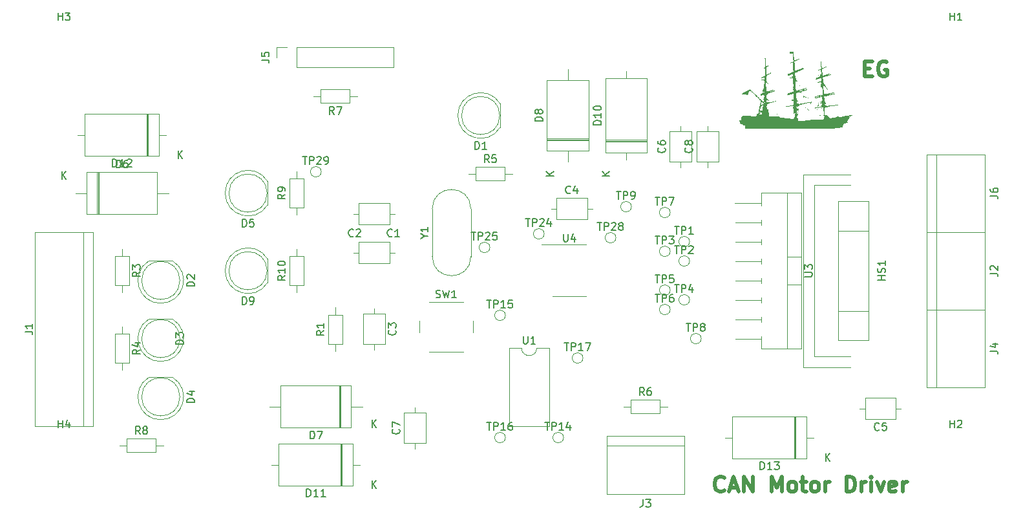
<source format=gbr>
%TF.GenerationSoftware,KiCad,Pcbnew,7.0.10*%
%TF.CreationDate,2024-02-09T16:37:34+11:00*%
%TF.ProjectId,CAN_DC_motor_driver,43414e5f-4443-45f6-9d6f-746f725f6472,0*%
%TF.SameCoordinates,Original*%
%TF.FileFunction,Legend,Top*%
%TF.FilePolarity,Positive*%
%FSLAX46Y46*%
G04 Gerber Fmt 4.6, Leading zero omitted, Abs format (unit mm)*
G04 Created by KiCad (PCBNEW 7.0.10) date 2024-02-09 16:37:34*
%MOMM*%
%LPD*%
G01*
G04 APERTURE LIST*
%ADD10C,0.500000*%
%ADD11C,0.150000*%
%ADD12C,0.120000*%
G04 APERTURE END LIST*
D10*
X163365137Y-59895619D02*
X164031804Y-59895619D01*
X164317518Y-60943238D02*
X163365137Y-60943238D01*
X163365137Y-60943238D02*
X163365137Y-58943238D01*
X163365137Y-58943238D02*
X164317518Y-58943238D01*
X166222280Y-59038476D02*
X166031804Y-58943238D01*
X166031804Y-58943238D02*
X165746090Y-58943238D01*
X165746090Y-58943238D02*
X165460375Y-59038476D01*
X165460375Y-59038476D02*
X165269899Y-59228952D01*
X165269899Y-59228952D02*
X165174661Y-59419428D01*
X165174661Y-59419428D02*
X165079423Y-59800380D01*
X165079423Y-59800380D02*
X165079423Y-60086095D01*
X165079423Y-60086095D02*
X165174661Y-60467047D01*
X165174661Y-60467047D02*
X165269899Y-60657523D01*
X165269899Y-60657523D02*
X165460375Y-60848000D01*
X165460375Y-60848000D02*
X165746090Y-60943238D01*
X165746090Y-60943238D02*
X165936566Y-60943238D01*
X165936566Y-60943238D02*
X166222280Y-60848000D01*
X166222280Y-60848000D02*
X166317518Y-60752761D01*
X166317518Y-60752761D02*
X166317518Y-60086095D01*
X166317518Y-60086095D02*
X165936566Y-60086095D01*
X144949994Y-115108761D02*
X144854756Y-115204000D01*
X144854756Y-115204000D02*
X144569042Y-115299238D01*
X144569042Y-115299238D02*
X144378566Y-115299238D01*
X144378566Y-115299238D02*
X144092851Y-115204000D01*
X144092851Y-115204000D02*
X143902375Y-115013523D01*
X143902375Y-115013523D02*
X143807137Y-114823047D01*
X143807137Y-114823047D02*
X143711899Y-114442095D01*
X143711899Y-114442095D02*
X143711899Y-114156380D01*
X143711899Y-114156380D02*
X143807137Y-113775428D01*
X143807137Y-113775428D02*
X143902375Y-113584952D01*
X143902375Y-113584952D02*
X144092851Y-113394476D01*
X144092851Y-113394476D02*
X144378566Y-113299238D01*
X144378566Y-113299238D02*
X144569042Y-113299238D01*
X144569042Y-113299238D02*
X144854756Y-113394476D01*
X144854756Y-113394476D02*
X144949994Y-113489714D01*
X145711899Y-114727809D02*
X146664280Y-114727809D01*
X145521423Y-115299238D02*
X146188089Y-113299238D01*
X146188089Y-113299238D02*
X146854756Y-115299238D01*
X147521423Y-115299238D02*
X147521423Y-113299238D01*
X147521423Y-113299238D02*
X148664280Y-115299238D01*
X148664280Y-115299238D02*
X148664280Y-113299238D01*
X151140471Y-115299238D02*
X151140471Y-113299238D01*
X151140471Y-113299238D02*
X151807138Y-114727809D01*
X151807138Y-114727809D02*
X152473804Y-113299238D01*
X152473804Y-113299238D02*
X152473804Y-115299238D01*
X153711899Y-115299238D02*
X153521423Y-115204000D01*
X153521423Y-115204000D02*
X153426185Y-115108761D01*
X153426185Y-115108761D02*
X153330947Y-114918285D01*
X153330947Y-114918285D02*
X153330947Y-114346857D01*
X153330947Y-114346857D02*
X153426185Y-114156380D01*
X153426185Y-114156380D02*
X153521423Y-114061142D01*
X153521423Y-114061142D02*
X153711899Y-113965904D01*
X153711899Y-113965904D02*
X153997614Y-113965904D01*
X153997614Y-113965904D02*
X154188090Y-114061142D01*
X154188090Y-114061142D02*
X154283328Y-114156380D01*
X154283328Y-114156380D02*
X154378566Y-114346857D01*
X154378566Y-114346857D02*
X154378566Y-114918285D01*
X154378566Y-114918285D02*
X154283328Y-115108761D01*
X154283328Y-115108761D02*
X154188090Y-115204000D01*
X154188090Y-115204000D02*
X153997614Y-115299238D01*
X153997614Y-115299238D02*
X153711899Y-115299238D01*
X154949995Y-113965904D02*
X155711899Y-113965904D01*
X155235709Y-113299238D02*
X155235709Y-115013523D01*
X155235709Y-115013523D02*
X155330947Y-115204000D01*
X155330947Y-115204000D02*
X155521423Y-115299238D01*
X155521423Y-115299238D02*
X155711899Y-115299238D01*
X156664280Y-115299238D02*
X156473804Y-115204000D01*
X156473804Y-115204000D02*
X156378566Y-115108761D01*
X156378566Y-115108761D02*
X156283328Y-114918285D01*
X156283328Y-114918285D02*
X156283328Y-114346857D01*
X156283328Y-114346857D02*
X156378566Y-114156380D01*
X156378566Y-114156380D02*
X156473804Y-114061142D01*
X156473804Y-114061142D02*
X156664280Y-113965904D01*
X156664280Y-113965904D02*
X156949995Y-113965904D01*
X156949995Y-113965904D02*
X157140471Y-114061142D01*
X157140471Y-114061142D02*
X157235709Y-114156380D01*
X157235709Y-114156380D02*
X157330947Y-114346857D01*
X157330947Y-114346857D02*
X157330947Y-114918285D01*
X157330947Y-114918285D02*
X157235709Y-115108761D01*
X157235709Y-115108761D02*
X157140471Y-115204000D01*
X157140471Y-115204000D02*
X156949995Y-115299238D01*
X156949995Y-115299238D02*
X156664280Y-115299238D01*
X158188090Y-115299238D02*
X158188090Y-113965904D01*
X158188090Y-114346857D02*
X158283328Y-114156380D01*
X158283328Y-114156380D02*
X158378566Y-114061142D01*
X158378566Y-114061142D02*
X158569042Y-113965904D01*
X158569042Y-113965904D02*
X158759519Y-113965904D01*
X160949995Y-115299238D02*
X160949995Y-113299238D01*
X160949995Y-113299238D02*
X161426185Y-113299238D01*
X161426185Y-113299238D02*
X161711900Y-113394476D01*
X161711900Y-113394476D02*
X161902376Y-113584952D01*
X161902376Y-113584952D02*
X161997614Y-113775428D01*
X161997614Y-113775428D02*
X162092852Y-114156380D01*
X162092852Y-114156380D02*
X162092852Y-114442095D01*
X162092852Y-114442095D02*
X161997614Y-114823047D01*
X161997614Y-114823047D02*
X161902376Y-115013523D01*
X161902376Y-115013523D02*
X161711900Y-115204000D01*
X161711900Y-115204000D02*
X161426185Y-115299238D01*
X161426185Y-115299238D02*
X160949995Y-115299238D01*
X162949995Y-115299238D02*
X162949995Y-113965904D01*
X162949995Y-114346857D02*
X163045233Y-114156380D01*
X163045233Y-114156380D02*
X163140471Y-114061142D01*
X163140471Y-114061142D02*
X163330947Y-113965904D01*
X163330947Y-113965904D02*
X163521424Y-113965904D01*
X164188090Y-115299238D02*
X164188090Y-113965904D01*
X164188090Y-113299238D02*
X164092852Y-113394476D01*
X164092852Y-113394476D02*
X164188090Y-113489714D01*
X164188090Y-113489714D02*
X164283328Y-113394476D01*
X164283328Y-113394476D02*
X164188090Y-113299238D01*
X164188090Y-113299238D02*
X164188090Y-113489714D01*
X164949995Y-113965904D02*
X165426185Y-115299238D01*
X165426185Y-115299238D02*
X165902376Y-113965904D01*
X167426186Y-115204000D02*
X167235710Y-115299238D01*
X167235710Y-115299238D02*
X166854757Y-115299238D01*
X166854757Y-115299238D02*
X166664281Y-115204000D01*
X166664281Y-115204000D02*
X166569043Y-115013523D01*
X166569043Y-115013523D02*
X166569043Y-114251619D01*
X166569043Y-114251619D02*
X166664281Y-114061142D01*
X166664281Y-114061142D02*
X166854757Y-113965904D01*
X166854757Y-113965904D02*
X167235710Y-113965904D01*
X167235710Y-113965904D02*
X167426186Y-114061142D01*
X167426186Y-114061142D02*
X167521424Y-114251619D01*
X167521424Y-114251619D02*
X167521424Y-114442095D01*
X167521424Y-114442095D02*
X166569043Y-114632571D01*
X168378567Y-115299238D02*
X168378567Y-113965904D01*
X168378567Y-114346857D02*
X168473805Y-114156380D01*
X168473805Y-114156380D02*
X168569043Y-114061142D01*
X168569043Y-114061142D02*
X168759519Y-113965904D01*
X168759519Y-113965904D02*
X168949996Y-113965904D01*
D11*
X137131580Y-70270666D02*
X137179200Y-70318285D01*
X137179200Y-70318285D02*
X137226819Y-70461142D01*
X137226819Y-70461142D02*
X137226819Y-70556380D01*
X137226819Y-70556380D02*
X137179200Y-70699237D01*
X137179200Y-70699237D02*
X137083961Y-70794475D01*
X137083961Y-70794475D02*
X136988723Y-70842094D01*
X136988723Y-70842094D02*
X136798247Y-70889713D01*
X136798247Y-70889713D02*
X136655390Y-70889713D01*
X136655390Y-70889713D02*
X136464914Y-70842094D01*
X136464914Y-70842094D02*
X136369676Y-70794475D01*
X136369676Y-70794475D02*
X136274438Y-70699237D01*
X136274438Y-70699237D02*
X136226819Y-70556380D01*
X136226819Y-70556380D02*
X136226819Y-70461142D01*
X136226819Y-70461142D02*
X136274438Y-70318285D01*
X136274438Y-70318285D02*
X136322057Y-70270666D01*
X136226819Y-69413523D02*
X136226819Y-69603999D01*
X136226819Y-69603999D02*
X136274438Y-69699237D01*
X136274438Y-69699237D02*
X136322057Y-69746856D01*
X136322057Y-69746856D02*
X136464914Y-69842094D01*
X136464914Y-69842094D02*
X136655390Y-69889713D01*
X136655390Y-69889713D02*
X137036342Y-69889713D01*
X137036342Y-69889713D02*
X137131580Y-69842094D01*
X137131580Y-69842094D02*
X137179200Y-69794475D01*
X137179200Y-69794475D02*
X137226819Y-69699237D01*
X137226819Y-69699237D02*
X137226819Y-69508761D01*
X137226819Y-69508761D02*
X137179200Y-69413523D01*
X137179200Y-69413523D02*
X137131580Y-69365904D01*
X137131580Y-69365904D02*
X137036342Y-69318285D01*
X137036342Y-69318285D02*
X136798247Y-69318285D01*
X136798247Y-69318285D02*
X136703009Y-69365904D01*
X136703009Y-69365904D02*
X136655390Y-69413523D01*
X136655390Y-69413523D02*
X136607771Y-69508761D01*
X136607771Y-69508761D02*
X136607771Y-69699237D01*
X136607771Y-69699237D02*
X136655390Y-69794475D01*
X136655390Y-69794475D02*
X136703009Y-69842094D01*
X136703009Y-69842094D02*
X136798247Y-69889713D01*
X123883595Y-81543819D02*
X123883595Y-82353342D01*
X123883595Y-82353342D02*
X123931214Y-82448580D01*
X123931214Y-82448580D02*
X123978833Y-82496200D01*
X123978833Y-82496200D02*
X124074071Y-82543819D01*
X124074071Y-82543819D02*
X124264547Y-82543819D01*
X124264547Y-82543819D02*
X124359785Y-82496200D01*
X124359785Y-82496200D02*
X124407404Y-82448580D01*
X124407404Y-82448580D02*
X124455023Y-82353342D01*
X124455023Y-82353342D02*
X124455023Y-81543819D01*
X125359785Y-81877152D02*
X125359785Y-82543819D01*
X125121690Y-81496200D02*
X124883595Y-82210485D01*
X124883595Y-82210485D02*
X125502642Y-82210485D01*
X128309905Y-80048819D02*
X128881333Y-80048819D01*
X128595619Y-81048819D02*
X128595619Y-80048819D01*
X129214667Y-81048819D02*
X129214667Y-80048819D01*
X129214667Y-80048819D02*
X129595619Y-80048819D01*
X129595619Y-80048819D02*
X129690857Y-80096438D01*
X129690857Y-80096438D02*
X129738476Y-80144057D01*
X129738476Y-80144057D02*
X129786095Y-80239295D01*
X129786095Y-80239295D02*
X129786095Y-80382152D01*
X129786095Y-80382152D02*
X129738476Y-80477390D01*
X129738476Y-80477390D02*
X129690857Y-80525009D01*
X129690857Y-80525009D02*
X129595619Y-80572628D01*
X129595619Y-80572628D02*
X129214667Y-80572628D01*
X130167048Y-80144057D02*
X130214667Y-80096438D01*
X130214667Y-80096438D02*
X130309905Y-80048819D01*
X130309905Y-80048819D02*
X130548000Y-80048819D01*
X130548000Y-80048819D02*
X130643238Y-80096438D01*
X130643238Y-80096438D02*
X130690857Y-80144057D01*
X130690857Y-80144057D02*
X130738476Y-80239295D01*
X130738476Y-80239295D02*
X130738476Y-80334533D01*
X130738476Y-80334533D02*
X130690857Y-80477390D01*
X130690857Y-80477390D02*
X130119429Y-81048819D01*
X130119429Y-81048819D02*
X130738476Y-81048819D01*
X131309905Y-80477390D02*
X131214667Y-80429771D01*
X131214667Y-80429771D02*
X131167048Y-80382152D01*
X131167048Y-80382152D02*
X131119429Y-80286914D01*
X131119429Y-80286914D02*
X131119429Y-80239295D01*
X131119429Y-80239295D02*
X131167048Y-80144057D01*
X131167048Y-80144057D02*
X131214667Y-80096438D01*
X131214667Y-80096438D02*
X131309905Y-80048819D01*
X131309905Y-80048819D02*
X131500381Y-80048819D01*
X131500381Y-80048819D02*
X131595619Y-80096438D01*
X131595619Y-80096438D02*
X131643238Y-80144057D01*
X131643238Y-80144057D02*
X131690857Y-80239295D01*
X131690857Y-80239295D02*
X131690857Y-80286914D01*
X131690857Y-80286914D02*
X131643238Y-80382152D01*
X131643238Y-80382152D02*
X131595619Y-80429771D01*
X131595619Y-80429771D02*
X131500381Y-80477390D01*
X131500381Y-80477390D02*
X131309905Y-80477390D01*
X131309905Y-80477390D02*
X131214667Y-80525009D01*
X131214667Y-80525009D02*
X131167048Y-80572628D01*
X131167048Y-80572628D02*
X131119429Y-80667866D01*
X131119429Y-80667866D02*
X131119429Y-80858342D01*
X131119429Y-80858342D02*
X131167048Y-80953580D01*
X131167048Y-80953580D02*
X131214667Y-81001200D01*
X131214667Y-81001200D02*
X131309905Y-81048819D01*
X131309905Y-81048819D02*
X131500381Y-81048819D01*
X131500381Y-81048819D02*
X131595619Y-81001200D01*
X131595619Y-81001200D02*
X131643238Y-80953580D01*
X131643238Y-80953580D02*
X131690857Y-80858342D01*
X131690857Y-80858342D02*
X131690857Y-80667866D01*
X131690857Y-80667866D02*
X131643238Y-80572628D01*
X131643238Y-80572628D02*
X131595619Y-80525009D01*
X131595619Y-80525009D02*
X131500381Y-80477390D01*
X89701905Y-71412819D02*
X90273333Y-71412819D01*
X89987619Y-72412819D02*
X89987619Y-71412819D01*
X90606667Y-72412819D02*
X90606667Y-71412819D01*
X90606667Y-71412819D02*
X90987619Y-71412819D01*
X90987619Y-71412819D02*
X91082857Y-71460438D01*
X91082857Y-71460438D02*
X91130476Y-71508057D01*
X91130476Y-71508057D02*
X91178095Y-71603295D01*
X91178095Y-71603295D02*
X91178095Y-71746152D01*
X91178095Y-71746152D02*
X91130476Y-71841390D01*
X91130476Y-71841390D02*
X91082857Y-71889009D01*
X91082857Y-71889009D02*
X90987619Y-71936628D01*
X90987619Y-71936628D02*
X90606667Y-71936628D01*
X91559048Y-71508057D02*
X91606667Y-71460438D01*
X91606667Y-71460438D02*
X91701905Y-71412819D01*
X91701905Y-71412819D02*
X91940000Y-71412819D01*
X91940000Y-71412819D02*
X92035238Y-71460438D01*
X92035238Y-71460438D02*
X92082857Y-71508057D01*
X92082857Y-71508057D02*
X92130476Y-71603295D01*
X92130476Y-71603295D02*
X92130476Y-71698533D01*
X92130476Y-71698533D02*
X92082857Y-71841390D01*
X92082857Y-71841390D02*
X91511429Y-72412819D01*
X91511429Y-72412819D02*
X92130476Y-72412819D01*
X92606667Y-72412819D02*
X92797143Y-72412819D01*
X92797143Y-72412819D02*
X92892381Y-72365200D01*
X92892381Y-72365200D02*
X92940000Y-72317580D01*
X92940000Y-72317580D02*
X93035238Y-72174723D01*
X93035238Y-72174723D02*
X93082857Y-71984247D01*
X93082857Y-71984247D02*
X93082857Y-71603295D01*
X93082857Y-71603295D02*
X93035238Y-71508057D01*
X93035238Y-71508057D02*
X92987619Y-71460438D01*
X92987619Y-71460438D02*
X92892381Y-71412819D01*
X92892381Y-71412819D02*
X92701905Y-71412819D01*
X92701905Y-71412819D02*
X92606667Y-71460438D01*
X92606667Y-71460438D02*
X92559048Y-71508057D01*
X92559048Y-71508057D02*
X92511429Y-71603295D01*
X92511429Y-71603295D02*
X92511429Y-71841390D01*
X92511429Y-71841390D02*
X92559048Y-71936628D01*
X92559048Y-71936628D02*
X92606667Y-71984247D01*
X92606667Y-71984247D02*
X92701905Y-72031866D01*
X92701905Y-72031866D02*
X92892381Y-72031866D01*
X92892381Y-72031866D02*
X92987619Y-71984247D01*
X92987619Y-71984247D02*
X93035238Y-71936628D01*
X93035238Y-71936628D02*
X93082857Y-71841390D01*
X87434819Y-87002857D02*
X86958628Y-87336190D01*
X87434819Y-87574285D02*
X86434819Y-87574285D01*
X86434819Y-87574285D02*
X86434819Y-87193333D01*
X86434819Y-87193333D02*
X86482438Y-87098095D01*
X86482438Y-87098095D02*
X86530057Y-87050476D01*
X86530057Y-87050476D02*
X86625295Y-87002857D01*
X86625295Y-87002857D02*
X86768152Y-87002857D01*
X86768152Y-87002857D02*
X86863390Y-87050476D01*
X86863390Y-87050476D02*
X86911009Y-87098095D01*
X86911009Y-87098095D02*
X86958628Y-87193333D01*
X86958628Y-87193333D02*
X86958628Y-87574285D01*
X87434819Y-86050476D02*
X87434819Y-86621904D01*
X87434819Y-86336190D02*
X86434819Y-86336190D01*
X86434819Y-86336190D02*
X86577676Y-86431428D01*
X86577676Y-86431428D02*
X86672914Y-86526666D01*
X86672914Y-86526666D02*
X86720533Y-86621904D01*
X86434819Y-85431428D02*
X86434819Y-85336190D01*
X86434819Y-85336190D02*
X86482438Y-85240952D01*
X86482438Y-85240952D02*
X86530057Y-85193333D01*
X86530057Y-85193333D02*
X86625295Y-85145714D01*
X86625295Y-85145714D02*
X86815771Y-85098095D01*
X86815771Y-85098095D02*
X87053866Y-85098095D01*
X87053866Y-85098095D02*
X87244342Y-85145714D01*
X87244342Y-85145714D02*
X87339580Y-85193333D01*
X87339580Y-85193333D02*
X87387200Y-85240952D01*
X87387200Y-85240952D02*
X87434819Y-85336190D01*
X87434819Y-85336190D02*
X87434819Y-85431428D01*
X87434819Y-85431428D02*
X87387200Y-85526666D01*
X87387200Y-85526666D02*
X87339580Y-85574285D01*
X87339580Y-85574285D02*
X87244342Y-85621904D01*
X87244342Y-85621904D02*
X87053866Y-85669523D01*
X87053866Y-85669523D02*
X86815771Y-85669523D01*
X86815771Y-85669523D02*
X86625295Y-85621904D01*
X86625295Y-85621904D02*
X86530057Y-85574285D01*
X86530057Y-85574285D02*
X86482438Y-85526666D01*
X86482438Y-85526666D02*
X86434819Y-85431428D01*
X118911905Y-79540819D02*
X119483333Y-79540819D01*
X119197619Y-80540819D02*
X119197619Y-79540819D01*
X119816667Y-80540819D02*
X119816667Y-79540819D01*
X119816667Y-79540819D02*
X120197619Y-79540819D01*
X120197619Y-79540819D02*
X120292857Y-79588438D01*
X120292857Y-79588438D02*
X120340476Y-79636057D01*
X120340476Y-79636057D02*
X120388095Y-79731295D01*
X120388095Y-79731295D02*
X120388095Y-79874152D01*
X120388095Y-79874152D02*
X120340476Y-79969390D01*
X120340476Y-79969390D02*
X120292857Y-80017009D01*
X120292857Y-80017009D02*
X120197619Y-80064628D01*
X120197619Y-80064628D02*
X119816667Y-80064628D01*
X120769048Y-79636057D02*
X120816667Y-79588438D01*
X120816667Y-79588438D02*
X120911905Y-79540819D01*
X120911905Y-79540819D02*
X121150000Y-79540819D01*
X121150000Y-79540819D02*
X121245238Y-79588438D01*
X121245238Y-79588438D02*
X121292857Y-79636057D01*
X121292857Y-79636057D02*
X121340476Y-79731295D01*
X121340476Y-79731295D02*
X121340476Y-79826533D01*
X121340476Y-79826533D02*
X121292857Y-79969390D01*
X121292857Y-79969390D02*
X120721429Y-80540819D01*
X120721429Y-80540819D02*
X121340476Y-80540819D01*
X122197619Y-79874152D02*
X122197619Y-80540819D01*
X121959524Y-79493200D02*
X121721429Y-80207485D01*
X121721429Y-80207485D02*
X122340476Y-80207485D01*
X111799905Y-81318819D02*
X112371333Y-81318819D01*
X112085619Y-82318819D02*
X112085619Y-81318819D01*
X112704667Y-82318819D02*
X112704667Y-81318819D01*
X112704667Y-81318819D02*
X113085619Y-81318819D01*
X113085619Y-81318819D02*
X113180857Y-81366438D01*
X113180857Y-81366438D02*
X113228476Y-81414057D01*
X113228476Y-81414057D02*
X113276095Y-81509295D01*
X113276095Y-81509295D02*
X113276095Y-81652152D01*
X113276095Y-81652152D02*
X113228476Y-81747390D01*
X113228476Y-81747390D02*
X113180857Y-81795009D01*
X113180857Y-81795009D02*
X113085619Y-81842628D01*
X113085619Y-81842628D02*
X112704667Y-81842628D01*
X113657048Y-81414057D02*
X113704667Y-81366438D01*
X113704667Y-81366438D02*
X113799905Y-81318819D01*
X113799905Y-81318819D02*
X114038000Y-81318819D01*
X114038000Y-81318819D02*
X114133238Y-81366438D01*
X114133238Y-81366438D02*
X114180857Y-81414057D01*
X114180857Y-81414057D02*
X114228476Y-81509295D01*
X114228476Y-81509295D02*
X114228476Y-81604533D01*
X114228476Y-81604533D02*
X114180857Y-81747390D01*
X114180857Y-81747390D02*
X113609429Y-82318819D01*
X113609429Y-82318819D02*
X114228476Y-82318819D01*
X115133238Y-81318819D02*
X114657048Y-81318819D01*
X114657048Y-81318819D02*
X114609429Y-81795009D01*
X114609429Y-81795009D02*
X114657048Y-81747390D01*
X114657048Y-81747390D02*
X114752286Y-81699771D01*
X114752286Y-81699771D02*
X114990381Y-81699771D01*
X114990381Y-81699771D02*
X115085619Y-81747390D01*
X115085619Y-81747390D02*
X115133238Y-81795009D01*
X115133238Y-81795009D02*
X115180857Y-81890247D01*
X115180857Y-81890247D02*
X115180857Y-82128342D01*
X115180857Y-82128342D02*
X115133238Y-82223580D01*
X115133238Y-82223580D02*
X115085619Y-82271200D01*
X115085619Y-82271200D02*
X114990381Y-82318819D01*
X114990381Y-82318819D02*
X114752286Y-82318819D01*
X114752286Y-82318819D02*
X114657048Y-82271200D01*
X114657048Y-82271200D02*
X114609429Y-82223580D01*
X165247333Y-107173580D02*
X165199714Y-107221200D01*
X165199714Y-107221200D02*
X165056857Y-107268819D01*
X165056857Y-107268819D02*
X164961619Y-107268819D01*
X164961619Y-107268819D02*
X164818762Y-107221200D01*
X164818762Y-107221200D02*
X164723524Y-107125961D01*
X164723524Y-107125961D02*
X164675905Y-107030723D01*
X164675905Y-107030723D02*
X164628286Y-106840247D01*
X164628286Y-106840247D02*
X164628286Y-106697390D01*
X164628286Y-106697390D02*
X164675905Y-106506914D01*
X164675905Y-106506914D02*
X164723524Y-106411676D01*
X164723524Y-106411676D02*
X164818762Y-106316438D01*
X164818762Y-106316438D02*
X164961619Y-106268819D01*
X164961619Y-106268819D02*
X165056857Y-106268819D01*
X165056857Y-106268819D02*
X165199714Y-106316438D01*
X165199714Y-106316438D02*
X165247333Y-106364057D01*
X166152095Y-106268819D02*
X165675905Y-106268819D01*
X165675905Y-106268819D02*
X165628286Y-106745009D01*
X165628286Y-106745009D02*
X165675905Y-106697390D01*
X165675905Y-106697390D02*
X165771143Y-106649771D01*
X165771143Y-106649771D02*
X166009238Y-106649771D01*
X166009238Y-106649771D02*
X166104476Y-106697390D01*
X166104476Y-106697390D02*
X166152095Y-106745009D01*
X166152095Y-106745009D02*
X166199714Y-106840247D01*
X166199714Y-106840247D02*
X166199714Y-107078342D01*
X166199714Y-107078342D02*
X166152095Y-107173580D01*
X166152095Y-107173580D02*
X166104476Y-107221200D01*
X166104476Y-107221200D02*
X166009238Y-107268819D01*
X166009238Y-107268819D02*
X165771143Y-107268819D01*
X165771143Y-107268819D02*
X165675905Y-107221200D01*
X165675905Y-107221200D02*
X165628286Y-107173580D01*
X124801333Y-76171580D02*
X124753714Y-76219200D01*
X124753714Y-76219200D02*
X124610857Y-76266819D01*
X124610857Y-76266819D02*
X124515619Y-76266819D01*
X124515619Y-76266819D02*
X124372762Y-76219200D01*
X124372762Y-76219200D02*
X124277524Y-76123961D01*
X124277524Y-76123961D02*
X124229905Y-76028723D01*
X124229905Y-76028723D02*
X124182286Y-75838247D01*
X124182286Y-75838247D02*
X124182286Y-75695390D01*
X124182286Y-75695390D02*
X124229905Y-75504914D01*
X124229905Y-75504914D02*
X124277524Y-75409676D01*
X124277524Y-75409676D02*
X124372762Y-75314438D01*
X124372762Y-75314438D02*
X124515619Y-75266819D01*
X124515619Y-75266819D02*
X124610857Y-75266819D01*
X124610857Y-75266819D02*
X124753714Y-75314438D01*
X124753714Y-75314438D02*
X124801333Y-75362057D01*
X125658476Y-75600152D02*
X125658476Y-76266819D01*
X125420381Y-75219200D02*
X125182286Y-75933485D01*
X125182286Y-75933485D02*
X125801333Y-75933485D01*
X114133333Y-72194819D02*
X113800000Y-71718628D01*
X113561905Y-72194819D02*
X113561905Y-71194819D01*
X113561905Y-71194819D02*
X113942857Y-71194819D01*
X113942857Y-71194819D02*
X114038095Y-71242438D01*
X114038095Y-71242438D02*
X114085714Y-71290057D01*
X114085714Y-71290057D02*
X114133333Y-71385295D01*
X114133333Y-71385295D02*
X114133333Y-71528152D01*
X114133333Y-71528152D02*
X114085714Y-71623390D01*
X114085714Y-71623390D02*
X114038095Y-71671009D01*
X114038095Y-71671009D02*
X113942857Y-71718628D01*
X113942857Y-71718628D02*
X113561905Y-71718628D01*
X115038095Y-71194819D02*
X114561905Y-71194819D01*
X114561905Y-71194819D02*
X114514286Y-71671009D01*
X114514286Y-71671009D02*
X114561905Y-71623390D01*
X114561905Y-71623390D02*
X114657143Y-71575771D01*
X114657143Y-71575771D02*
X114895238Y-71575771D01*
X114895238Y-71575771D02*
X114990476Y-71623390D01*
X114990476Y-71623390D02*
X115038095Y-71671009D01*
X115038095Y-71671009D02*
X115085714Y-71766247D01*
X115085714Y-71766247D02*
X115085714Y-72004342D01*
X115085714Y-72004342D02*
X115038095Y-72099580D01*
X115038095Y-72099580D02*
X114990476Y-72147200D01*
X114990476Y-72147200D02*
X114895238Y-72194819D01*
X114895238Y-72194819D02*
X114657143Y-72194819D01*
X114657143Y-72194819D02*
X114561905Y-72147200D01*
X114561905Y-72147200D02*
X114514286Y-72099580D01*
X135898095Y-89446819D02*
X136469523Y-89446819D01*
X136183809Y-90446819D02*
X136183809Y-89446819D01*
X136802857Y-90446819D02*
X136802857Y-89446819D01*
X136802857Y-89446819D02*
X137183809Y-89446819D01*
X137183809Y-89446819D02*
X137279047Y-89494438D01*
X137279047Y-89494438D02*
X137326666Y-89542057D01*
X137326666Y-89542057D02*
X137374285Y-89637295D01*
X137374285Y-89637295D02*
X137374285Y-89780152D01*
X137374285Y-89780152D02*
X137326666Y-89875390D01*
X137326666Y-89875390D02*
X137279047Y-89923009D01*
X137279047Y-89923009D02*
X137183809Y-89970628D01*
X137183809Y-89970628D02*
X136802857Y-89970628D01*
X138231428Y-89446819D02*
X138040952Y-89446819D01*
X138040952Y-89446819D02*
X137945714Y-89494438D01*
X137945714Y-89494438D02*
X137898095Y-89542057D01*
X137898095Y-89542057D02*
X137802857Y-89684914D01*
X137802857Y-89684914D02*
X137755238Y-89875390D01*
X137755238Y-89875390D02*
X137755238Y-90256342D01*
X137755238Y-90256342D02*
X137802857Y-90351580D01*
X137802857Y-90351580D02*
X137850476Y-90399200D01*
X137850476Y-90399200D02*
X137945714Y-90446819D01*
X137945714Y-90446819D02*
X138136190Y-90446819D01*
X138136190Y-90446819D02*
X138231428Y-90399200D01*
X138231428Y-90399200D02*
X138279047Y-90351580D01*
X138279047Y-90351580D02*
X138326666Y-90256342D01*
X138326666Y-90256342D02*
X138326666Y-90018247D01*
X138326666Y-90018247D02*
X138279047Y-89923009D01*
X138279047Y-89923009D02*
X138231428Y-89875390D01*
X138231428Y-89875390D02*
X138136190Y-89827771D01*
X138136190Y-89827771D02*
X137945714Y-89827771D01*
X137945714Y-89827771D02*
X137850476Y-89875390D01*
X137850476Y-89875390D02*
X137802857Y-89923009D01*
X137802857Y-89923009D02*
X137755238Y-90018247D01*
X112291905Y-70454819D02*
X112291905Y-69454819D01*
X112291905Y-69454819D02*
X112530000Y-69454819D01*
X112530000Y-69454819D02*
X112672857Y-69502438D01*
X112672857Y-69502438D02*
X112768095Y-69597676D01*
X112768095Y-69597676D02*
X112815714Y-69692914D01*
X112815714Y-69692914D02*
X112863333Y-69883390D01*
X112863333Y-69883390D02*
X112863333Y-70026247D01*
X112863333Y-70026247D02*
X112815714Y-70216723D01*
X112815714Y-70216723D02*
X112768095Y-70311961D01*
X112768095Y-70311961D02*
X112672857Y-70407200D01*
X112672857Y-70407200D02*
X112530000Y-70454819D01*
X112530000Y-70454819D02*
X112291905Y-70454819D01*
X113815714Y-70454819D02*
X113244286Y-70454819D01*
X113530000Y-70454819D02*
X113530000Y-69454819D01*
X113530000Y-69454819D02*
X113434762Y-69597676D01*
X113434762Y-69597676D02*
X113339524Y-69692914D01*
X113339524Y-69692914D02*
X113244286Y-69740533D01*
X84314819Y-58753333D02*
X85029104Y-58753333D01*
X85029104Y-58753333D02*
X85171961Y-58800952D01*
X85171961Y-58800952D02*
X85267200Y-58896190D01*
X85267200Y-58896190D02*
X85314819Y-59039047D01*
X85314819Y-59039047D02*
X85314819Y-59134285D01*
X84314819Y-57800952D02*
X84314819Y-58277142D01*
X84314819Y-58277142D02*
X84791009Y-58324761D01*
X84791009Y-58324761D02*
X84743390Y-58277142D01*
X84743390Y-58277142D02*
X84695771Y-58181904D01*
X84695771Y-58181904D02*
X84695771Y-57943809D01*
X84695771Y-57943809D02*
X84743390Y-57848571D01*
X84743390Y-57848571D02*
X84791009Y-57800952D01*
X84791009Y-57800952D02*
X84886247Y-57753333D01*
X84886247Y-57753333D02*
X85124342Y-57753333D01*
X85124342Y-57753333D02*
X85219580Y-57800952D01*
X85219580Y-57800952D02*
X85267200Y-57848571D01*
X85267200Y-57848571D02*
X85314819Y-57943809D01*
X85314819Y-57943809D02*
X85314819Y-58181904D01*
X85314819Y-58181904D02*
X85267200Y-58277142D01*
X85267200Y-58277142D02*
X85219580Y-58324761D01*
X174498095Y-106914819D02*
X174498095Y-105914819D01*
X174498095Y-106391009D02*
X175069523Y-106391009D01*
X175069523Y-106914819D02*
X175069523Y-105914819D01*
X175498095Y-106010057D02*
X175545714Y-105962438D01*
X175545714Y-105962438D02*
X175640952Y-105914819D01*
X175640952Y-105914819D02*
X175879047Y-105914819D01*
X175879047Y-105914819D02*
X175974285Y-105962438D01*
X175974285Y-105962438D02*
X176021904Y-106010057D01*
X176021904Y-106010057D02*
X176069523Y-106105295D01*
X176069523Y-106105295D02*
X176069523Y-106200533D01*
X176069523Y-106200533D02*
X176021904Y-106343390D01*
X176021904Y-106343390D02*
X175450476Y-106914819D01*
X175450476Y-106914819D02*
X176069523Y-106914819D01*
X134453333Y-102674819D02*
X134120000Y-102198628D01*
X133881905Y-102674819D02*
X133881905Y-101674819D01*
X133881905Y-101674819D02*
X134262857Y-101674819D01*
X134262857Y-101674819D02*
X134358095Y-101722438D01*
X134358095Y-101722438D02*
X134405714Y-101770057D01*
X134405714Y-101770057D02*
X134453333Y-101865295D01*
X134453333Y-101865295D02*
X134453333Y-102008152D01*
X134453333Y-102008152D02*
X134405714Y-102103390D01*
X134405714Y-102103390D02*
X134358095Y-102151009D01*
X134358095Y-102151009D02*
X134262857Y-102198628D01*
X134262857Y-102198628D02*
X133881905Y-102198628D01*
X135310476Y-101674819D02*
X135120000Y-101674819D01*
X135120000Y-101674819D02*
X135024762Y-101722438D01*
X135024762Y-101722438D02*
X134977143Y-101770057D01*
X134977143Y-101770057D02*
X134881905Y-101912914D01*
X134881905Y-101912914D02*
X134834286Y-102103390D01*
X134834286Y-102103390D02*
X134834286Y-102484342D01*
X134834286Y-102484342D02*
X134881905Y-102579580D01*
X134881905Y-102579580D02*
X134929524Y-102627200D01*
X134929524Y-102627200D02*
X135024762Y-102674819D01*
X135024762Y-102674819D02*
X135215238Y-102674819D01*
X135215238Y-102674819D02*
X135310476Y-102627200D01*
X135310476Y-102627200D02*
X135358095Y-102579580D01*
X135358095Y-102579580D02*
X135405714Y-102484342D01*
X135405714Y-102484342D02*
X135405714Y-102246247D01*
X135405714Y-102246247D02*
X135358095Y-102151009D01*
X135358095Y-102151009D02*
X135310476Y-102103390D01*
X135310476Y-102103390D02*
X135215238Y-102055771D01*
X135215238Y-102055771D02*
X135024762Y-102055771D01*
X135024762Y-102055771D02*
X134929524Y-102103390D01*
X134929524Y-102103390D02*
X134881905Y-102151009D01*
X134881905Y-102151009D02*
X134834286Y-102246247D01*
X101433333Y-81819580D02*
X101385714Y-81867200D01*
X101385714Y-81867200D02*
X101242857Y-81914819D01*
X101242857Y-81914819D02*
X101147619Y-81914819D01*
X101147619Y-81914819D02*
X101004762Y-81867200D01*
X101004762Y-81867200D02*
X100909524Y-81771961D01*
X100909524Y-81771961D02*
X100861905Y-81676723D01*
X100861905Y-81676723D02*
X100814286Y-81486247D01*
X100814286Y-81486247D02*
X100814286Y-81343390D01*
X100814286Y-81343390D02*
X100861905Y-81152914D01*
X100861905Y-81152914D02*
X100909524Y-81057676D01*
X100909524Y-81057676D02*
X101004762Y-80962438D01*
X101004762Y-80962438D02*
X101147619Y-80914819D01*
X101147619Y-80914819D02*
X101242857Y-80914819D01*
X101242857Y-80914819D02*
X101385714Y-80962438D01*
X101385714Y-80962438D02*
X101433333Y-81010057D01*
X102385714Y-81914819D02*
X101814286Y-81914819D01*
X102100000Y-81914819D02*
X102100000Y-80914819D01*
X102100000Y-80914819D02*
X102004762Y-81057676D01*
X102004762Y-81057676D02*
X101909524Y-81152914D01*
X101909524Y-81152914D02*
X101814286Y-81200533D01*
X90701905Y-108364819D02*
X90701905Y-107364819D01*
X90701905Y-107364819D02*
X90940000Y-107364819D01*
X90940000Y-107364819D02*
X91082857Y-107412438D01*
X91082857Y-107412438D02*
X91178095Y-107507676D01*
X91178095Y-107507676D02*
X91225714Y-107602914D01*
X91225714Y-107602914D02*
X91273333Y-107793390D01*
X91273333Y-107793390D02*
X91273333Y-107936247D01*
X91273333Y-107936247D02*
X91225714Y-108126723D01*
X91225714Y-108126723D02*
X91178095Y-108221961D01*
X91178095Y-108221961D02*
X91082857Y-108317200D01*
X91082857Y-108317200D02*
X90940000Y-108364819D01*
X90940000Y-108364819D02*
X90701905Y-108364819D01*
X91606667Y-107364819D02*
X92273333Y-107364819D01*
X92273333Y-107364819D02*
X91844762Y-108364819D01*
X98798095Y-106894819D02*
X98798095Y-105894819D01*
X99369523Y-106894819D02*
X98940952Y-106323390D01*
X99369523Y-105894819D02*
X98798095Y-106466247D01*
X166049819Y-87598094D02*
X165049819Y-87598094D01*
X165526009Y-87598094D02*
X165526009Y-87026666D01*
X166049819Y-87026666D02*
X165049819Y-87026666D01*
X166002200Y-86598094D02*
X166049819Y-86455237D01*
X166049819Y-86455237D02*
X166049819Y-86217142D01*
X166049819Y-86217142D02*
X166002200Y-86121904D01*
X166002200Y-86121904D02*
X165954580Y-86074285D01*
X165954580Y-86074285D02*
X165859342Y-86026666D01*
X165859342Y-86026666D02*
X165764104Y-86026666D01*
X165764104Y-86026666D02*
X165668866Y-86074285D01*
X165668866Y-86074285D02*
X165621247Y-86121904D01*
X165621247Y-86121904D02*
X165573628Y-86217142D01*
X165573628Y-86217142D02*
X165526009Y-86407618D01*
X165526009Y-86407618D02*
X165478390Y-86502856D01*
X165478390Y-86502856D02*
X165430771Y-86550475D01*
X165430771Y-86550475D02*
X165335533Y-86598094D01*
X165335533Y-86598094D02*
X165240295Y-86598094D01*
X165240295Y-86598094D02*
X165145057Y-86550475D01*
X165145057Y-86550475D02*
X165097438Y-86502856D01*
X165097438Y-86502856D02*
X165049819Y-86407618D01*
X165049819Y-86407618D02*
X165049819Y-86169523D01*
X165049819Y-86169523D02*
X165097438Y-86026666D01*
X166049819Y-85074285D02*
X166049819Y-85645713D01*
X166049819Y-85359999D02*
X165049819Y-85359999D01*
X165049819Y-85359999D02*
X165192676Y-85455237D01*
X165192676Y-85455237D02*
X165287914Y-85550475D01*
X165287914Y-85550475D02*
X165335533Y-85645713D01*
X118628095Y-94924819D02*
X118628095Y-95734342D01*
X118628095Y-95734342D02*
X118675714Y-95829580D01*
X118675714Y-95829580D02*
X118723333Y-95877200D01*
X118723333Y-95877200D02*
X118818571Y-95924819D01*
X118818571Y-95924819D02*
X119009047Y-95924819D01*
X119009047Y-95924819D02*
X119104285Y-95877200D01*
X119104285Y-95877200D02*
X119151904Y-95829580D01*
X119151904Y-95829580D02*
X119199523Y-95734342D01*
X119199523Y-95734342D02*
X119199523Y-94924819D01*
X120199523Y-95924819D02*
X119628095Y-95924819D01*
X119913809Y-95924819D02*
X119913809Y-94924819D01*
X119913809Y-94924819D02*
X119818571Y-95067676D01*
X119818571Y-95067676D02*
X119723333Y-95162914D01*
X119723333Y-95162914D02*
X119628095Y-95210533D01*
X174498095Y-53574819D02*
X174498095Y-52574819D01*
X174498095Y-53051009D02*
X175069523Y-53051009D01*
X175069523Y-53574819D02*
X175069523Y-52574819D01*
X176069523Y-53574819D02*
X175498095Y-53574819D01*
X175783809Y-53574819D02*
X175783809Y-52574819D01*
X175783809Y-52574819D02*
X175688571Y-52717676D01*
X175688571Y-52717676D02*
X175593333Y-52812914D01*
X175593333Y-52812914D02*
X175498095Y-52860533D01*
X121144819Y-66778094D02*
X120144819Y-66778094D01*
X120144819Y-66778094D02*
X120144819Y-66539999D01*
X120144819Y-66539999D02*
X120192438Y-66397142D01*
X120192438Y-66397142D02*
X120287676Y-66301904D01*
X120287676Y-66301904D02*
X120382914Y-66254285D01*
X120382914Y-66254285D02*
X120573390Y-66206666D01*
X120573390Y-66206666D02*
X120716247Y-66206666D01*
X120716247Y-66206666D02*
X120906723Y-66254285D01*
X120906723Y-66254285D02*
X121001961Y-66301904D01*
X121001961Y-66301904D02*
X121097200Y-66397142D01*
X121097200Y-66397142D02*
X121144819Y-66539999D01*
X121144819Y-66539999D02*
X121144819Y-66778094D01*
X120573390Y-65635237D02*
X120525771Y-65730475D01*
X120525771Y-65730475D02*
X120478152Y-65778094D01*
X120478152Y-65778094D02*
X120382914Y-65825713D01*
X120382914Y-65825713D02*
X120335295Y-65825713D01*
X120335295Y-65825713D02*
X120240057Y-65778094D01*
X120240057Y-65778094D02*
X120192438Y-65730475D01*
X120192438Y-65730475D02*
X120144819Y-65635237D01*
X120144819Y-65635237D02*
X120144819Y-65444761D01*
X120144819Y-65444761D02*
X120192438Y-65349523D01*
X120192438Y-65349523D02*
X120240057Y-65301904D01*
X120240057Y-65301904D02*
X120335295Y-65254285D01*
X120335295Y-65254285D02*
X120382914Y-65254285D01*
X120382914Y-65254285D02*
X120478152Y-65301904D01*
X120478152Y-65301904D02*
X120525771Y-65349523D01*
X120525771Y-65349523D02*
X120573390Y-65444761D01*
X120573390Y-65444761D02*
X120573390Y-65635237D01*
X120573390Y-65635237D02*
X120621009Y-65730475D01*
X120621009Y-65730475D02*
X120668628Y-65778094D01*
X120668628Y-65778094D02*
X120763866Y-65825713D01*
X120763866Y-65825713D02*
X120954342Y-65825713D01*
X120954342Y-65825713D02*
X121049580Y-65778094D01*
X121049580Y-65778094D02*
X121097200Y-65730475D01*
X121097200Y-65730475D02*
X121144819Y-65635237D01*
X121144819Y-65635237D02*
X121144819Y-65444761D01*
X121144819Y-65444761D02*
X121097200Y-65349523D01*
X121097200Y-65349523D02*
X121049580Y-65301904D01*
X121049580Y-65301904D02*
X120954342Y-65254285D01*
X120954342Y-65254285D02*
X120763866Y-65254285D01*
X120763866Y-65254285D02*
X120668628Y-65301904D01*
X120668628Y-65301904D02*
X120621009Y-65349523D01*
X120621009Y-65349523D02*
X120573390Y-65444761D01*
X122614819Y-73921904D02*
X121614819Y-73921904D01*
X122614819Y-73350476D02*
X122043390Y-73779047D01*
X121614819Y-73350476D02*
X122186247Y-73921904D01*
X90225714Y-115934819D02*
X90225714Y-114934819D01*
X90225714Y-114934819D02*
X90463809Y-114934819D01*
X90463809Y-114934819D02*
X90606666Y-114982438D01*
X90606666Y-114982438D02*
X90701904Y-115077676D01*
X90701904Y-115077676D02*
X90749523Y-115172914D01*
X90749523Y-115172914D02*
X90797142Y-115363390D01*
X90797142Y-115363390D02*
X90797142Y-115506247D01*
X90797142Y-115506247D02*
X90749523Y-115696723D01*
X90749523Y-115696723D02*
X90701904Y-115791961D01*
X90701904Y-115791961D02*
X90606666Y-115887200D01*
X90606666Y-115887200D02*
X90463809Y-115934819D01*
X90463809Y-115934819D02*
X90225714Y-115934819D01*
X91749523Y-115934819D02*
X91178095Y-115934819D01*
X91463809Y-115934819D02*
X91463809Y-114934819D01*
X91463809Y-114934819D02*
X91368571Y-115077676D01*
X91368571Y-115077676D02*
X91273333Y-115172914D01*
X91273333Y-115172914D02*
X91178095Y-115220533D01*
X92701904Y-115934819D02*
X92130476Y-115934819D01*
X92416190Y-115934819D02*
X92416190Y-114934819D01*
X92416190Y-114934819D02*
X92320952Y-115077676D01*
X92320952Y-115077676D02*
X92225714Y-115172914D01*
X92225714Y-115172914D02*
X92130476Y-115220533D01*
X98798095Y-114814819D02*
X98798095Y-113814819D01*
X99369523Y-114814819D02*
X98940952Y-114243390D01*
X99369523Y-113814819D02*
X98798095Y-114386247D01*
X87434819Y-76366666D02*
X86958628Y-76699999D01*
X87434819Y-76938094D02*
X86434819Y-76938094D01*
X86434819Y-76938094D02*
X86434819Y-76557142D01*
X86434819Y-76557142D02*
X86482438Y-76461904D01*
X86482438Y-76461904D02*
X86530057Y-76414285D01*
X86530057Y-76414285D02*
X86625295Y-76366666D01*
X86625295Y-76366666D02*
X86768152Y-76366666D01*
X86768152Y-76366666D02*
X86863390Y-76414285D01*
X86863390Y-76414285D02*
X86911009Y-76461904D01*
X86911009Y-76461904D02*
X86958628Y-76557142D01*
X86958628Y-76557142D02*
X86958628Y-76938094D01*
X87434819Y-75890475D02*
X87434819Y-75699999D01*
X87434819Y-75699999D02*
X87387200Y-75604761D01*
X87387200Y-75604761D02*
X87339580Y-75557142D01*
X87339580Y-75557142D02*
X87196723Y-75461904D01*
X87196723Y-75461904D02*
X87006247Y-75414285D01*
X87006247Y-75414285D02*
X86625295Y-75414285D01*
X86625295Y-75414285D02*
X86530057Y-75461904D01*
X86530057Y-75461904D02*
X86482438Y-75509523D01*
X86482438Y-75509523D02*
X86434819Y-75604761D01*
X86434819Y-75604761D02*
X86434819Y-75795237D01*
X86434819Y-75795237D02*
X86482438Y-75890475D01*
X86482438Y-75890475D02*
X86530057Y-75938094D01*
X86530057Y-75938094D02*
X86625295Y-75985713D01*
X86625295Y-75985713D02*
X86863390Y-75985713D01*
X86863390Y-75985713D02*
X86958628Y-75938094D01*
X86958628Y-75938094D02*
X87006247Y-75890475D01*
X87006247Y-75890475D02*
X87053866Y-75795237D01*
X87053866Y-75795237D02*
X87053866Y-75604761D01*
X87053866Y-75604761D02*
X87006247Y-75509523D01*
X87006247Y-75509523D02*
X86958628Y-75461904D01*
X86958628Y-75461904D02*
X86863390Y-75414285D01*
X68414819Y-86526666D02*
X67938628Y-86859999D01*
X68414819Y-87098094D02*
X67414819Y-87098094D01*
X67414819Y-87098094D02*
X67414819Y-86717142D01*
X67414819Y-86717142D02*
X67462438Y-86621904D01*
X67462438Y-86621904D02*
X67510057Y-86574285D01*
X67510057Y-86574285D02*
X67605295Y-86526666D01*
X67605295Y-86526666D02*
X67748152Y-86526666D01*
X67748152Y-86526666D02*
X67843390Y-86574285D01*
X67843390Y-86574285D02*
X67891009Y-86621904D01*
X67891009Y-86621904D02*
X67938628Y-86717142D01*
X67938628Y-86717142D02*
X67938628Y-87098094D01*
X67414819Y-86193332D02*
X67414819Y-85574285D01*
X67414819Y-85574285D02*
X67795771Y-85907618D01*
X67795771Y-85907618D02*
X67795771Y-85764761D01*
X67795771Y-85764761D02*
X67843390Y-85669523D01*
X67843390Y-85669523D02*
X67891009Y-85621904D01*
X67891009Y-85621904D02*
X67986247Y-85574285D01*
X67986247Y-85574285D02*
X68224342Y-85574285D01*
X68224342Y-85574285D02*
X68319580Y-85621904D01*
X68319580Y-85621904D02*
X68367200Y-85669523D01*
X68367200Y-85669523D02*
X68414819Y-85764761D01*
X68414819Y-85764761D02*
X68414819Y-86050475D01*
X68414819Y-86050475D02*
X68367200Y-86145713D01*
X68367200Y-86145713D02*
X68319580Y-86193332D01*
X64825714Y-72754819D02*
X64825714Y-71754819D01*
X64825714Y-71754819D02*
X65063809Y-71754819D01*
X65063809Y-71754819D02*
X65206666Y-71802438D01*
X65206666Y-71802438D02*
X65301904Y-71897676D01*
X65301904Y-71897676D02*
X65349523Y-71992914D01*
X65349523Y-71992914D02*
X65397142Y-72183390D01*
X65397142Y-72183390D02*
X65397142Y-72326247D01*
X65397142Y-72326247D02*
X65349523Y-72516723D01*
X65349523Y-72516723D02*
X65301904Y-72611961D01*
X65301904Y-72611961D02*
X65206666Y-72707200D01*
X65206666Y-72707200D02*
X65063809Y-72754819D01*
X65063809Y-72754819D02*
X64825714Y-72754819D01*
X66349523Y-72754819D02*
X65778095Y-72754819D01*
X66063809Y-72754819D02*
X66063809Y-71754819D01*
X66063809Y-71754819D02*
X65968571Y-71897676D01*
X65968571Y-71897676D02*
X65873333Y-71992914D01*
X65873333Y-71992914D02*
X65778095Y-72040533D01*
X66730476Y-71850057D02*
X66778095Y-71802438D01*
X66778095Y-71802438D02*
X66873333Y-71754819D01*
X66873333Y-71754819D02*
X67111428Y-71754819D01*
X67111428Y-71754819D02*
X67206666Y-71802438D01*
X67206666Y-71802438D02*
X67254285Y-71850057D01*
X67254285Y-71850057D02*
X67301904Y-71945295D01*
X67301904Y-71945295D02*
X67301904Y-72040533D01*
X67301904Y-72040533D02*
X67254285Y-72183390D01*
X67254285Y-72183390D02*
X66682857Y-72754819D01*
X66682857Y-72754819D02*
X67301904Y-72754819D01*
X73398095Y-71634819D02*
X73398095Y-70634819D01*
X73969523Y-71634819D02*
X73540952Y-71063390D01*
X73969523Y-70634819D02*
X73398095Y-71206247D01*
X140687580Y-70270666D02*
X140735200Y-70318285D01*
X140735200Y-70318285D02*
X140782819Y-70461142D01*
X140782819Y-70461142D02*
X140782819Y-70556380D01*
X140782819Y-70556380D02*
X140735200Y-70699237D01*
X140735200Y-70699237D02*
X140639961Y-70794475D01*
X140639961Y-70794475D02*
X140544723Y-70842094D01*
X140544723Y-70842094D02*
X140354247Y-70889713D01*
X140354247Y-70889713D02*
X140211390Y-70889713D01*
X140211390Y-70889713D02*
X140020914Y-70842094D01*
X140020914Y-70842094D02*
X139925676Y-70794475D01*
X139925676Y-70794475D02*
X139830438Y-70699237D01*
X139830438Y-70699237D02*
X139782819Y-70556380D01*
X139782819Y-70556380D02*
X139782819Y-70461142D01*
X139782819Y-70461142D02*
X139830438Y-70318285D01*
X139830438Y-70318285D02*
X139878057Y-70270666D01*
X140211390Y-69699237D02*
X140163771Y-69794475D01*
X140163771Y-69794475D02*
X140116152Y-69842094D01*
X140116152Y-69842094D02*
X140020914Y-69889713D01*
X140020914Y-69889713D02*
X139973295Y-69889713D01*
X139973295Y-69889713D02*
X139878057Y-69842094D01*
X139878057Y-69842094D02*
X139830438Y-69794475D01*
X139830438Y-69794475D02*
X139782819Y-69699237D01*
X139782819Y-69699237D02*
X139782819Y-69508761D01*
X139782819Y-69508761D02*
X139830438Y-69413523D01*
X139830438Y-69413523D02*
X139878057Y-69365904D01*
X139878057Y-69365904D02*
X139973295Y-69318285D01*
X139973295Y-69318285D02*
X140020914Y-69318285D01*
X140020914Y-69318285D02*
X140116152Y-69365904D01*
X140116152Y-69365904D02*
X140163771Y-69413523D01*
X140163771Y-69413523D02*
X140211390Y-69508761D01*
X140211390Y-69508761D02*
X140211390Y-69699237D01*
X140211390Y-69699237D02*
X140259009Y-69794475D01*
X140259009Y-69794475D02*
X140306628Y-69842094D01*
X140306628Y-69842094D02*
X140401866Y-69889713D01*
X140401866Y-69889713D02*
X140592342Y-69889713D01*
X140592342Y-69889713D02*
X140687580Y-69842094D01*
X140687580Y-69842094D02*
X140735200Y-69794475D01*
X140735200Y-69794475D02*
X140782819Y-69699237D01*
X140782819Y-69699237D02*
X140782819Y-69508761D01*
X140782819Y-69508761D02*
X140735200Y-69413523D01*
X140735200Y-69413523D02*
X140687580Y-69365904D01*
X140687580Y-69365904D02*
X140592342Y-69318285D01*
X140592342Y-69318285D02*
X140401866Y-69318285D01*
X140401866Y-69318285D02*
X140306628Y-69365904D01*
X140306628Y-69365904D02*
X140259009Y-69413523D01*
X140259009Y-69413523D02*
X140211390Y-69508761D01*
X101839580Y-94146666D02*
X101887200Y-94194285D01*
X101887200Y-94194285D02*
X101934819Y-94337142D01*
X101934819Y-94337142D02*
X101934819Y-94432380D01*
X101934819Y-94432380D02*
X101887200Y-94575237D01*
X101887200Y-94575237D02*
X101791961Y-94670475D01*
X101791961Y-94670475D02*
X101696723Y-94718094D01*
X101696723Y-94718094D02*
X101506247Y-94765713D01*
X101506247Y-94765713D02*
X101363390Y-94765713D01*
X101363390Y-94765713D02*
X101172914Y-94718094D01*
X101172914Y-94718094D02*
X101077676Y-94670475D01*
X101077676Y-94670475D02*
X100982438Y-94575237D01*
X100982438Y-94575237D02*
X100934819Y-94432380D01*
X100934819Y-94432380D02*
X100934819Y-94337142D01*
X100934819Y-94337142D02*
X100982438Y-94194285D01*
X100982438Y-94194285D02*
X101030057Y-94146666D01*
X100934819Y-93813332D02*
X100934819Y-93194285D01*
X100934819Y-93194285D02*
X101315771Y-93527618D01*
X101315771Y-93527618D02*
X101315771Y-93384761D01*
X101315771Y-93384761D02*
X101363390Y-93289523D01*
X101363390Y-93289523D02*
X101411009Y-93241904D01*
X101411009Y-93241904D02*
X101506247Y-93194285D01*
X101506247Y-93194285D02*
X101744342Y-93194285D01*
X101744342Y-93194285D02*
X101839580Y-93241904D01*
X101839580Y-93241904D02*
X101887200Y-93289523D01*
X101887200Y-93289523D02*
X101934819Y-93384761D01*
X101934819Y-93384761D02*
X101934819Y-93670475D01*
X101934819Y-93670475D02*
X101887200Y-93765713D01*
X101887200Y-93765713D02*
X101839580Y-93813332D01*
X179794819Y-86693333D02*
X180509104Y-86693333D01*
X180509104Y-86693333D02*
X180651961Y-86740952D01*
X180651961Y-86740952D02*
X180747200Y-86836190D01*
X180747200Y-86836190D02*
X180794819Y-86979047D01*
X180794819Y-86979047D02*
X180794819Y-87074285D01*
X179890057Y-86264761D02*
X179842438Y-86217142D01*
X179842438Y-86217142D02*
X179794819Y-86121904D01*
X179794819Y-86121904D02*
X179794819Y-85883809D01*
X179794819Y-85883809D02*
X179842438Y-85788571D01*
X179842438Y-85788571D02*
X179890057Y-85740952D01*
X179890057Y-85740952D02*
X179985295Y-85693333D01*
X179985295Y-85693333D02*
X180080533Y-85693333D01*
X180080533Y-85693333D02*
X180223390Y-85740952D01*
X180223390Y-85740952D02*
X180794819Y-86312380D01*
X180794819Y-86312380D02*
X180794819Y-85693333D01*
X75534819Y-88368094D02*
X74534819Y-88368094D01*
X74534819Y-88368094D02*
X74534819Y-88129999D01*
X74534819Y-88129999D02*
X74582438Y-87987142D01*
X74582438Y-87987142D02*
X74677676Y-87891904D01*
X74677676Y-87891904D02*
X74772914Y-87844285D01*
X74772914Y-87844285D02*
X74963390Y-87796666D01*
X74963390Y-87796666D02*
X75106247Y-87796666D01*
X75106247Y-87796666D02*
X75296723Y-87844285D01*
X75296723Y-87844285D02*
X75391961Y-87891904D01*
X75391961Y-87891904D02*
X75487200Y-87987142D01*
X75487200Y-87987142D02*
X75534819Y-88129999D01*
X75534819Y-88129999D02*
X75534819Y-88368094D01*
X74630057Y-87415713D02*
X74582438Y-87368094D01*
X74582438Y-87368094D02*
X74534819Y-87272856D01*
X74534819Y-87272856D02*
X74534819Y-87034761D01*
X74534819Y-87034761D02*
X74582438Y-86939523D01*
X74582438Y-86939523D02*
X74630057Y-86891904D01*
X74630057Y-86891904D02*
X74725295Y-86844285D01*
X74725295Y-86844285D02*
X74820533Y-86844285D01*
X74820533Y-86844285D02*
X74963390Y-86891904D01*
X74963390Y-86891904D02*
X75534819Y-87463332D01*
X75534819Y-87463332D02*
X75534819Y-86844285D01*
X135898095Y-81826819D02*
X136469523Y-81826819D01*
X136183809Y-82826819D02*
X136183809Y-81826819D01*
X136802857Y-82826819D02*
X136802857Y-81826819D01*
X136802857Y-81826819D02*
X137183809Y-81826819D01*
X137183809Y-81826819D02*
X137279047Y-81874438D01*
X137279047Y-81874438D02*
X137326666Y-81922057D01*
X137326666Y-81922057D02*
X137374285Y-82017295D01*
X137374285Y-82017295D02*
X137374285Y-82160152D01*
X137374285Y-82160152D02*
X137326666Y-82255390D01*
X137326666Y-82255390D02*
X137279047Y-82303009D01*
X137279047Y-82303009D02*
X137183809Y-82350628D01*
X137183809Y-82350628D02*
X136802857Y-82350628D01*
X137707619Y-81826819D02*
X138326666Y-81826819D01*
X138326666Y-81826819D02*
X137993333Y-82207771D01*
X137993333Y-82207771D02*
X138136190Y-82207771D01*
X138136190Y-82207771D02*
X138231428Y-82255390D01*
X138231428Y-82255390D02*
X138279047Y-82303009D01*
X138279047Y-82303009D02*
X138326666Y-82398247D01*
X138326666Y-82398247D02*
X138326666Y-82636342D01*
X138326666Y-82636342D02*
X138279047Y-82731580D01*
X138279047Y-82731580D02*
X138231428Y-82779200D01*
X138231428Y-82779200D02*
X138136190Y-82826819D01*
X138136190Y-82826819D02*
X137850476Y-82826819D01*
X137850476Y-82826819D02*
X137755238Y-82779200D01*
X137755238Y-82779200D02*
X137707619Y-82731580D01*
X130818095Y-75984819D02*
X131389523Y-75984819D01*
X131103809Y-76984819D02*
X131103809Y-75984819D01*
X131722857Y-76984819D02*
X131722857Y-75984819D01*
X131722857Y-75984819D02*
X132103809Y-75984819D01*
X132103809Y-75984819D02*
X132199047Y-76032438D01*
X132199047Y-76032438D02*
X132246666Y-76080057D01*
X132246666Y-76080057D02*
X132294285Y-76175295D01*
X132294285Y-76175295D02*
X132294285Y-76318152D01*
X132294285Y-76318152D02*
X132246666Y-76413390D01*
X132246666Y-76413390D02*
X132199047Y-76461009D01*
X132199047Y-76461009D02*
X132103809Y-76508628D01*
X132103809Y-76508628D02*
X131722857Y-76508628D01*
X132770476Y-76984819D02*
X132960952Y-76984819D01*
X132960952Y-76984819D02*
X133056190Y-76937200D01*
X133056190Y-76937200D02*
X133103809Y-76889580D01*
X133103809Y-76889580D02*
X133199047Y-76746723D01*
X133199047Y-76746723D02*
X133246666Y-76556247D01*
X133246666Y-76556247D02*
X133246666Y-76175295D01*
X133246666Y-76175295D02*
X133199047Y-76080057D01*
X133199047Y-76080057D02*
X133151428Y-76032438D01*
X133151428Y-76032438D02*
X133056190Y-75984819D01*
X133056190Y-75984819D02*
X132865714Y-75984819D01*
X132865714Y-75984819D02*
X132770476Y-76032438D01*
X132770476Y-76032438D02*
X132722857Y-76080057D01*
X132722857Y-76080057D02*
X132675238Y-76175295D01*
X132675238Y-76175295D02*
X132675238Y-76413390D01*
X132675238Y-76413390D02*
X132722857Y-76508628D01*
X132722857Y-76508628D02*
X132770476Y-76556247D01*
X132770476Y-76556247D02*
X132865714Y-76603866D01*
X132865714Y-76603866D02*
X133056190Y-76603866D01*
X133056190Y-76603866D02*
X133151428Y-76556247D01*
X133151428Y-76556247D02*
X133199047Y-76508628D01*
X133199047Y-76508628D02*
X133246666Y-76413390D01*
X57658095Y-53574819D02*
X57658095Y-52574819D01*
X57658095Y-53051009D02*
X58229523Y-53051009D01*
X58229523Y-53574819D02*
X58229523Y-52574819D01*
X58610476Y-52574819D02*
X59229523Y-52574819D01*
X59229523Y-52574819D02*
X58896190Y-52955771D01*
X58896190Y-52955771D02*
X59039047Y-52955771D01*
X59039047Y-52955771D02*
X59134285Y-53003390D01*
X59134285Y-53003390D02*
X59181904Y-53051009D01*
X59181904Y-53051009D02*
X59229523Y-53146247D01*
X59229523Y-53146247D02*
X59229523Y-53384342D01*
X59229523Y-53384342D02*
X59181904Y-53479580D01*
X59181904Y-53479580D02*
X59134285Y-53527200D01*
X59134285Y-53527200D02*
X59039047Y-53574819D01*
X59039047Y-53574819D02*
X58753333Y-53574819D01*
X58753333Y-53574819D02*
X58658095Y-53527200D01*
X58658095Y-53527200D02*
X58610476Y-53479580D01*
X81811905Y-90774819D02*
X81811905Y-89774819D01*
X81811905Y-89774819D02*
X82050000Y-89774819D01*
X82050000Y-89774819D02*
X82192857Y-89822438D01*
X82192857Y-89822438D02*
X82288095Y-89917676D01*
X82288095Y-89917676D02*
X82335714Y-90012914D01*
X82335714Y-90012914D02*
X82383333Y-90203390D01*
X82383333Y-90203390D02*
X82383333Y-90346247D01*
X82383333Y-90346247D02*
X82335714Y-90536723D01*
X82335714Y-90536723D02*
X82288095Y-90631961D01*
X82288095Y-90631961D02*
X82192857Y-90727200D01*
X82192857Y-90727200D02*
X82050000Y-90774819D01*
X82050000Y-90774819D02*
X81811905Y-90774819D01*
X82859524Y-90774819D02*
X83050000Y-90774819D01*
X83050000Y-90774819D02*
X83145238Y-90727200D01*
X83145238Y-90727200D02*
X83192857Y-90679580D01*
X83192857Y-90679580D02*
X83288095Y-90536723D01*
X83288095Y-90536723D02*
X83335714Y-90346247D01*
X83335714Y-90346247D02*
X83335714Y-89965295D01*
X83335714Y-89965295D02*
X83288095Y-89870057D01*
X83288095Y-89870057D02*
X83240476Y-89822438D01*
X83240476Y-89822438D02*
X83145238Y-89774819D01*
X83145238Y-89774819D02*
X82954762Y-89774819D01*
X82954762Y-89774819D02*
X82859524Y-89822438D01*
X82859524Y-89822438D02*
X82811905Y-89870057D01*
X82811905Y-89870057D02*
X82764286Y-89965295D01*
X82764286Y-89965295D02*
X82764286Y-90203390D01*
X82764286Y-90203390D02*
X82811905Y-90298628D01*
X82811905Y-90298628D02*
X82859524Y-90346247D01*
X82859524Y-90346247D02*
X82954762Y-90393866D01*
X82954762Y-90393866D02*
X83145238Y-90393866D01*
X83145238Y-90393866D02*
X83240476Y-90346247D01*
X83240476Y-90346247D02*
X83288095Y-90298628D01*
X83288095Y-90298628D02*
X83335714Y-90203390D01*
X138438095Y-88176819D02*
X139009523Y-88176819D01*
X138723809Y-89176819D02*
X138723809Y-88176819D01*
X139342857Y-89176819D02*
X139342857Y-88176819D01*
X139342857Y-88176819D02*
X139723809Y-88176819D01*
X139723809Y-88176819D02*
X139819047Y-88224438D01*
X139819047Y-88224438D02*
X139866666Y-88272057D01*
X139866666Y-88272057D02*
X139914285Y-88367295D01*
X139914285Y-88367295D02*
X139914285Y-88510152D01*
X139914285Y-88510152D02*
X139866666Y-88605390D01*
X139866666Y-88605390D02*
X139819047Y-88653009D01*
X139819047Y-88653009D02*
X139723809Y-88700628D01*
X139723809Y-88700628D02*
X139342857Y-88700628D01*
X140771428Y-88510152D02*
X140771428Y-89176819D01*
X140533333Y-88129200D02*
X140295238Y-88843485D01*
X140295238Y-88843485D02*
X140914285Y-88843485D01*
X128814819Y-67254285D02*
X127814819Y-67254285D01*
X127814819Y-67254285D02*
X127814819Y-67016190D01*
X127814819Y-67016190D02*
X127862438Y-66873333D01*
X127862438Y-66873333D02*
X127957676Y-66778095D01*
X127957676Y-66778095D02*
X128052914Y-66730476D01*
X128052914Y-66730476D02*
X128243390Y-66682857D01*
X128243390Y-66682857D02*
X128386247Y-66682857D01*
X128386247Y-66682857D02*
X128576723Y-66730476D01*
X128576723Y-66730476D02*
X128671961Y-66778095D01*
X128671961Y-66778095D02*
X128767200Y-66873333D01*
X128767200Y-66873333D02*
X128814819Y-67016190D01*
X128814819Y-67016190D02*
X128814819Y-67254285D01*
X128814819Y-65730476D02*
X128814819Y-66301904D01*
X128814819Y-66016190D02*
X127814819Y-66016190D01*
X127814819Y-66016190D02*
X127957676Y-66111428D01*
X127957676Y-66111428D02*
X128052914Y-66206666D01*
X128052914Y-66206666D02*
X128100533Y-66301904D01*
X127814819Y-65111428D02*
X127814819Y-65016190D01*
X127814819Y-65016190D02*
X127862438Y-64920952D01*
X127862438Y-64920952D02*
X127910057Y-64873333D01*
X127910057Y-64873333D02*
X128005295Y-64825714D01*
X128005295Y-64825714D02*
X128195771Y-64778095D01*
X128195771Y-64778095D02*
X128433866Y-64778095D01*
X128433866Y-64778095D02*
X128624342Y-64825714D01*
X128624342Y-64825714D02*
X128719580Y-64873333D01*
X128719580Y-64873333D02*
X128767200Y-64920952D01*
X128767200Y-64920952D02*
X128814819Y-65016190D01*
X128814819Y-65016190D02*
X128814819Y-65111428D01*
X128814819Y-65111428D02*
X128767200Y-65206666D01*
X128767200Y-65206666D02*
X128719580Y-65254285D01*
X128719580Y-65254285D02*
X128624342Y-65301904D01*
X128624342Y-65301904D02*
X128433866Y-65349523D01*
X128433866Y-65349523D02*
X128195771Y-65349523D01*
X128195771Y-65349523D02*
X128005295Y-65301904D01*
X128005295Y-65301904D02*
X127910057Y-65254285D01*
X127910057Y-65254285D02*
X127862438Y-65206666D01*
X127862438Y-65206666D02*
X127814819Y-65111428D01*
X129934819Y-73921904D02*
X128934819Y-73921904D01*
X129934819Y-73350476D02*
X129363390Y-73779047D01*
X128934819Y-73350476D02*
X129506247Y-73921904D01*
X139962095Y-93256819D02*
X140533523Y-93256819D01*
X140247809Y-94256819D02*
X140247809Y-93256819D01*
X140866857Y-94256819D02*
X140866857Y-93256819D01*
X140866857Y-93256819D02*
X141247809Y-93256819D01*
X141247809Y-93256819D02*
X141343047Y-93304438D01*
X141343047Y-93304438D02*
X141390666Y-93352057D01*
X141390666Y-93352057D02*
X141438285Y-93447295D01*
X141438285Y-93447295D02*
X141438285Y-93590152D01*
X141438285Y-93590152D02*
X141390666Y-93685390D01*
X141390666Y-93685390D02*
X141343047Y-93733009D01*
X141343047Y-93733009D02*
X141247809Y-93780628D01*
X141247809Y-93780628D02*
X140866857Y-93780628D01*
X142009714Y-93685390D02*
X141914476Y-93637771D01*
X141914476Y-93637771D02*
X141866857Y-93590152D01*
X141866857Y-93590152D02*
X141819238Y-93494914D01*
X141819238Y-93494914D02*
X141819238Y-93447295D01*
X141819238Y-93447295D02*
X141866857Y-93352057D01*
X141866857Y-93352057D02*
X141914476Y-93304438D01*
X141914476Y-93304438D02*
X142009714Y-93256819D01*
X142009714Y-93256819D02*
X142200190Y-93256819D01*
X142200190Y-93256819D02*
X142295428Y-93304438D01*
X142295428Y-93304438D02*
X142343047Y-93352057D01*
X142343047Y-93352057D02*
X142390666Y-93447295D01*
X142390666Y-93447295D02*
X142390666Y-93494914D01*
X142390666Y-93494914D02*
X142343047Y-93590152D01*
X142343047Y-93590152D02*
X142295428Y-93637771D01*
X142295428Y-93637771D02*
X142200190Y-93685390D01*
X142200190Y-93685390D02*
X142009714Y-93685390D01*
X142009714Y-93685390D02*
X141914476Y-93733009D01*
X141914476Y-93733009D02*
X141866857Y-93780628D01*
X141866857Y-93780628D02*
X141819238Y-93875866D01*
X141819238Y-93875866D02*
X141819238Y-94066342D01*
X141819238Y-94066342D02*
X141866857Y-94161580D01*
X141866857Y-94161580D02*
X141914476Y-94209200D01*
X141914476Y-94209200D02*
X142009714Y-94256819D01*
X142009714Y-94256819D02*
X142200190Y-94256819D01*
X142200190Y-94256819D02*
X142295428Y-94209200D01*
X142295428Y-94209200D02*
X142343047Y-94161580D01*
X142343047Y-94161580D02*
X142390666Y-94066342D01*
X142390666Y-94066342D02*
X142390666Y-93875866D01*
X142390666Y-93875866D02*
X142343047Y-93780628D01*
X142343047Y-93780628D02*
X142295428Y-93733009D01*
X142295428Y-93733009D02*
X142200190Y-93685390D01*
X135898095Y-86906819D02*
X136469523Y-86906819D01*
X136183809Y-87906819D02*
X136183809Y-86906819D01*
X136802857Y-87906819D02*
X136802857Y-86906819D01*
X136802857Y-86906819D02*
X137183809Y-86906819D01*
X137183809Y-86906819D02*
X137279047Y-86954438D01*
X137279047Y-86954438D02*
X137326666Y-87002057D01*
X137326666Y-87002057D02*
X137374285Y-87097295D01*
X137374285Y-87097295D02*
X137374285Y-87240152D01*
X137374285Y-87240152D02*
X137326666Y-87335390D01*
X137326666Y-87335390D02*
X137279047Y-87383009D01*
X137279047Y-87383009D02*
X137183809Y-87430628D01*
X137183809Y-87430628D02*
X136802857Y-87430628D01*
X138279047Y-86906819D02*
X137802857Y-86906819D01*
X137802857Y-86906819D02*
X137755238Y-87383009D01*
X137755238Y-87383009D02*
X137802857Y-87335390D01*
X137802857Y-87335390D02*
X137898095Y-87287771D01*
X137898095Y-87287771D02*
X138136190Y-87287771D01*
X138136190Y-87287771D02*
X138231428Y-87335390D01*
X138231428Y-87335390D02*
X138279047Y-87383009D01*
X138279047Y-87383009D02*
X138326666Y-87478247D01*
X138326666Y-87478247D02*
X138326666Y-87716342D01*
X138326666Y-87716342D02*
X138279047Y-87811580D01*
X138279047Y-87811580D02*
X138231428Y-87859200D01*
X138231428Y-87859200D02*
X138136190Y-87906819D01*
X138136190Y-87906819D02*
X137898095Y-87906819D01*
X137898095Y-87906819D02*
X137802857Y-87859200D01*
X137802857Y-87859200D02*
X137755238Y-87811580D01*
X134286666Y-116294819D02*
X134286666Y-117009104D01*
X134286666Y-117009104D02*
X134239047Y-117151961D01*
X134239047Y-117151961D02*
X134143809Y-117247200D01*
X134143809Y-117247200D02*
X134000952Y-117294819D01*
X134000952Y-117294819D02*
X133905714Y-117294819D01*
X134667619Y-116294819D02*
X135286666Y-116294819D01*
X135286666Y-116294819D02*
X134953333Y-116675771D01*
X134953333Y-116675771D02*
X135096190Y-116675771D01*
X135096190Y-116675771D02*
X135191428Y-116723390D01*
X135191428Y-116723390D02*
X135239047Y-116771009D01*
X135239047Y-116771009D02*
X135286666Y-116866247D01*
X135286666Y-116866247D02*
X135286666Y-117104342D01*
X135286666Y-117104342D02*
X135239047Y-117199580D01*
X135239047Y-117199580D02*
X135191428Y-117247200D01*
X135191428Y-117247200D02*
X135096190Y-117294819D01*
X135096190Y-117294819D02*
X134810476Y-117294819D01*
X134810476Y-117294819D02*
X134715238Y-117247200D01*
X134715238Y-117247200D02*
X134667619Y-117199580D01*
X155469819Y-87121904D02*
X156279342Y-87121904D01*
X156279342Y-87121904D02*
X156374580Y-87074285D01*
X156374580Y-87074285D02*
X156422200Y-87026666D01*
X156422200Y-87026666D02*
X156469819Y-86931428D01*
X156469819Y-86931428D02*
X156469819Y-86740952D01*
X156469819Y-86740952D02*
X156422200Y-86645714D01*
X156422200Y-86645714D02*
X156374580Y-86598095D01*
X156374580Y-86598095D02*
X156279342Y-86550476D01*
X156279342Y-86550476D02*
X155469819Y-86550476D01*
X155469819Y-86169523D02*
X155469819Y-85550476D01*
X155469819Y-85550476D02*
X155850771Y-85883809D01*
X155850771Y-85883809D02*
X155850771Y-85740952D01*
X155850771Y-85740952D02*
X155898390Y-85645714D01*
X155898390Y-85645714D02*
X155946009Y-85598095D01*
X155946009Y-85598095D02*
X156041247Y-85550476D01*
X156041247Y-85550476D02*
X156279342Y-85550476D01*
X156279342Y-85550476D02*
X156374580Y-85598095D01*
X156374580Y-85598095D02*
X156422200Y-85645714D01*
X156422200Y-85645714D02*
X156469819Y-85740952D01*
X156469819Y-85740952D02*
X156469819Y-86026666D01*
X156469819Y-86026666D02*
X156422200Y-86121904D01*
X156422200Y-86121904D02*
X156374580Y-86169523D01*
X93813333Y-65874819D02*
X93480000Y-65398628D01*
X93241905Y-65874819D02*
X93241905Y-64874819D01*
X93241905Y-64874819D02*
X93622857Y-64874819D01*
X93622857Y-64874819D02*
X93718095Y-64922438D01*
X93718095Y-64922438D02*
X93765714Y-64970057D01*
X93765714Y-64970057D02*
X93813333Y-65065295D01*
X93813333Y-65065295D02*
X93813333Y-65208152D01*
X93813333Y-65208152D02*
X93765714Y-65303390D01*
X93765714Y-65303390D02*
X93718095Y-65351009D01*
X93718095Y-65351009D02*
X93622857Y-65398628D01*
X93622857Y-65398628D02*
X93241905Y-65398628D01*
X94146667Y-64874819D02*
X94813333Y-64874819D01*
X94813333Y-64874819D02*
X94384762Y-65874819D01*
X105673628Y-81846190D02*
X106149819Y-81846190D01*
X105149819Y-82179523D02*
X105673628Y-81846190D01*
X105673628Y-81846190D02*
X105149819Y-81512857D01*
X106149819Y-80655714D02*
X106149819Y-81227142D01*
X106149819Y-80941428D02*
X105149819Y-80941428D01*
X105149819Y-80941428D02*
X105292676Y-81036666D01*
X105292676Y-81036666D02*
X105387914Y-81131904D01*
X105387914Y-81131904D02*
X105435533Y-81227142D01*
X68413333Y-107754819D02*
X68080000Y-107278628D01*
X67841905Y-107754819D02*
X67841905Y-106754819D01*
X67841905Y-106754819D02*
X68222857Y-106754819D01*
X68222857Y-106754819D02*
X68318095Y-106802438D01*
X68318095Y-106802438D02*
X68365714Y-106850057D01*
X68365714Y-106850057D02*
X68413333Y-106945295D01*
X68413333Y-106945295D02*
X68413333Y-107088152D01*
X68413333Y-107088152D02*
X68365714Y-107183390D01*
X68365714Y-107183390D02*
X68318095Y-107231009D01*
X68318095Y-107231009D02*
X68222857Y-107278628D01*
X68222857Y-107278628D02*
X67841905Y-107278628D01*
X68984762Y-107183390D02*
X68889524Y-107135771D01*
X68889524Y-107135771D02*
X68841905Y-107088152D01*
X68841905Y-107088152D02*
X68794286Y-106992914D01*
X68794286Y-106992914D02*
X68794286Y-106945295D01*
X68794286Y-106945295D02*
X68841905Y-106850057D01*
X68841905Y-106850057D02*
X68889524Y-106802438D01*
X68889524Y-106802438D02*
X68984762Y-106754819D01*
X68984762Y-106754819D02*
X69175238Y-106754819D01*
X69175238Y-106754819D02*
X69270476Y-106802438D01*
X69270476Y-106802438D02*
X69318095Y-106850057D01*
X69318095Y-106850057D02*
X69365714Y-106945295D01*
X69365714Y-106945295D02*
X69365714Y-106992914D01*
X69365714Y-106992914D02*
X69318095Y-107088152D01*
X69318095Y-107088152D02*
X69270476Y-107135771D01*
X69270476Y-107135771D02*
X69175238Y-107183390D01*
X69175238Y-107183390D02*
X68984762Y-107183390D01*
X68984762Y-107183390D02*
X68889524Y-107231009D01*
X68889524Y-107231009D02*
X68841905Y-107278628D01*
X68841905Y-107278628D02*
X68794286Y-107373866D01*
X68794286Y-107373866D02*
X68794286Y-107564342D01*
X68794286Y-107564342D02*
X68841905Y-107659580D01*
X68841905Y-107659580D02*
X68889524Y-107707200D01*
X68889524Y-107707200D02*
X68984762Y-107754819D01*
X68984762Y-107754819D02*
X69175238Y-107754819D01*
X69175238Y-107754819D02*
X69270476Y-107707200D01*
X69270476Y-107707200D02*
X69318095Y-107659580D01*
X69318095Y-107659580D02*
X69365714Y-107564342D01*
X69365714Y-107564342D02*
X69365714Y-107373866D01*
X69365714Y-107373866D02*
X69318095Y-107278628D01*
X69318095Y-107278628D02*
X69270476Y-107231009D01*
X69270476Y-107231009D02*
X69175238Y-107183390D01*
X138438095Y-80556819D02*
X139009523Y-80556819D01*
X138723809Y-81556819D02*
X138723809Y-80556819D01*
X139342857Y-81556819D02*
X139342857Y-80556819D01*
X139342857Y-80556819D02*
X139723809Y-80556819D01*
X139723809Y-80556819D02*
X139819047Y-80604438D01*
X139819047Y-80604438D02*
X139866666Y-80652057D01*
X139866666Y-80652057D02*
X139914285Y-80747295D01*
X139914285Y-80747295D02*
X139914285Y-80890152D01*
X139914285Y-80890152D02*
X139866666Y-80985390D01*
X139866666Y-80985390D02*
X139819047Y-81033009D01*
X139819047Y-81033009D02*
X139723809Y-81080628D01*
X139723809Y-81080628D02*
X139342857Y-81080628D01*
X140866666Y-81556819D02*
X140295238Y-81556819D01*
X140580952Y-81556819D02*
X140580952Y-80556819D01*
X140580952Y-80556819D02*
X140485714Y-80699676D01*
X140485714Y-80699676D02*
X140390476Y-80794914D01*
X140390476Y-80794914D02*
X140295238Y-80842533D01*
X107176667Y-89847200D02*
X107319524Y-89894819D01*
X107319524Y-89894819D02*
X107557619Y-89894819D01*
X107557619Y-89894819D02*
X107652857Y-89847200D01*
X107652857Y-89847200D02*
X107700476Y-89799580D01*
X107700476Y-89799580D02*
X107748095Y-89704342D01*
X107748095Y-89704342D02*
X107748095Y-89609104D01*
X107748095Y-89609104D02*
X107700476Y-89513866D01*
X107700476Y-89513866D02*
X107652857Y-89466247D01*
X107652857Y-89466247D02*
X107557619Y-89418628D01*
X107557619Y-89418628D02*
X107367143Y-89371009D01*
X107367143Y-89371009D02*
X107271905Y-89323390D01*
X107271905Y-89323390D02*
X107224286Y-89275771D01*
X107224286Y-89275771D02*
X107176667Y-89180533D01*
X107176667Y-89180533D02*
X107176667Y-89085295D01*
X107176667Y-89085295D02*
X107224286Y-88990057D01*
X107224286Y-88990057D02*
X107271905Y-88942438D01*
X107271905Y-88942438D02*
X107367143Y-88894819D01*
X107367143Y-88894819D02*
X107605238Y-88894819D01*
X107605238Y-88894819D02*
X107748095Y-88942438D01*
X108081429Y-88894819D02*
X108319524Y-89894819D01*
X108319524Y-89894819D02*
X108510000Y-89180533D01*
X108510000Y-89180533D02*
X108700476Y-89894819D01*
X108700476Y-89894819D02*
X108938572Y-88894819D01*
X109843333Y-89894819D02*
X109271905Y-89894819D01*
X109557619Y-89894819D02*
X109557619Y-88894819D01*
X109557619Y-88894819D02*
X109462381Y-89037676D01*
X109462381Y-89037676D02*
X109367143Y-89132914D01*
X109367143Y-89132914D02*
X109271905Y-89180533D01*
X138438095Y-83096819D02*
X139009523Y-83096819D01*
X138723809Y-84096819D02*
X138723809Y-83096819D01*
X139342857Y-84096819D02*
X139342857Y-83096819D01*
X139342857Y-83096819D02*
X139723809Y-83096819D01*
X139723809Y-83096819D02*
X139819047Y-83144438D01*
X139819047Y-83144438D02*
X139866666Y-83192057D01*
X139866666Y-83192057D02*
X139914285Y-83287295D01*
X139914285Y-83287295D02*
X139914285Y-83430152D01*
X139914285Y-83430152D02*
X139866666Y-83525390D01*
X139866666Y-83525390D02*
X139819047Y-83573009D01*
X139819047Y-83573009D02*
X139723809Y-83620628D01*
X139723809Y-83620628D02*
X139342857Y-83620628D01*
X140295238Y-83192057D02*
X140342857Y-83144438D01*
X140342857Y-83144438D02*
X140438095Y-83096819D01*
X140438095Y-83096819D02*
X140676190Y-83096819D01*
X140676190Y-83096819D02*
X140771428Y-83144438D01*
X140771428Y-83144438D02*
X140819047Y-83192057D01*
X140819047Y-83192057D02*
X140866666Y-83287295D01*
X140866666Y-83287295D02*
X140866666Y-83382533D01*
X140866666Y-83382533D02*
X140819047Y-83525390D01*
X140819047Y-83525390D02*
X140247619Y-84096819D01*
X140247619Y-84096819D02*
X140866666Y-84096819D01*
X75534819Y-103608094D02*
X74534819Y-103608094D01*
X74534819Y-103608094D02*
X74534819Y-103369999D01*
X74534819Y-103369999D02*
X74582438Y-103227142D01*
X74582438Y-103227142D02*
X74677676Y-103131904D01*
X74677676Y-103131904D02*
X74772914Y-103084285D01*
X74772914Y-103084285D02*
X74963390Y-103036666D01*
X74963390Y-103036666D02*
X75106247Y-103036666D01*
X75106247Y-103036666D02*
X75296723Y-103084285D01*
X75296723Y-103084285D02*
X75391961Y-103131904D01*
X75391961Y-103131904D02*
X75487200Y-103227142D01*
X75487200Y-103227142D02*
X75534819Y-103369999D01*
X75534819Y-103369999D02*
X75534819Y-103608094D01*
X74868152Y-102179523D02*
X75534819Y-102179523D01*
X74487200Y-102417618D02*
X75201485Y-102655713D01*
X75201485Y-102655713D02*
X75201485Y-102036666D01*
X149661714Y-112378819D02*
X149661714Y-111378819D01*
X149661714Y-111378819D02*
X149899809Y-111378819D01*
X149899809Y-111378819D02*
X150042666Y-111426438D01*
X150042666Y-111426438D02*
X150137904Y-111521676D01*
X150137904Y-111521676D02*
X150185523Y-111616914D01*
X150185523Y-111616914D02*
X150233142Y-111807390D01*
X150233142Y-111807390D02*
X150233142Y-111950247D01*
X150233142Y-111950247D02*
X150185523Y-112140723D01*
X150185523Y-112140723D02*
X150137904Y-112235961D01*
X150137904Y-112235961D02*
X150042666Y-112331200D01*
X150042666Y-112331200D02*
X149899809Y-112378819D01*
X149899809Y-112378819D02*
X149661714Y-112378819D01*
X151185523Y-112378819D02*
X150614095Y-112378819D01*
X150899809Y-112378819D02*
X150899809Y-111378819D01*
X150899809Y-111378819D02*
X150804571Y-111521676D01*
X150804571Y-111521676D02*
X150709333Y-111616914D01*
X150709333Y-111616914D02*
X150614095Y-111664533D01*
X151518857Y-111378819D02*
X152137904Y-111378819D01*
X152137904Y-111378819D02*
X151804571Y-111759771D01*
X151804571Y-111759771D02*
X151947428Y-111759771D01*
X151947428Y-111759771D02*
X152042666Y-111807390D01*
X152042666Y-111807390D02*
X152090285Y-111855009D01*
X152090285Y-111855009D02*
X152137904Y-111950247D01*
X152137904Y-111950247D02*
X152137904Y-112188342D01*
X152137904Y-112188342D02*
X152090285Y-112283580D01*
X152090285Y-112283580D02*
X152042666Y-112331200D01*
X152042666Y-112331200D02*
X151947428Y-112378819D01*
X151947428Y-112378819D02*
X151661714Y-112378819D01*
X151661714Y-112378819D02*
X151566476Y-112331200D01*
X151566476Y-112331200D02*
X151518857Y-112283580D01*
X158234095Y-111258819D02*
X158234095Y-110258819D01*
X158805523Y-111258819D02*
X158376952Y-110687390D01*
X158805523Y-110258819D02*
X158234095Y-110830247D01*
X179794819Y-76533333D02*
X180509104Y-76533333D01*
X180509104Y-76533333D02*
X180651961Y-76580952D01*
X180651961Y-76580952D02*
X180747200Y-76676190D01*
X180747200Y-76676190D02*
X180794819Y-76819047D01*
X180794819Y-76819047D02*
X180794819Y-76914285D01*
X179794819Y-75628571D02*
X179794819Y-75819047D01*
X179794819Y-75819047D02*
X179842438Y-75914285D01*
X179842438Y-75914285D02*
X179890057Y-75961904D01*
X179890057Y-75961904D02*
X180032914Y-76057142D01*
X180032914Y-76057142D02*
X180223390Y-76104761D01*
X180223390Y-76104761D02*
X180604342Y-76104761D01*
X180604342Y-76104761D02*
X180699580Y-76057142D01*
X180699580Y-76057142D02*
X180747200Y-76009523D01*
X180747200Y-76009523D02*
X180794819Y-75914285D01*
X180794819Y-75914285D02*
X180794819Y-75723809D01*
X180794819Y-75723809D02*
X180747200Y-75628571D01*
X180747200Y-75628571D02*
X180699580Y-75580952D01*
X180699580Y-75580952D02*
X180604342Y-75533333D01*
X180604342Y-75533333D02*
X180366247Y-75533333D01*
X180366247Y-75533333D02*
X180271009Y-75580952D01*
X180271009Y-75580952D02*
X180223390Y-75628571D01*
X180223390Y-75628571D02*
X180175771Y-75723809D01*
X180175771Y-75723809D02*
X180175771Y-75914285D01*
X180175771Y-75914285D02*
X180223390Y-76009523D01*
X180223390Y-76009523D02*
X180271009Y-76057142D01*
X180271009Y-76057142D02*
X180366247Y-76104761D01*
X92514819Y-94206666D02*
X92038628Y-94539999D01*
X92514819Y-94778094D02*
X91514819Y-94778094D01*
X91514819Y-94778094D02*
X91514819Y-94397142D01*
X91514819Y-94397142D02*
X91562438Y-94301904D01*
X91562438Y-94301904D02*
X91610057Y-94254285D01*
X91610057Y-94254285D02*
X91705295Y-94206666D01*
X91705295Y-94206666D02*
X91848152Y-94206666D01*
X91848152Y-94206666D02*
X91943390Y-94254285D01*
X91943390Y-94254285D02*
X91991009Y-94301904D01*
X91991009Y-94301904D02*
X92038628Y-94397142D01*
X92038628Y-94397142D02*
X92038628Y-94778094D01*
X92514819Y-93254285D02*
X92514819Y-93825713D01*
X92514819Y-93539999D02*
X91514819Y-93539999D01*
X91514819Y-93539999D02*
X91657676Y-93635237D01*
X91657676Y-93635237D02*
X91752914Y-93730475D01*
X91752914Y-93730475D02*
X91800533Y-93825713D01*
X65301905Y-72884819D02*
X65301905Y-71884819D01*
X65301905Y-71884819D02*
X65540000Y-71884819D01*
X65540000Y-71884819D02*
X65682857Y-71932438D01*
X65682857Y-71932438D02*
X65778095Y-72027676D01*
X65778095Y-72027676D02*
X65825714Y-72122914D01*
X65825714Y-72122914D02*
X65873333Y-72313390D01*
X65873333Y-72313390D02*
X65873333Y-72456247D01*
X65873333Y-72456247D02*
X65825714Y-72646723D01*
X65825714Y-72646723D02*
X65778095Y-72741961D01*
X65778095Y-72741961D02*
X65682857Y-72837200D01*
X65682857Y-72837200D02*
X65540000Y-72884819D01*
X65540000Y-72884819D02*
X65301905Y-72884819D01*
X66730476Y-71884819D02*
X66540000Y-71884819D01*
X66540000Y-71884819D02*
X66444762Y-71932438D01*
X66444762Y-71932438D02*
X66397143Y-71980057D01*
X66397143Y-71980057D02*
X66301905Y-72122914D01*
X66301905Y-72122914D02*
X66254286Y-72313390D01*
X66254286Y-72313390D02*
X66254286Y-72694342D01*
X66254286Y-72694342D02*
X66301905Y-72789580D01*
X66301905Y-72789580D02*
X66349524Y-72837200D01*
X66349524Y-72837200D02*
X66444762Y-72884819D01*
X66444762Y-72884819D02*
X66635238Y-72884819D01*
X66635238Y-72884819D02*
X66730476Y-72837200D01*
X66730476Y-72837200D02*
X66778095Y-72789580D01*
X66778095Y-72789580D02*
X66825714Y-72694342D01*
X66825714Y-72694342D02*
X66825714Y-72456247D01*
X66825714Y-72456247D02*
X66778095Y-72361009D01*
X66778095Y-72361009D02*
X66730476Y-72313390D01*
X66730476Y-72313390D02*
X66635238Y-72265771D01*
X66635238Y-72265771D02*
X66444762Y-72265771D01*
X66444762Y-72265771D02*
X66349524Y-72313390D01*
X66349524Y-72313390D02*
X66301905Y-72361009D01*
X66301905Y-72361009D02*
X66254286Y-72456247D01*
X58158095Y-74354819D02*
X58158095Y-73354819D01*
X58729523Y-74354819D02*
X58300952Y-73783390D01*
X58729523Y-73354819D02*
X58158095Y-73926247D01*
X102333580Y-107100666D02*
X102381200Y-107148285D01*
X102381200Y-107148285D02*
X102428819Y-107291142D01*
X102428819Y-107291142D02*
X102428819Y-107386380D01*
X102428819Y-107386380D02*
X102381200Y-107529237D01*
X102381200Y-107529237D02*
X102285961Y-107624475D01*
X102285961Y-107624475D02*
X102190723Y-107672094D01*
X102190723Y-107672094D02*
X102000247Y-107719713D01*
X102000247Y-107719713D02*
X101857390Y-107719713D01*
X101857390Y-107719713D02*
X101666914Y-107672094D01*
X101666914Y-107672094D02*
X101571676Y-107624475D01*
X101571676Y-107624475D02*
X101476438Y-107529237D01*
X101476438Y-107529237D02*
X101428819Y-107386380D01*
X101428819Y-107386380D02*
X101428819Y-107291142D01*
X101428819Y-107291142D02*
X101476438Y-107148285D01*
X101476438Y-107148285D02*
X101524057Y-107100666D01*
X101428819Y-106767332D02*
X101428819Y-106100666D01*
X101428819Y-106100666D02*
X102428819Y-106529237D01*
X121451905Y-106210819D02*
X122023333Y-106210819D01*
X121737619Y-107210819D02*
X121737619Y-106210819D01*
X122356667Y-107210819D02*
X122356667Y-106210819D01*
X122356667Y-106210819D02*
X122737619Y-106210819D01*
X122737619Y-106210819D02*
X122832857Y-106258438D01*
X122832857Y-106258438D02*
X122880476Y-106306057D01*
X122880476Y-106306057D02*
X122928095Y-106401295D01*
X122928095Y-106401295D02*
X122928095Y-106544152D01*
X122928095Y-106544152D02*
X122880476Y-106639390D01*
X122880476Y-106639390D02*
X122832857Y-106687009D01*
X122832857Y-106687009D02*
X122737619Y-106734628D01*
X122737619Y-106734628D02*
X122356667Y-106734628D01*
X123880476Y-107210819D02*
X123309048Y-107210819D01*
X123594762Y-107210819D02*
X123594762Y-106210819D01*
X123594762Y-106210819D02*
X123499524Y-106353676D01*
X123499524Y-106353676D02*
X123404286Y-106448914D01*
X123404286Y-106448914D02*
X123309048Y-106496533D01*
X124737619Y-106544152D02*
X124737619Y-107210819D01*
X124499524Y-106163200D02*
X124261429Y-106877485D01*
X124261429Y-106877485D02*
X124880476Y-106877485D01*
X113831905Y-106210819D02*
X114403333Y-106210819D01*
X114117619Y-107210819D02*
X114117619Y-106210819D01*
X114736667Y-107210819D02*
X114736667Y-106210819D01*
X114736667Y-106210819D02*
X115117619Y-106210819D01*
X115117619Y-106210819D02*
X115212857Y-106258438D01*
X115212857Y-106258438D02*
X115260476Y-106306057D01*
X115260476Y-106306057D02*
X115308095Y-106401295D01*
X115308095Y-106401295D02*
X115308095Y-106544152D01*
X115308095Y-106544152D02*
X115260476Y-106639390D01*
X115260476Y-106639390D02*
X115212857Y-106687009D01*
X115212857Y-106687009D02*
X115117619Y-106734628D01*
X115117619Y-106734628D02*
X114736667Y-106734628D01*
X116260476Y-107210819D02*
X115689048Y-107210819D01*
X115974762Y-107210819D02*
X115974762Y-106210819D01*
X115974762Y-106210819D02*
X115879524Y-106353676D01*
X115879524Y-106353676D02*
X115784286Y-106448914D01*
X115784286Y-106448914D02*
X115689048Y-106496533D01*
X117117619Y-106210819D02*
X116927143Y-106210819D01*
X116927143Y-106210819D02*
X116831905Y-106258438D01*
X116831905Y-106258438D02*
X116784286Y-106306057D01*
X116784286Y-106306057D02*
X116689048Y-106448914D01*
X116689048Y-106448914D02*
X116641429Y-106639390D01*
X116641429Y-106639390D02*
X116641429Y-107020342D01*
X116641429Y-107020342D02*
X116689048Y-107115580D01*
X116689048Y-107115580D02*
X116736667Y-107163200D01*
X116736667Y-107163200D02*
X116831905Y-107210819D01*
X116831905Y-107210819D02*
X117022381Y-107210819D01*
X117022381Y-107210819D02*
X117117619Y-107163200D01*
X117117619Y-107163200D02*
X117165238Y-107115580D01*
X117165238Y-107115580D02*
X117212857Y-107020342D01*
X117212857Y-107020342D02*
X117212857Y-106782247D01*
X117212857Y-106782247D02*
X117165238Y-106687009D01*
X117165238Y-106687009D02*
X117117619Y-106639390D01*
X117117619Y-106639390D02*
X117022381Y-106591771D01*
X117022381Y-106591771D02*
X116831905Y-106591771D01*
X116831905Y-106591771D02*
X116736667Y-106639390D01*
X116736667Y-106639390D02*
X116689048Y-106687009D01*
X116689048Y-106687009D02*
X116641429Y-106782247D01*
X113831905Y-90208819D02*
X114403333Y-90208819D01*
X114117619Y-91208819D02*
X114117619Y-90208819D01*
X114736667Y-91208819D02*
X114736667Y-90208819D01*
X114736667Y-90208819D02*
X115117619Y-90208819D01*
X115117619Y-90208819D02*
X115212857Y-90256438D01*
X115212857Y-90256438D02*
X115260476Y-90304057D01*
X115260476Y-90304057D02*
X115308095Y-90399295D01*
X115308095Y-90399295D02*
X115308095Y-90542152D01*
X115308095Y-90542152D02*
X115260476Y-90637390D01*
X115260476Y-90637390D02*
X115212857Y-90685009D01*
X115212857Y-90685009D02*
X115117619Y-90732628D01*
X115117619Y-90732628D02*
X114736667Y-90732628D01*
X116260476Y-91208819D02*
X115689048Y-91208819D01*
X115974762Y-91208819D02*
X115974762Y-90208819D01*
X115974762Y-90208819D02*
X115879524Y-90351676D01*
X115879524Y-90351676D02*
X115784286Y-90446914D01*
X115784286Y-90446914D02*
X115689048Y-90494533D01*
X117165238Y-90208819D02*
X116689048Y-90208819D01*
X116689048Y-90208819D02*
X116641429Y-90685009D01*
X116641429Y-90685009D02*
X116689048Y-90637390D01*
X116689048Y-90637390D02*
X116784286Y-90589771D01*
X116784286Y-90589771D02*
X117022381Y-90589771D01*
X117022381Y-90589771D02*
X117117619Y-90637390D01*
X117117619Y-90637390D02*
X117165238Y-90685009D01*
X117165238Y-90685009D02*
X117212857Y-90780247D01*
X117212857Y-90780247D02*
X117212857Y-91018342D01*
X117212857Y-91018342D02*
X117165238Y-91113580D01*
X117165238Y-91113580D02*
X117117619Y-91161200D01*
X117117619Y-91161200D02*
X117022381Y-91208819D01*
X117022381Y-91208819D02*
X116784286Y-91208819D01*
X116784286Y-91208819D02*
X116689048Y-91161200D01*
X116689048Y-91161200D02*
X116641429Y-91113580D01*
X68414819Y-96686666D02*
X67938628Y-97019999D01*
X68414819Y-97258094D02*
X67414819Y-97258094D01*
X67414819Y-97258094D02*
X67414819Y-96877142D01*
X67414819Y-96877142D02*
X67462438Y-96781904D01*
X67462438Y-96781904D02*
X67510057Y-96734285D01*
X67510057Y-96734285D02*
X67605295Y-96686666D01*
X67605295Y-96686666D02*
X67748152Y-96686666D01*
X67748152Y-96686666D02*
X67843390Y-96734285D01*
X67843390Y-96734285D02*
X67891009Y-96781904D01*
X67891009Y-96781904D02*
X67938628Y-96877142D01*
X67938628Y-96877142D02*
X67938628Y-97258094D01*
X67748152Y-95829523D02*
X68414819Y-95829523D01*
X67367200Y-96067618D02*
X68081485Y-96305713D01*
X68081485Y-96305713D02*
X68081485Y-95686666D01*
X74074819Y-95988094D02*
X73074819Y-95988094D01*
X73074819Y-95988094D02*
X73074819Y-95749999D01*
X73074819Y-95749999D02*
X73122438Y-95607142D01*
X73122438Y-95607142D02*
X73217676Y-95511904D01*
X73217676Y-95511904D02*
X73312914Y-95464285D01*
X73312914Y-95464285D02*
X73503390Y-95416666D01*
X73503390Y-95416666D02*
X73646247Y-95416666D01*
X73646247Y-95416666D02*
X73836723Y-95464285D01*
X73836723Y-95464285D02*
X73931961Y-95511904D01*
X73931961Y-95511904D02*
X74027200Y-95607142D01*
X74027200Y-95607142D02*
X74074819Y-95749999D01*
X74074819Y-95749999D02*
X74074819Y-95988094D01*
X73074819Y-95083332D02*
X73074819Y-94464285D01*
X73074819Y-94464285D02*
X73455771Y-94797618D01*
X73455771Y-94797618D02*
X73455771Y-94654761D01*
X73455771Y-94654761D02*
X73503390Y-94559523D01*
X73503390Y-94559523D02*
X73551009Y-94511904D01*
X73551009Y-94511904D02*
X73646247Y-94464285D01*
X73646247Y-94464285D02*
X73884342Y-94464285D01*
X73884342Y-94464285D02*
X73979580Y-94511904D01*
X73979580Y-94511904D02*
X74027200Y-94559523D01*
X74027200Y-94559523D02*
X74074819Y-94654761D01*
X74074819Y-94654761D02*
X74074819Y-94940475D01*
X74074819Y-94940475D02*
X74027200Y-95035713D01*
X74027200Y-95035713D02*
X73979580Y-95083332D01*
X135898095Y-76746819D02*
X136469523Y-76746819D01*
X136183809Y-77746819D02*
X136183809Y-76746819D01*
X136802857Y-77746819D02*
X136802857Y-76746819D01*
X136802857Y-76746819D02*
X137183809Y-76746819D01*
X137183809Y-76746819D02*
X137279047Y-76794438D01*
X137279047Y-76794438D02*
X137326666Y-76842057D01*
X137326666Y-76842057D02*
X137374285Y-76937295D01*
X137374285Y-76937295D02*
X137374285Y-77080152D01*
X137374285Y-77080152D02*
X137326666Y-77175390D01*
X137326666Y-77175390D02*
X137279047Y-77223009D01*
X137279047Y-77223009D02*
X137183809Y-77270628D01*
X137183809Y-77270628D02*
X136802857Y-77270628D01*
X137707619Y-76746819D02*
X138374285Y-76746819D01*
X138374285Y-76746819D02*
X137945714Y-77746819D01*
X179794819Y-96853333D02*
X180509104Y-96853333D01*
X180509104Y-96853333D02*
X180651961Y-96900952D01*
X180651961Y-96900952D02*
X180747200Y-96996190D01*
X180747200Y-96996190D02*
X180794819Y-97139047D01*
X180794819Y-97139047D02*
X180794819Y-97234285D01*
X180128152Y-95948571D02*
X180794819Y-95948571D01*
X179747200Y-96186666D02*
X180461485Y-96424761D01*
X180461485Y-96424761D02*
X180461485Y-95805714D01*
X123991905Y-95796819D02*
X124563333Y-95796819D01*
X124277619Y-96796819D02*
X124277619Y-95796819D01*
X124896667Y-96796819D02*
X124896667Y-95796819D01*
X124896667Y-95796819D02*
X125277619Y-95796819D01*
X125277619Y-95796819D02*
X125372857Y-95844438D01*
X125372857Y-95844438D02*
X125420476Y-95892057D01*
X125420476Y-95892057D02*
X125468095Y-95987295D01*
X125468095Y-95987295D02*
X125468095Y-96130152D01*
X125468095Y-96130152D02*
X125420476Y-96225390D01*
X125420476Y-96225390D02*
X125372857Y-96273009D01*
X125372857Y-96273009D02*
X125277619Y-96320628D01*
X125277619Y-96320628D02*
X124896667Y-96320628D01*
X126420476Y-96796819D02*
X125849048Y-96796819D01*
X126134762Y-96796819D02*
X126134762Y-95796819D01*
X126134762Y-95796819D02*
X126039524Y-95939676D01*
X126039524Y-95939676D02*
X125944286Y-96034914D01*
X125944286Y-96034914D02*
X125849048Y-96082533D01*
X126753810Y-95796819D02*
X127420476Y-95796819D01*
X127420476Y-95796819D02*
X126991905Y-96796819D01*
X96353333Y-81819580D02*
X96305714Y-81867200D01*
X96305714Y-81867200D02*
X96162857Y-81914819D01*
X96162857Y-81914819D02*
X96067619Y-81914819D01*
X96067619Y-81914819D02*
X95924762Y-81867200D01*
X95924762Y-81867200D02*
X95829524Y-81771961D01*
X95829524Y-81771961D02*
X95781905Y-81676723D01*
X95781905Y-81676723D02*
X95734286Y-81486247D01*
X95734286Y-81486247D02*
X95734286Y-81343390D01*
X95734286Y-81343390D02*
X95781905Y-81152914D01*
X95781905Y-81152914D02*
X95829524Y-81057676D01*
X95829524Y-81057676D02*
X95924762Y-80962438D01*
X95924762Y-80962438D02*
X96067619Y-80914819D01*
X96067619Y-80914819D02*
X96162857Y-80914819D01*
X96162857Y-80914819D02*
X96305714Y-80962438D01*
X96305714Y-80962438D02*
X96353333Y-81010057D01*
X96734286Y-81010057D02*
X96781905Y-80962438D01*
X96781905Y-80962438D02*
X96877143Y-80914819D01*
X96877143Y-80914819D02*
X97115238Y-80914819D01*
X97115238Y-80914819D02*
X97210476Y-80962438D01*
X97210476Y-80962438D02*
X97258095Y-81010057D01*
X97258095Y-81010057D02*
X97305714Y-81105295D01*
X97305714Y-81105295D02*
X97305714Y-81200533D01*
X97305714Y-81200533D02*
X97258095Y-81343390D01*
X97258095Y-81343390D02*
X96686667Y-81914819D01*
X96686667Y-81914819D02*
X97305714Y-81914819D01*
X57658095Y-106914819D02*
X57658095Y-105914819D01*
X57658095Y-106391009D02*
X58229523Y-106391009D01*
X58229523Y-106914819D02*
X58229523Y-105914819D01*
X59134285Y-106248152D02*
X59134285Y-106914819D01*
X58896190Y-105867200D02*
X58658095Y-106581485D01*
X58658095Y-106581485D02*
X59277142Y-106581485D01*
X53324819Y-94323333D02*
X54039104Y-94323333D01*
X54039104Y-94323333D02*
X54181961Y-94370952D01*
X54181961Y-94370952D02*
X54277200Y-94466190D01*
X54277200Y-94466190D02*
X54324819Y-94609047D01*
X54324819Y-94609047D02*
X54324819Y-94704285D01*
X54324819Y-93323333D02*
X54324819Y-93894761D01*
X54324819Y-93609047D02*
X53324819Y-93609047D01*
X53324819Y-93609047D02*
X53467676Y-93704285D01*
X53467676Y-93704285D02*
X53562914Y-93799523D01*
X53562914Y-93799523D02*
X53610533Y-93894761D01*
X81811905Y-80614819D02*
X81811905Y-79614819D01*
X81811905Y-79614819D02*
X82050000Y-79614819D01*
X82050000Y-79614819D02*
X82192857Y-79662438D01*
X82192857Y-79662438D02*
X82288095Y-79757676D01*
X82288095Y-79757676D02*
X82335714Y-79852914D01*
X82335714Y-79852914D02*
X82383333Y-80043390D01*
X82383333Y-80043390D02*
X82383333Y-80186247D01*
X82383333Y-80186247D02*
X82335714Y-80376723D01*
X82335714Y-80376723D02*
X82288095Y-80471961D01*
X82288095Y-80471961D02*
X82192857Y-80567200D01*
X82192857Y-80567200D02*
X82050000Y-80614819D01*
X82050000Y-80614819D02*
X81811905Y-80614819D01*
X83288095Y-79614819D02*
X82811905Y-79614819D01*
X82811905Y-79614819D02*
X82764286Y-80091009D01*
X82764286Y-80091009D02*
X82811905Y-80043390D01*
X82811905Y-80043390D02*
X82907143Y-79995771D01*
X82907143Y-79995771D02*
X83145238Y-79995771D01*
X83145238Y-79995771D02*
X83240476Y-80043390D01*
X83240476Y-80043390D02*
X83288095Y-80091009D01*
X83288095Y-80091009D02*
X83335714Y-80186247D01*
X83335714Y-80186247D02*
X83335714Y-80424342D01*
X83335714Y-80424342D02*
X83288095Y-80519580D01*
X83288095Y-80519580D02*
X83240476Y-80567200D01*
X83240476Y-80567200D02*
X83145238Y-80614819D01*
X83145238Y-80614819D02*
X82907143Y-80614819D01*
X82907143Y-80614819D02*
X82811905Y-80567200D01*
X82811905Y-80567200D02*
X82764286Y-80519580D01*
D12*
%TO.C,C6*%
X139192000Y-72814000D02*
X139192000Y-72124000D01*
X140612000Y-72124000D02*
X140612000Y-68084000D01*
X139192000Y-67394000D02*
X139192000Y-68084000D01*
X137772000Y-72124000D02*
X140612000Y-72124000D01*
X140612000Y-68084000D02*
X137772000Y-68084000D01*
X137772000Y-68084000D02*
X137772000Y-72124000D01*
%TO.C,U4*%
X124645500Y-82904000D02*
X126845500Y-82904000D01*
X124645500Y-82904000D02*
X121045500Y-82904000D01*
X124645500Y-89674000D02*
X126845500Y-89674000D01*
X124645500Y-89674000D02*
X122445500Y-89674000D01*
%TO.C,TP28*%
X130748000Y-82042000D02*
G75*
G03*
X129348000Y-82042000I-700000J0D01*
G01*
X129348000Y-82042000D02*
G75*
G03*
X130748000Y-82042000I700000J0D01*
G01*
%TO.C,TP29*%
X92140000Y-73406000D02*
G75*
G03*
X90740000Y-73406000I-700000J0D01*
G01*
X90740000Y-73406000D02*
G75*
G03*
X92140000Y-73406000I700000J0D01*
G01*
%TO.C,R10*%
X88900000Y-89230000D02*
X88900000Y-88280000D01*
X87980000Y-88280000D02*
X89820000Y-88280000D01*
X89820000Y-88280000D02*
X89820000Y-84440000D01*
X87980000Y-84440000D02*
X87980000Y-88280000D01*
X89820000Y-84440000D02*
X87980000Y-84440000D01*
X88900000Y-83490000D02*
X88900000Y-84440000D01*
%TO.C,TP24*%
X121350000Y-81534000D02*
G75*
G03*
X119950000Y-81534000I-700000J0D01*
G01*
X119950000Y-81534000D02*
G75*
G03*
X121350000Y-81534000I700000J0D01*
G01*
%TO.C,TP25*%
X114238000Y-83312000D02*
G75*
G03*
X112838000Y-83312000I-700000J0D01*
G01*
X112838000Y-83312000D02*
G75*
G03*
X114238000Y-83312000I700000J0D01*
G01*
%TO.C,C5*%
X163394000Y-105814000D02*
X167434000Y-105814000D01*
X163394000Y-102974000D02*
X163394000Y-105814000D01*
X167434000Y-105814000D02*
X167434000Y-102974000D01*
X162704000Y-104394000D02*
X163394000Y-104394000D01*
X167434000Y-102974000D02*
X163394000Y-102974000D01*
X168124000Y-104394000D02*
X167434000Y-104394000D01*
%TO.C,C4*%
X126988000Y-76812000D02*
X122948000Y-76812000D01*
X126988000Y-79652000D02*
X126988000Y-76812000D01*
X122948000Y-76812000D02*
X122948000Y-79652000D01*
X127678000Y-78232000D02*
X126988000Y-78232000D01*
X122948000Y-79652000D02*
X126988000Y-79652000D01*
X122258000Y-78232000D02*
X122948000Y-78232000D01*
%TO.C,R5*%
X111430000Y-73660000D02*
X112380000Y-73660000D01*
X112380000Y-72740000D02*
X112380000Y-74580000D01*
X112380000Y-74580000D02*
X116220000Y-74580000D01*
X116220000Y-72740000D02*
X112380000Y-72740000D01*
X116220000Y-74580000D02*
X116220000Y-72740000D01*
X117170000Y-73660000D02*
X116220000Y-73660000D01*
%TO.C,TP6*%
X137860000Y-91440000D02*
G75*
G03*
X136460000Y-91440000I-700000J0D01*
G01*
X136460000Y-91440000D02*
G75*
G03*
X137860000Y-91440000I700000J0D01*
G01*
%TO.C,D1*%
X115590000Y-67585000D02*
X115590000Y-64495000D01*
X110040001Y-66039538D02*
G75*
G03*
X115589999Y-67584830I2989999J-462D01*
G01*
X115590000Y-64495170D02*
G75*
G03*
X110040000Y-66040462I-2560000J-1544830D01*
G01*
X115530000Y-66040000D02*
G75*
G03*
X110530000Y-66040000I-2500000J0D01*
G01*
X110530000Y-66040000D02*
G75*
G03*
X115530000Y-66040000I2500000J0D01*
G01*
%TO.C,J5*%
X88900000Y-57090000D02*
X101660000Y-57090000D01*
X86300000Y-57090000D02*
X87630000Y-57090000D01*
X86300000Y-58420000D02*
X86300000Y-57090000D01*
X101660000Y-59750000D02*
X101660000Y-57090000D01*
X88900000Y-59750000D02*
X88900000Y-57090000D01*
X88900000Y-59750000D02*
X101660000Y-59750000D01*
%TO.C,R6*%
X131750000Y-104140000D02*
X132700000Y-104140000D01*
X132700000Y-103220000D02*
X132700000Y-105060000D01*
X132700000Y-105060000D02*
X136540000Y-105060000D01*
X136540000Y-103220000D02*
X132700000Y-103220000D01*
X136540000Y-105060000D02*
X136540000Y-103220000D01*
X137490000Y-104140000D02*
X136540000Y-104140000D01*
%TO.C,C1*%
X101770000Y-78920000D02*
X101080000Y-78920000D01*
X101080000Y-80340000D02*
X101080000Y-77500000D01*
X101080000Y-77500000D02*
X97040000Y-77500000D01*
X97040000Y-80340000D02*
X101080000Y-80340000D01*
X97040000Y-77500000D02*
X97040000Y-80340000D01*
X96350000Y-78920000D02*
X97040000Y-78920000D01*
%TO.C,D7*%
X97520000Y-104140000D02*
X96060000Y-104140000D01*
X96060000Y-106910000D02*
X96060000Y-101370000D01*
X96060000Y-101370000D02*
X86820000Y-101370000D01*
X94710000Y-106910000D02*
X94710000Y-101370000D01*
X94590000Y-106910000D02*
X94590000Y-101370000D01*
X94470000Y-106910000D02*
X94470000Y-101370000D01*
X86820000Y-106910000D02*
X96060000Y-106910000D01*
X86820000Y-101370000D02*
X86820000Y-106910000D01*
X85360000Y-104140000D02*
X86820000Y-104140000D01*
%TO.C,HS1*%
X155335000Y-98970000D02*
X155335000Y-73750000D01*
X161495000Y-98970000D02*
X155335000Y-98970000D01*
X156755000Y-97550000D02*
X156755000Y-75170000D01*
X161495000Y-97550000D02*
X156755000Y-97550000D01*
X159835000Y-95470000D02*
X163855000Y-95470000D01*
X163855000Y-95470000D02*
X163855000Y-77250000D01*
X163745000Y-91610000D02*
X159945000Y-91610000D01*
X163745000Y-81110000D02*
X159945000Y-81110000D01*
X159835000Y-77250000D02*
X159835000Y-95470000D01*
X163855000Y-77250000D02*
X159835000Y-77250000D01*
X161495000Y-75170000D02*
X156755000Y-75170000D01*
X161495000Y-73750000D02*
X155335000Y-73750000D01*
%TO.C,U1*%
X116740000Y-96470000D02*
X116740000Y-106750000D01*
X116740000Y-106750000D02*
X122040000Y-106750000D01*
X118390000Y-96470000D02*
X116740000Y-96470000D01*
X122040000Y-96470000D02*
X120390000Y-96470000D01*
X122040000Y-106750000D02*
X122040000Y-96470000D01*
X118390000Y-96470000D02*
G75*
G03*
X120390000Y-96470000I1000000J0D01*
G01*
%TO.C,D8*%
X124460000Y-72120000D02*
X124460000Y-70660000D01*
X121690000Y-70660000D02*
X127230000Y-70660000D01*
X127230000Y-70660000D02*
X127230000Y-61420000D01*
X121690000Y-69310000D02*
X127230000Y-69310000D01*
X121690000Y-69190000D02*
X127230000Y-69190000D01*
X121690000Y-69070000D02*
X127230000Y-69070000D01*
X121690000Y-61420000D02*
X121690000Y-70660000D01*
X127230000Y-61420000D02*
X121690000Y-61420000D01*
X124460000Y-59960000D02*
X124460000Y-61420000D01*
%TO.C,D11*%
X97220000Y-111760000D02*
X96310000Y-111760000D01*
X96310000Y-114480000D02*
X96310000Y-109040000D01*
X96310000Y-109040000D02*
X86570000Y-109040000D01*
X94885000Y-114480000D02*
X94885000Y-109040000D01*
X94765000Y-114480000D02*
X94765000Y-109040000D01*
X94645000Y-114480000D02*
X94645000Y-109040000D01*
X86570000Y-114480000D02*
X96310000Y-114480000D01*
X86570000Y-109040000D02*
X86570000Y-114480000D01*
X85660000Y-111760000D02*
X86570000Y-111760000D01*
%TO.C,R9*%
X88900000Y-79070000D02*
X88900000Y-78120000D01*
X87980000Y-78120000D02*
X89820000Y-78120000D01*
X89820000Y-78120000D02*
X89820000Y-74280000D01*
X87980000Y-74280000D02*
X87980000Y-78120000D01*
X89820000Y-74280000D02*
X87980000Y-74280000D01*
X88900000Y-73330000D02*
X88900000Y-74280000D01*
%TO.C,R3*%
X66040000Y-83490000D02*
X66040000Y-84440000D01*
X66960000Y-84440000D02*
X65120000Y-84440000D01*
X65120000Y-84440000D02*
X65120000Y-88280000D01*
X66960000Y-88280000D02*
X66960000Y-84440000D01*
X65120000Y-88280000D02*
X66960000Y-88280000D01*
X66040000Y-89230000D02*
X66040000Y-88280000D01*
%TO.C,D12*%
X71820000Y-68580000D02*
X70910000Y-68580000D01*
X70910000Y-71300000D02*
X70910000Y-65860000D01*
X70910000Y-65860000D02*
X61170000Y-65860000D01*
X69485000Y-71300000D02*
X69485000Y-65860000D01*
X69365000Y-71300000D02*
X69365000Y-65860000D01*
X69245000Y-71300000D02*
X69245000Y-65860000D01*
X61170000Y-71300000D02*
X70910000Y-71300000D01*
X61170000Y-65860000D02*
X61170000Y-71300000D01*
X60260000Y-68580000D02*
X61170000Y-68580000D01*
%TO.C,C8*%
X142748000Y-72814000D02*
X142748000Y-72124000D01*
X141328000Y-72124000D02*
X144168000Y-72124000D01*
X144168000Y-72124000D02*
X144168000Y-68084000D01*
X141328000Y-68084000D02*
X141328000Y-72124000D01*
X144168000Y-68084000D02*
X141328000Y-68084000D01*
X142748000Y-67394000D02*
X142748000Y-68084000D01*
%TO.C,C3*%
X99060000Y-91270000D02*
X99060000Y-91960000D01*
X100480000Y-91960000D02*
X97640000Y-91960000D01*
X97640000Y-91960000D02*
X97640000Y-96000000D01*
X100480000Y-96000000D02*
X100480000Y-91960000D01*
X97640000Y-96000000D02*
X100480000Y-96000000D01*
X99060000Y-96690000D02*
X99060000Y-96000000D01*
%TO.C,J2*%
X179070000Y-81280000D02*
X171450000Y-81280000D01*
X171450000Y-81280000D02*
X171450000Y-91440000D01*
X179070000Y-91440000D02*
X179070000Y-81280000D01*
X172720000Y-91440000D02*
X172720000Y-81280000D01*
X171450000Y-91440000D02*
X179070000Y-91440000D01*
%TO.C,D2*%
X72665000Y-85070000D02*
X69575000Y-85070000D01*
X71119538Y-90619999D02*
G75*
G03*
X72664830Y-85070001I462J2989999D01*
G01*
X69575170Y-85070000D02*
G75*
G03*
X71120462Y-90620000I1544830J-2560000D01*
G01*
X73620000Y-87630000D02*
G75*
G03*
X68620000Y-87630000I-2500000J0D01*
G01*
X68620000Y-87630000D02*
G75*
G03*
X73620000Y-87630000I2500000J0D01*
G01*
%TO.C,TP3*%
X137860000Y-83820000D02*
G75*
G03*
X136460000Y-83820000I-700000J0D01*
G01*
X136460000Y-83820000D02*
G75*
G03*
X137860000Y-83820000I700000J0D01*
G01*
%TO.C,TP9*%
X132780000Y-77978000D02*
G75*
G03*
X131380000Y-77978000I-700000J0D01*
G01*
X131380000Y-77978000D02*
G75*
G03*
X132780000Y-77978000I700000J0D01*
G01*
%TO.C,D9*%
X85110000Y-87905000D02*
X85110000Y-84815000D01*
X79560001Y-86359538D02*
G75*
G03*
X85109999Y-87904830I2989999J-462D01*
G01*
X85110000Y-84815170D02*
G75*
G03*
X79560000Y-86360462I-2560000J-1544830D01*
G01*
X85050000Y-86360000D02*
G75*
G03*
X80050000Y-86360000I-2500000J0D01*
G01*
X80050000Y-86360000D02*
G75*
G03*
X85050000Y-86360000I2500000J0D01*
G01*
%TO.C,TP4*%
X140400000Y-90170000D02*
G75*
G03*
X139000000Y-90170000I-700000J0D01*
G01*
X139000000Y-90170000D02*
G75*
G03*
X140400000Y-90170000I700000J0D01*
G01*
%TO.C,D10*%
X132080000Y-71820000D02*
X132080000Y-70910000D01*
X129360000Y-70910000D02*
X134800000Y-70910000D01*
X134800000Y-70910000D02*
X134800000Y-61170000D01*
X129360000Y-69485000D02*
X134800000Y-69485000D01*
X129360000Y-69365000D02*
X134800000Y-69365000D01*
X129360000Y-69245000D02*
X134800000Y-69245000D01*
X129360000Y-61170000D02*
X129360000Y-70910000D01*
X134800000Y-61170000D02*
X129360000Y-61170000D01*
X132080000Y-60260000D02*
X132080000Y-61170000D01*
%TO.C,TP8*%
X141924000Y-95250000D02*
G75*
G03*
X140524000Y-95250000I-700000J0D01*
G01*
X140524000Y-95250000D02*
G75*
G03*
X141924000Y-95250000I700000J0D01*
G01*
%TO.C,TP5*%
X137860000Y-88900000D02*
G75*
G03*
X136460000Y-88900000I-700000J0D01*
G01*
X136460000Y-88900000D02*
G75*
G03*
X137860000Y-88900000I700000J0D01*
G01*
%TO.C,J3*%
X139700000Y-115570000D02*
X139700000Y-107950000D01*
X139700000Y-107950000D02*
X129540000Y-107950000D01*
X129540000Y-115570000D02*
X139700000Y-115570000D01*
X129540000Y-109220000D02*
X139700000Y-109220000D01*
X129540000Y-107950000D02*
X129540000Y-115570000D01*
%TO.C,G\u002A\u002A\u002A*%
G36*
X150167424Y-60457624D02*
G01*
X150159613Y-60465435D01*
X150151803Y-60457624D01*
X150159613Y-60449814D01*
X150167424Y-60457624D01*
G37*
G36*
X154822528Y-66612360D02*
G01*
X154814718Y-66620170D01*
X154806907Y-66612360D01*
X154814718Y-66604549D01*
X154822528Y-66612360D01*
G37*
G36*
X157540610Y-65862544D02*
G01*
X157532799Y-65870355D01*
X157524988Y-65862544D01*
X157532799Y-65854734D01*
X157540610Y-65862544D01*
G37*
G36*
X147132689Y-66188961D02*
G01*
X147128030Y-66196061D01*
X147112186Y-66197166D01*
X147095518Y-66193351D01*
X147102748Y-66187728D01*
X147127162Y-66185866D01*
X147132689Y-66188961D01*
G37*
G36*
X151889656Y-65860009D02*
G01*
X151891619Y-65865711D01*
X151870130Y-65867888D01*
X151847954Y-65865433D01*
X151850603Y-65860009D01*
X151882585Y-65857946D01*
X151889656Y-65860009D01*
G37*
G36*
X155420038Y-65891251D02*
G01*
X155422000Y-65896953D01*
X155400511Y-65899131D01*
X155378335Y-65896676D01*
X155380985Y-65891251D01*
X155412967Y-65889188D01*
X155420038Y-65891251D01*
G37*
G36*
X149015661Y-65844487D02*
G01*
X149016180Y-65849615D01*
X148991726Y-65851710D01*
X148988027Y-65851688D01*
X148963799Y-65849436D01*
X148966112Y-65844681D01*
X148968797Y-65843908D01*
X149002825Y-65841621D01*
X149015661Y-65844487D01*
G37*
G36*
X150906237Y-64163427D02*
G01*
X150909429Y-64167649D01*
X150908715Y-64182066D01*
X150903462Y-64183270D01*
X150881379Y-64171870D01*
X150878187Y-64167649D01*
X150878901Y-64153231D01*
X150884153Y-64152028D01*
X150906237Y-64163427D01*
G37*
G36*
X151073272Y-65882441D02*
G01*
X151073451Y-65885976D01*
X151061442Y-65900997D01*
X151056908Y-65901597D01*
X151047578Y-65892027D01*
X151050019Y-65885976D01*
X151064057Y-65871074D01*
X151066562Y-65870355D01*
X151073272Y-65882441D01*
G37*
G36*
X153670765Y-68078312D02*
G01*
X153671285Y-68083441D01*
X153646831Y-68085535D01*
X153643131Y-68085514D01*
X153618903Y-68083261D01*
X153621216Y-68078507D01*
X153623902Y-68077734D01*
X153657930Y-68075447D01*
X153670765Y-68078312D01*
G37*
G36*
X155068562Y-65859587D02*
G01*
X155073423Y-65864114D01*
X155051823Y-65866580D01*
X155041225Y-65866731D01*
X155012805Y-65865102D01*
X155009455Y-65861047D01*
X155013888Y-65859587D01*
X155053506Y-65857157D01*
X155068562Y-65859587D01*
G37*
G36*
X155100430Y-64945458D02*
G01*
X155103709Y-64957007D01*
X155091194Y-64977290D01*
X155080278Y-64979949D01*
X155059477Y-64972402D01*
X155056846Y-64965999D01*
X155069277Y-64948922D01*
X155080278Y-64943057D01*
X155100430Y-64945458D01*
G37*
G36*
X155600943Y-64176084D02*
G01*
X155603586Y-64183270D01*
X155590934Y-64197129D01*
X155580155Y-64198891D01*
X155559366Y-64190456D01*
X155556723Y-64183270D01*
X155569375Y-64169411D01*
X155580155Y-64167649D01*
X155600943Y-64176084D01*
G37*
G36*
X157125391Y-60158883D02*
G01*
X157126649Y-60168633D01*
X157107396Y-60183645D01*
X157103217Y-60184254D01*
X157082987Y-60172944D01*
X157079786Y-60168633D01*
X157084692Y-60156450D01*
X157103217Y-60153012D01*
X157125391Y-60158883D01*
G37*
G36*
X157700289Y-62896908D02*
G01*
X157703807Y-62901001D01*
X157702248Y-62921424D01*
X157698155Y-62924942D01*
X157677732Y-62923383D01*
X157674214Y-62919290D01*
X157675773Y-62898867D01*
X157679866Y-62895349D01*
X157700289Y-62896908D01*
G37*
G36*
X155251578Y-61992972D02*
G01*
X155259921Y-62012171D01*
X155248135Y-62029270D01*
X155222459Y-62032146D01*
X155197415Y-62019566D01*
X155195677Y-62017621D01*
X155184187Y-61995725D01*
X155197917Y-61980390D01*
X155225715Y-61977718D01*
X155251578Y-61992972D01*
G37*
G36*
X155449557Y-62320937D02*
G01*
X155460748Y-62344977D01*
X155460066Y-62351463D01*
X155442776Y-62377525D01*
X155413439Y-62382467D01*
X155387166Y-62366148D01*
X155377844Y-62343222D01*
X155392309Y-62324677D01*
X155422865Y-62312637D01*
X155449557Y-62320937D01*
G37*
G36*
X155678067Y-66437176D02*
G01*
X155686695Y-66440431D01*
X155668109Y-66442704D01*
X155627018Y-66443497D01*
X155586930Y-66442558D01*
X155571487Y-66440248D01*
X155583966Y-66437063D01*
X155584340Y-66437016D01*
X155635283Y-66434465D01*
X155678067Y-66437176D01*
G37*
G36*
X156492897Y-63864243D02*
G01*
X156506814Y-63880689D01*
X156506031Y-63889405D01*
X156486376Y-63911398D01*
X156454201Y-63906458D01*
X156447259Y-63902486D01*
X156432714Y-63885371D01*
X156442304Y-63869423D01*
X156466927Y-63859087D01*
X156492897Y-63864243D01*
G37*
G36*
X157506544Y-65444673D02*
G01*
X157521363Y-65464205D01*
X157532510Y-65487609D01*
X157521034Y-65495038D01*
X157509500Y-65495447D01*
X157483301Y-65484467D01*
X157478125Y-65464205D01*
X157483105Y-65438799D01*
X157489989Y-65432962D01*
X157506544Y-65444673D01*
G37*
G36*
X155621064Y-65006671D02*
G01*
X155634829Y-65019002D01*
X155645955Y-65037546D01*
X155632503Y-65042421D01*
X155630843Y-65042433D01*
X155601729Y-65031332D01*
X155587965Y-65019002D01*
X155576839Y-65000458D01*
X155590290Y-64995582D01*
X155591950Y-64995570D01*
X155621064Y-65006671D01*
G37*
G36*
X157161586Y-65191349D02*
G01*
X157163936Y-65219421D01*
X157155856Y-65257224D01*
X157140855Y-65287175D01*
X157121994Y-65289187D01*
X157111472Y-65277469D01*
X157107066Y-65249675D01*
X157115296Y-65215592D01*
X157131320Y-65189290D01*
X157143964Y-65183024D01*
X157161586Y-65191349D01*
G37*
G36*
X157364313Y-64383457D02*
G01*
X157366194Y-64419691D01*
X157348711Y-64450506D01*
X157313355Y-64461666D01*
X157278955Y-64454394D01*
X157263803Y-64434158D01*
X157259429Y-64408772D01*
X157269467Y-64376537D01*
X157299625Y-64361230D01*
X157342018Y-64360547D01*
X157364313Y-64383457D01*
G37*
G36*
X154587336Y-65627334D02*
G01*
X154602092Y-65663771D01*
X154603832Y-65684814D01*
X154595905Y-65720176D01*
X154574540Y-65728491D01*
X154543360Y-65708884D01*
X154535958Y-65701197D01*
X154512873Y-65665758D01*
X154517763Y-65636953D01*
X154533537Y-65620416D01*
X154562477Y-65611043D01*
X154587336Y-65627334D01*
G37*
G36*
X157295537Y-60717610D02*
G01*
X157323299Y-60738493D01*
X157329724Y-60755550D01*
X157316821Y-60779389D01*
X157285232Y-60790390D01*
X157245634Y-60786382D01*
X157224281Y-60776978D01*
X157200671Y-60751710D01*
X157200984Y-60725161D01*
X157219054Y-60710231D01*
X157256762Y-60706540D01*
X157295537Y-60717610D01*
G37*
G36*
X157571103Y-64223594D02*
G01*
X157587218Y-64249536D01*
X157587473Y-64253565D01*
X157574462Y-64279762D01*
X157544293Y-64299254D01*
X157510261Y-64306091D01*
X157488539Y-64297825D01*
X157477991Y-64268546D01*
X157487142Y-64234856D01*
X157505059Y-64216613D01*
X157539315Y-64210646D01*
X157571103Y-64223594D01*
G37*
G36*
X154835309Y-62099787D02*
G01*
X154862927Y-62122935D01*
X154886293Y-62150319D01*
X154896851Y-62172777D01*
X154895037Y-62178945D01*
X154861929Y-62192241D01*
X154822194Y-62179312D01*
X154817830Y-62176295D01*
X154798534Y-62151032D01*
X154791819Y-62120343D01*
X154798505Y-62096354D01*
X154811995Y-62090035D01*
X154835309Y-62099787D01*
G37*
G36*
X157562670Y-66017235D02*
G01*
X157570257Y-66031024D01*
X157550127Y-66045170D01*
X157536704Y-66048753D01*
X157473991Y-66060236D01*
X157436344Y-66063370D01*
X157418736Y-66058192D01*
X157415640Y-66049654D01*
X157430054Y-66030400D01*
X157468839Y-66016822D01*
X157525310Y-66011193D01*
X157528894Y-66011158D01*
X157562670Y-66017235D01*
G37*
G36*
X157732614Y-65086954D02*
G01*
X157741678Y-65118700D01*
X157739007Y-65146964D01*
X157732994Y-65166247D01*
X157730417Y-65155445D01*
X157729876Y-65147876D01*
X157720928Y-65124650D01*
X157712442Y-65120539D01*
X157698584Y-65107887D01*
X157696821Y-65097107D01*
X157705516Y-65076323D01*
X157712933Y-65073676D01*
X157732614Y-65086954D01*
G37*
G36*
X147844193Y-67934781D02*
G01*
X147883442Y-67936443D01*
X147903053Y-67938509D01*
X147894143Y-67940225D01*
X147859433Y-67941435D01*
X147801646Y-67941987D01*
X147785198Y-67942005D01*
X147723319Y-67941594D01*
X147684759Y-67940509D01*
X147671955Y-67938902D01*
X147687341Y-67936926D01*
X147695988Y-67936387D01*
X147767813Y-67934227D01*
X147844193Y-67934781D01*
G37*
G36*
X156007862Y-63737121D02*
G01*
X156051757Y-63754454D01*
X156081171Y-63777365D01*
X156087842Y-63793627D01*
X156074781Y-63805167D01*
X156041833Y-63806560D01*
X155998351Y-63798664D01*
X155953690Y-63782336D01*
X155951157Y-63781097D01*
X155912199Y-63757628D01*
X155903624Y-63741257D01*
X155925402Y-63732176D01*
X155959397Y-63730256D01*
X156007862Y-63737121D01*
G37*
G36*
X157294115Y-64583322D02*
G01*
X157300309Y-64625461D01*
X157299616Y-64680886D01*
X157292465Y-64741109D01*
X157279286Y-64797638D01*
X157267122Y-64829589D01*
X157238863Y-64870231D01*
X157206975Y-64887074D01*
X157177439Y-64877082D01*
X157176116Y-64875808D01*
X157165997Y-64845733D01*
X157171319Y-64797496D01*
X157190924Y-64739403D01*
X157196944Y-64726322D01*
X157216204Y-64679710D01*
X157227345Y-64639711D01*
X157228426Y-64629444D01*
X157236812Y-64586897D01*
X157257766Y-64563399D01*
X157280604Y-64562961D01*
X157294115Y-64583322D01*
G37*
G36*
X155366522Y-63474714D02*
G01*
X155412703Y-63485553D01*
X155459058Y-63508784D01*
X155461072Y-63510190D01*
X155507024Y-63537251D01*
X155561865Y-63562289D01*
X155573868Y-63566772D01*
X155636010Y-63592786D01*
X155670733Y-63618238D01*
X155681690Y-63645823D01*
X155681692Y-63646253D01*
X155670139Y-63664949D01*
X155636001Y-63662975D01*
X155580058Y-63640401D01*
X155572344Y-63636529D01*
X155524150Y-63616726D01*
X155479677Y-63605946D01*
X155469987Y-63605287D01*
X155428010Y-63614961D01*
X155389153Y-63636529D01*
X155351195Y-63662382D01*
X155327813Y-63665682D01*
X155316249Y-63643976D01*
X155313747Y-63594812D01*
X155314524Y-63570139D01*
X155318695Y-63472507D01*
X155366522Y-63474714D01*
G37*
G36*
X155853729Y-65173905D02*
G01*
X155895376Y-65208374D01*
X155903413Y-65216622D01*
X155935850Y-65245373D01*
X155963132Y-65260466D01*
X155967556Y-65261130D01*
X155991294Y-65270093D01*
X156029636Y-65293250D01*
X156062164Y-65316519D01*
X156108444Y-65357287D01*
X156131934Y-65389451D01*
X156132600Y-65409887D01*
X156110407Y-65415471D01*
X156065319Y-65403081D01*
X156063131Y-65402205D01*
X156035477Y-65383642D01*
X155997586Y-65349235D01*
X155967434Y-65317278D01*
X155931705Y-65279356D01*
X155902706Y-65253344D01*
X155888810Y-65245508D01*
X155864728Y-65236497D01*
X155835083Y-65215218D01*
X155809710Y-65190309D01*
X155798446Y-65170404D01*
X155799202Y-65166834D01*
X155819840Y-65159184D01*
X155853729Y-65173905D01*
G37*
G36*
X153989808Y-57659275D02*
G01*
X154013567Y-57690136D01*
X154024991Y-57726349D01*
X154035872Y-57790932D01*
X154045928Y-57881015D01*
X154054876Y-57993727D01*
X154062434Y-58126197D01*
X154066836Y-58231609D01*
X154070674Y-58310304D01*
X154075862Y-58377944D01*
X154081782Y-58428293D01*
X154087817Y-58455114D01*
X154089191Y-58457335D01*
X154095487Y-58478476D01*
X154100445Y-58523318D01*
X154103409Y-58584324D01*
X154103955Y-58626378D01*
X154105476Y-58706862D01*
X154110427Y-58760835D01*
X154119389Y-58792900D01*
X154126271Y-58802897D01*
X154156149Y-58818428D01*
X154196669Y-58824725D01*
X154233856Y-58821045D01*
X154252338Y-58809621D01*
X154271956Y-58794565D01*
X154314774Y-58770725D01*
X154374905Y-58740710D01*
X154446459Y-58707129D01*
X154523545Y-58672591D01*
X154600275Y-58639705D01*
X154670759Y-58611080D01*
X154729108Y-58589324D01*
X154769433Y-58577047D01*
X154781358Y-58575275D01*
X154802837Y-58583825D01*
X154802933Y-58604436D01*
X154784575Y-58629543D01*
X154752042Y-58650978D01*
X154718642Y-58667839D01*
X154666639Y-58695950D01*
X154604379Y-58730749D01*
X154564779Y-58753395D01*
X154453849Y-58816607D01*
X154367557Y-58863885D01*
X154304203Y-58896101D01*
X154262087Y-58914126D01*
X154241449Y-58918940D01*
X154217257Y-58929492D01*
X154184343Y-58955791D01*
X154174432Y-58965614D01*
X154146645Y-58998330D01*
X154139149Y-59022254D01*
X154147753Y-59047625D01*
X154154337Y-59076480D01*
X154160263Y-59135072D01*
X154165442Y-59221902D01*
X154169787Y-59335469D01*
X154173207Y-59474274D01*
X154173342Y-59481302D01*
X154175968Y-59599148D01*
X154179264Y-59715092D01*
X154182997Y-59822802D01*
X154186934Y-59915945D01*
X154190842Y-59988187D01*
X154193194Y-60020232D01*
X154205493Y-60160822D01*
X154255399Y-60165653D01*
X154302922Y-60161821D01*
X154341315Y-60147102D01*
X154373807Y-60131580D01*
X154425964Y-60112409D01*
X154487127Y-60093468D01*
X154493929Y-60091570D01*
X154570958Y-60066803D01*
X154655422Y-60034325D01*
X154720436Y-60005231D01*
X154779995Y-59977411D01*
X154834893Y-59954418D01*
X154874219Y-59940788D01*
X154877202Y-59940038D01*
X154940092Y-59918964D01*
X155026658Y-59879621D01*
X155103709Y-59839985D01*
X155153884Y-59818120D01*
X155199709Y-59812274D01*
X155251604Y-59822822D01*
X155314149Y-59847539D01*
X155372135Y-59879064D01*
X155399067Y-59908873D01*
X155395063Y-59937395D01*
X155360236Y-59965064D01*
X155347382Y-59971588D01*
X155304204Y-59988475D01*
X155268369Y-59996657D01*
X155264941Y-59996800D01*
X155229301Y-60005552D01*
X155203440Y-60019347D01*
X155169048Y-60038948D01*
X155120970Y-60061352D01*
X155102332Y-60069014D01*
X155048352Y-60093999D01*
X154998163Y-60123084D01*
X154986551Y-60131209D01*
X154942435Y-60156273D01*
X154885675Y-60178681D01*
X154861581Y-60185611D01*
X154815652Y-60198279D01*
X154783782Y-60209496D01*
X154775665Y-60214123D01*
X154755598Y-60227363D01*
X154715478Y-60247698D01*
X154664344Y-60270834D01*
X154611237Y-60292480D01*
X154608257Y-60293611D01*
X154571346Y-60314334D01*
X154549707Y-60338993D01*
X154549073Y-60340735D01*
X154528232Y-60376722D01*
X154489262Y-60400912D01*
X154426680Y-60416229D01*
X154400947Y-60419713D01*
X154313365Y-60439393D01*
X154250280Y-60473961D01*
X154213190Y-60521845D01*
X154203593Y-60581471D01*
X154210771Y-60619353D01*
X154221896Y-60673228D01*
X154228307Y-60736693D01*
X154228925Y-60759222D01*
X154231768Y-60806444D01*
X154239029Y-60839609D01*
X154244546Y-60848153D01*
X154252999Y-60867866D01*
X154258671Y-60908838D01*
X154260167Y-60948281D01*
X154266636Y-61037278D01*
X154288785Y-61115888D01*
X154330724Y-61197622D01*
X154341132Y-61214403D01*
X154366801Y-61263195D01*
X154382657Y-61309283D01*
X154385136Y-61327657D01*
X154389950Y-61359214D01*
X154400757Y-61371462D01*
X154412947Y-61380076D01*
X154412473Y-61383202D01*
X154419908Y-61400413D01*
X154443198Y-61431755D01*
X154463242Y-61454885D01*
X154506246Y-61504123D01*
X154529401Y-61537596D01*
X154535488Y-61561077D01*
X154527290Y-61580340D01*
X154525048Y-61583165D01*
X154506839Y-61599588D01*
X154486664Y-61601955D01*
X154459810Y-61587861D01*
X154421563Y-61554898D01*
X154370933Y-61504478D01*
X154325740Y-61460905D01*
X154287544Y-61429065D01*
X154262040Y-61413482D01*
X154255923Y-61413138D01*
X154251263Y-61431246D01*
X154248453Y-61474731D01*
X154247316Y-61537789D01*
X154247678Y-61614621D01*
X154249363Y-61699424D01*
X154252195Y-61786398D01*
X154255999Y-61869741D01*
X154260599Y-61943653D01*
X154265820Y-62002331D01*
X154271486Y-62039976D01*
X154275196Y-62050268D01*
X154281351Y-62071879D01*
X154287505Y-62117919D01*
X154292936Y-62181584D01*
X154296859Y-62254485D01*
X154302433Y-62368770D01*
X154309404Y-62456059D01*
X154318470Y-62520595D01*
X154330335Y-62566616D01*
X154345697Y-62598363D01*
X154355791Y-62611168D01*
X154378369Y-62650651D01*
X154385136Y-62684672D01*
X154392904Y-62726804D01*
X154418745Y-62750937D01*
X154466463Y-62759055D01*
X154521044Y-62755581D01*
X154573410Y-62746971D01*
X154614438Y-62735829D01*
X154630140Y-62728115D01*
X154647515Y-62717309D01*
X154650696Y-62718788D01*
X154664375Y-62719140D01*
X154700990Y-62711281D01*
X154753905Y-62697083D01*
X154816485Y-62678421D01*
X154882096Y-62657166D01*
X154935392Y-62638424D01*
X154989346Y-62620606D01*
X155036062Y-62608662D01*
X155059131Y-62605533D01*
X155098717Y-62595888D01*
X155118100Y-62583971D01*
X155143817Y-62571102D01*
X155191737Y-62554924D01*
X155253405Y-62538142D01*
X155283353Y-62531121D01*
X155363186Y-62511311D01*
X155447282Y-62487185D01*
X155519777Y-62463354D01*
X155531679Y-62458956D01*
X155611861Y-62432983D01*
X155679590Y-62419573D01*
X155731334Y-62418474D01*
X155763562Y-62429432D01*
X155772741Y-62452196D01*
X155763253Y-62475508D01*
X155743926Y-62488071D01*
X155702350Y-62506380D01*
X155646353Y-62527739D01*
X155583768Y-62549452D01*
X155522424Y-62568822D01*
X155470150Y-62583155D01*
X155434779Y-62589753D01*
X155430971Y-62589912D01*
X155391837Y-62600004D01*
X155343152Y-62625871D01*
X155297155Y-62660904D01*
X155293953Y-62663910D01*
X155265793Y-62675290D01*
X155213991Y-62682150D01*
X155168202Y-62683639D01*
X155112661Y-62685464D01*
X155069377Y-62690240D01*
X155048254Y-62696678D01*
X155021868Y-62711258D01*
X154975405Y-62729860D01*
X154919087Y-62748892D01*
X154863138Y-62764759D01*
X154838746Y-62770332D01*
X154798560Y-62782820D01*
X154756072Y-62802515D01*
X154717812Y-62825195D01*
X154690313Y-62846634D01*
X154680105Y-62862611D01*
X154687147Y-62868365D01*
X154721710Y-62868810D01*
X154776361Y-62863150D01*
X154840942Y-62853110D01*
X154905297Y-62840418D01*
X154959267Y-62826800D01*
X154985384Y-62817662D01*
X155027083Y-62801682D01*
X155084261Y-62782550D01*
X155127141Y-62769517D01*
X155182461Y-62751932D01*
X155229256Y-62734275D01*
X155252110Y-62723289D01*
X155286882Y-62709106D01*
X155336221Y-62696698D01*
X155353648Y-62693699D01*
X155456719Y-62675383D01*
X155555107Y-62652513D01*
X155635863Y-62628117D01*
X155639050Y-62626968D01*
X155696468Y-62612268D01*
X155756230Y-62605572D01*
X155760114Y-62605533D01*
X155801283Y-62608425D01*
X155819298Y-62619500D01*
X155822282Y-62634403D01*
X155810229Y-62658622D01*
X155772847Y-62682719D01*
X155708304Y-62707535D01*
X155614768Y-62733914D01*
X155595776Y-62738633D01*
X155531616Y-62757302D01*
X155471628Y-62779749D01*
X155431754Y-62799470D01*
X155388777Y-62818917D01*
X155327068Y-62837963D01*
X155258954Y-62852854D01*
X155253494Y-62853770D01*
X155157426Y-62873437D01*
X155089675Y-62897161D01*
X155047409Y-62926559D01*
X155027800Y-62963249D01*
X155025603Y-62984011D01*
X155032258Y-63020115D01*
X155042446Y-63037898D01*
X155053136Y-63064628D01*
X155054162Y-63099602D01*
X155047765Y-63128524D01*
X155031051Y-63141323D01*
X154994322Y-63144434D01*
X154986551Y-63144463D01*
X154945938Y-63142174D01*
X154926832Y-63131216D01*
X154919601Y-63105453D01*
X154919123Y-63101505D01*
X154920997Y-63069748D01*
X154931925Y-63058547D01*
X154944636Y-63047288D01*
X154943323Y-63021362D01*
X154930601Y-62992547D01*
X154913367Y-62974947D01*
X154879121Y-62967071D01*
X154850882Y-62976913D01*
X154818096Y-62989200D01*
X154765454Y-63004349D01*
X154703769Y-63019277D01*
X154697559Y-63020630D01*
X154626831Y-63038532D01*
X154555875Y-63060774D01*
X154502295Y-63081594D01*
X154451720Y-63103797D01*
X154408047Y-63121414D01*
X154390721Y-63127496D01*
X154354320Y-63153523D01*
X154332734Y-63199618D01*
X154328978Y-63256924D01*
X154335531Y-63289772D01*
X154346161Y-63337161D01*
X154355728Y-63400023D01*
X154360799Y-63449076D01*
X154369641Y-63556177D01*
X154377760Y-63637137D01*
X154386080Y-63697011D01*
X154395522Y-63740857D01*
X154407011Y-63773731D01*
X154421469Y-63800691D01*
X154426321Y-63808083D01*
X154450344Y-63855481D01*
X154462770Y-63903449D01*
X154463242Y-63912048D01*
X154476929Y-63966282D01*
X154516672Y-64025570D01*
X154548995Y-64071617D01*
X154573613Y-64120163D01*
X154587054Y-64162560D01*
X154585847Y-64190155D01*
X154583823Y-64192865D01*
X154565022Y-64199800D01*
X154527511Y-64207847D01*
X154515946Y-64209785D01*
X154474255Y-64220003D01*
X154447052Y-64233300D01*
X154444125Y-64236454D01*
X154438451Y-64260251D01*
X154435292Y-64304530D01*
X154434476Y-64360363D01*
X154435830Y-64418816D01*
X154439182Y-64470959D01*
X154444360Y-64507861D01*
X154449609Y-64520353D01*
X154464838Y-64514163D01*
X154481304Y-64488763D01*
X154503733Y-64459419D01*
X154527499Y-64448830D01*
X154571728Y-64457626D01*
X154624223Y-64479567D01*
X154669095Y-64507982D01*
X154669839Y-64508599D01*
X154707139Y-64523639D01*
X154763566Y-64522173D01*
X154896521Y-64503000D01*
X155042930Y-64479483D01*
X155190878Y-64453680D01*
X155328448Y-64427646D01*
X155416132Y-64409536D01*
X155478357Y-64397043D01*
X155557920Y-64382442D01*
X155641255Y-64368186D01*
X155673881Y-64362929D01*
X155746472Y-64350672D01*
X155812868Y-64338008D01*
X155863398Y-64326848D01*
X155881087Y-64321992D01*
X155922762Y-64311811D01*
X155982406Y-64300991D01*
X156045110Y-64292134D01*
X156118843Y-64281866D01*
X156204829Y-64267792D01*
X156284825Y-64252904D01*
X156287019Y-64252460D01*
X156354309Y-64239974D01*
X156398107Y-64235285D01*
X156425095Y-64238099D01*
X156439325Y-64245760D01*
X156459712Y-64268784D01*
X156454143Y-64287010D01*
X156420449Y-64305442D01*
X156411981Y-64308872D01*
X156344121Y-64344989D01*
X156304570Y-64389793D01*
X156290960Y-64446038D01*
X156290917Y-64449881D01*
X156283808Y-64498112D01*
X156266076Y-64517504D01*
X156234310Y-64520713D01*
X156217188Y-64498541D01*
X156212811Y-64457631D01*
X156203111Y-64406075D01*
X156173825Y-64378854D01*
X156124680Y-64375740D01*
X156115322Y-64377389D01*
X156073312Y-64384729D01*
X156013786Y-64393791D01*
X155955062Y-64401886D01*
X155888746Y-64411705D01*
X155825096Y-64423073D01*
X155783230Y-64432251D01*
X155673857Y-64459404D01*
X155568832Y-64483515D01*
X155475273Y-64503064D01*
X155400297Y-64516534D01*
X155366635Y-64521127D01*
X155302696Y-64534338D01*
X155237783Y-64557144D01*
X155219417Y-64565962D01*
X155158254Y-64590723D01*
X155086918Y-64602591D01*
X155045396Y-64604581D01*
X154965379Y-64607148D01*
X154908256Y-64611472D01*
X154865687Y-64618630D01*
X154829331Y-64629698D01*
X154818623Y-64633847D01*
X154788245Y-64652339D01*
X154776735Y-64682189D01*
X154775665Y-64705139D01*
X154765915Y-64751186D01*
X154740075Y-64772284D01*
X154703258Y-64766430D01*
X154673593Y-64745130D01*
X154635232Y-64720000D01*
X154606878Y-64724036D01*
X154590665Y-64756172D01*
X154587658Y-64788099D01*
X154581418Y-64838971D01*
X154566976Y-64883306D01*
X154565439Y-64886222D01*
X154551959Y-64931204D01*
X154552324Y-64968233D01*
X154554680Y-64999339D01*
X154540676Y-65010359D01*
X154527679Y-65011191D01*
X154499948Y-65003736D01*
X154497664Y-64980182D01*
X154512146Y-64951244D01*
X154519762Y-64928164D01*
X154511704Y-64899539D01*
X154487886Y-64859613D01*
X154462268Y-64815011D01*
X154446033Y-64775590D01*
X154443468Y-64763137D01*
X154434068Y-64736708D01*
X154422399Y-64730010D01*
X154410033Y-64744604D01*
X154398930Y-64784288D01*
X154393049Y-64822854D01*
X154388258Y-64877265D01*
X154390937Y-64911565D01*
X154402982Y-64936383D01*
X154416039Y-64951729D01*
X154440473Y-64990383D01*
X154440329Y-65034623D01*
X154430625Y-65083368D01*
X154423399Y-65120539D01*
X154426643Y-65163359D01*
X154439432Y-65189694D01*
X154454451Y-65205940D01*
X154469075Y-65207207D01*
X154491143Y-65190848D01*
X154520358Y-65162357D01*
X154567016Y-65122072D01*
X154604748Y-65106912D01*
X154640517Y-65115101D01*
X154659179Y-65126910D01*
X154678109Y-65145284D01*
X154680399Y-65168102D01*
X154669976Y-65202220D01*
X154651946Y-65288495D01*
X154661868Y-65367051D01*
X154674031Y-65396029D01*
X154694084Y-65447829D01*
X154695905Y-65487253D01*
X154679815Y-65508735D01*
X154667433Y-65511068D01*
X154625259Y-65496661D01*
X154595103Y-65454247D01*
X154580184Y-65400438D01*
X154560891Y-65342619D01*
X154528477Y-65290423D01*
X154526215Y-65287826D01*
X154483125Y-65239599D01*
X154463932Y-65275461D01*
X154453673Y-65315948D01*
X154452392Y-65373551D01*
X154459888Y-65435523D01*
X154466878Y-65464205D01*
X154487639Y-65561042D01*
X154487448Y-65648560D01*
X154479850Y-65692403D01*
X154468679Y-65764281D01*
X154473604Y-65811118D01*
X154495158Y-65834967D01*
X154518047Y-65839112D01*
X154550705Y-65833196D01*
X154564779Y-65823491D01*
X154583370Y-65807679D01*
X154597947Y-65819362D01*
X154603832Y-65854734D01*
X154599307Y-65887638D01*
X154588405Y-65901593D01*
X154588211Y-65901597D01*
X154580604Y-65916282D01*
X154575216Y-65956670D01*
X154572696Y-66017264D01*
X154572590Y-66034377D01*
X154572590Y-66167157D01*
X154525726Y-66167157D01*
X154488521Y-66174143D01*
X154478863Y-66190588D01*
X154470428Y-66211377D01*
X154463242Y-66214020D01*
X154454331Y-66228069D01*
X154448675Y-66263991D01*
X154447621Y-66292126D01*
X154447621Y-66370232D01*
X154510105Y-66370232D01*
X154550404Y-66372406D01*
X154568312Y-66382488D01*
X154572576Y-66405813D01*
X154572590Y-66408363D01*
X154578350Y-66441439D01*
X154588211Y-66456148D01*
X154600303Y-66477681D01*
X154603832Y-66503933D01*
X154608659Y-66532856D01*
X154617618Y-66542064D01*
X154625543Y-66556382D01*
X154633966Y-66594260D01*
X154641277Y-66648087D01*
X154642383Y-66659223D01*
X154653361Y-66776382D01*
X154971340Y-66776382D01*
X155067838Y-66775748D01*
X155153377Y-66773979D01*
X155223161Y-66771274D01*
X155272390Y-66767830D01*
X155296266Y-66763847D01*
X155297659Y-66762888D01*
X155316277Y-66755247D01*
X155357560Y-66747698D01*
X155412962Y-66741759D01*
X155419028Y-66741306D01*
X155475300Y-66735091D01*
X155517497Y-66726287D01*
X155537438Y-66716653D01*
X155537881Y-66715748D01*
X155555602Y-66705506D01*
X155594269Y-66699238D01*
X155619587Y-66698276D01*
X155665775Y-66695310D01*
X155697765Y-66687768D01*
X155705124Y-66682655D01*
X155725225Y-66673427D01*
X155765206Y-66667820D01*
X155788838Y-66667034D01*
X155835815Y-66664107D01*
X155869754Y-66656697D01*
X155877738Y-66652208D01*
X155897785Y-66646568D01*
X155943315Y-66640765D01*
X156008574Y-66635322D01*
X156087809Y-66630761D01*
X156134706Y-66628839D01*
X156246736Y-66624875D01*
X156374515Y-66620337D01*
X156502569Y-66615775D01*
X156615424Y-66611739D01*
X156618961Y-66611612D01*
X156703381Y-66607705D01*
X156776952Y-66602638D01*
X156833921Y-66596939D01*
X156868537Y-66591133D01*
X156875929Y-66588118D01*
X156895603Y-66583640D01*
X156916926Y-66581876D01*
X157937634Y-66581876D01*
X157939060Y-66589107D01*
X157955768Y-66602056D01*
X157973673Y-66604229D01*
X157978002Y-66598410D01*
X157965749Y-66588377D01*
X157953759Y-66582968D01*
X157937634Y-66581876D01*
X156916926Y-66581876D01*
X156942432Y-66579766D01*
X157012331Y-66576658D01*
X157101216Y-66574482D01*
X157205003Y-66573398D01*
X157246932Y-66573307D01*
X157371571Y-66572633D01*
X157471022Y-66570656D01*
X157543770Y-66567443D01*
X157588298Y-66563060D01*
X157603094Y-66557686D01*
X157617976Y-66550501D01*
X157659743Y-66545284D01*
X157724075Y-66542454D01*
X157764534Y-66542064D01*
X157837213Y-66541739D01*
X157885739Y-66539676D01*
X157917201Y-66534243D01*
X157938686Y-66523810D01*
X157957284Y-66506746D01*
X157967609Y-66495336D01*
X157989389Y-66467537D01*
X158001941Y-66438747D01*
X158007733Y-66399241D01*
X158009235Y-66339292D01*
X158009244Y-66331314D01*
X158010382Y-66284315D01*
X158306046Y-66284315D01*
X158313857Y-66292126D01*
X158321667Y-66284315D01*
X158313857Y-66276505D01*
X158306046Y-66284315D01*
X158010382Y-66284315D01*
X158010787Y-66267569D01*
X158015965Y-66230345D01*
X158025601Y-66215046D01*
X158030255Y-66214020D01*
X158058236Y-66201834D01*
X158086337Y-66173905D01*
X158102303Y-66143181D01*
X158102971Y-66137188D01*
X158090980Y-66112630D01*
X158062940Y-66084555D01*
X158030749Y-66063410D01*
X158013150Y-66058328D01*
X157998316Y-66071421D01*
X157991496Y-66100767D01*
X157989628Y-66129744D01*
X157986936Y-66128470D01*
X157982395Y-66104672D01*
X157965849Y-66067172D01*
X157935586Y-66030800D01*
X157934691Y-66030010D01*
X157893962Y-65994400D01*
X157947698Y-65998767D01*
X158001434Y-66003135D01*
X157999070Y-65862544D01*
X157996171Y-65781535D01*
X157990458Y-65685790D01*
X157982966Y-65591579D01*
X157979699Y-65557932D01*
X157971712Y-65471768D01*
X157963636Y-65369206D01*
X157956579Y-65265070D01*
X157952813Y-65198645D01*
X157947836Y-65122423D01*
X157941462Y-65056828D01*
X157934489Y-65008585D01*
X157927716Y-64984417D01*
X157927313Y-64983854D01*
X157899374Y-64969699D01*
X157854132Y-64964966D01*
X157804004Y-64969447D01*
X157761409Y-64982938D01*
X157754851Y-64986722D01*
X157727220Y-64997234D01*
X157679319Y-65004801D01*
X157607492Y-65009808D01*
X157509367Y-65012620D01*
X157412896Y-65015264D01*
X157341164Y-65020007D01*
X157287695Y-65027602D01*
X157246014Y-65038800D01*
X157229655Y-65045100D01*
X157186233Y-65061829D01*
X157158790Y-65065586D01*
X157135087Y-65056807D01*
X157122442Y-65048924D01*
X157098191Y-65035474D01*
X157076050Y-65033821D01*
X157045535Y-65045396D01*
X157009512Y-65064346D01*
X156937044Y-65093245D01*
X156863123Y-65104902D01*
X156798137Y-65098239D01*
X156774146Y-65088747D01*
X156745589Y-65065434D01*
X156745111Y-65043252D01*
X156769549Y-65023755D01*
X156815742Y-65008496D01*
X156880529Y-64999031D01*
X156960749Y-64996911D01*
X156960970Y-64996917D01*
X157030659Y-64996938D01*
X157078114Y-64992043D01*
X157112144Y-64980851D01*
X157129961Y-64970418D01*
X157185237Y-64947809D01*
X157265533Y-64938961D01*
X157267239Y-64938923D01*
X157335507Y-64934396D01*
X157416810Y-64924420D01*
X157501046Y-64910711D01*
X157578113Y-64894987D01*
X157637908Y-64878963D01*
X157653863Y-64873209D01*
X157678122Y-64860797D01*
X157690983Y-64842862D01*
X157696021Y-64810380D01*
X157696821Y-64764764D01*
X157699146Y-64712977D01*
X157705153Y-64673747D01*
X157711236Y-64658934D01*
X157719760Y-64635824D01*
X157726463Y-64592439D01*
X157730201Y-64539740D01*
X157729828Y-64488689D01*
X157729512Y-64483977D01*
X157716283Y-64472504D01*
X157676973Y-64466157D01*
X157618715Y-64464451D01*
X157561583Y-64463868D01*
X157528884Y-64460512D01*
X157513813Y-64451970D01*
X157509563Y-64435830D01*
X157509367Y-64425695D01*
X157517498Y-64394457D01*
X157547306Y-64379024D01*
X157552325Y-64377888D01*
X157594883Y-64365716D01*
X157622409Y-64354159D01*
X157653388Y-64341717D01*
X157666483Y-64339481D01*
X157690519Y-64329428D01*
X157706459Y-64316454D01*
X157720000Y-64295430D01*
X157720422Y-64265546D01*
X157712016Y-64228551D01*
X157702651Y-64178993D01*
X157708069Y-64150886D01*
X157711305Y-64146916D01*
X157724979Y-64118612D01*
X157728064Y-64095618D01*
X157739635Y-64063056D01*
X157768391Y-64027472D01*
X157774927Y-64021645D01*
X157810161Y-63986953D01*
X157818316Y-63959191D01*
X157799392Y-63929710D01*
X157774927Y-63907502D01*
X157749997Y-63884111D01*
X157735933Y-63860304D01*
X157729655Y-63826395D01*
X157728084Y-63772702D01*
X157728064Y-63760110D01*
X157727282Y-63706591D01*
X157725227Y-63667968D01*
X157722334Y-63652197D01*
X157722161Y-63652151D01*
X157705305Y-63646723D01*
X157671298Y-63633338D01*
X157663397Y-63630064D01*
X157628082Y-63617970D01*
X157598152Y-63618062D01*
X157559769Y-63631474D01*
X157540425Y-63640143D01*
X157485877Y-63660726D01*
X157432083Y-63674243D01*
X157415640Y-63676377D01*
X157367031Y-63683743D01*
X157308196Y-63697580D01*
X157284466Y-63704514D01*
X157221631Y-63720947D01*
X157150438Y-63734900D01*
X157120444Y-63739244D01*
X157058684Y-63750927D01*
X156999434Y-63768734D01*
X156974965Y-63779134D01*
X156911077Y-63802526D01*
X156856807Y-63806062D01*
X156816930Y-63791304D01*
X156796222Y-63759816D01*
X156797278Y-63720982D01*
X156805498Y-63674045D01*
X156808715Y-63641800D01*
X156902635Y-63641800D01*
X156905578Y-63657484D01*
X156933391Y-63667002D01*
X156947899Y-63667772D01*
X156993028Y-63664096D01*
X157049197Y-63654875D01*
X157068963Y-63650597D01*
X157124562Y-63635470D01*
X157175716Y-63618223D01*
X157189134Y-63612749D01*
X157237617Y-63594046D01*
X157279103Y-63581329D01*
X157313957Y-63568331D01*
X157331919Y-63554873D01*
X157324942Y-63546172D01*
X157294324Y-63542843D01*
X157247069Y-63544190D01*
X157190184Y-63549518D01*
X157130673Y-63558133D01*
X157075543Y-63569341D01*
X157031800Y-63582445D01*
X157024820Y-63585327D01*
X156977562Y-63605746D01*
X156938755Y-63621671D01*
X156927479Y-63625926D01*
X156902635Y-63641800D01*
X156808715Y-63641800D01*
X156810947Y-63619436D01*
X156811282Y-63613223D01*
X156815820Y-63572653D01*
X156830381Y-63550213D01*
X156863951Y-63534497D01*
X156876710Y-63530167D01*
X156932280Y-63515572D01*
X156996516Y-63503843D01*
X157002040Y-63503148D01*
X157532041Y-63503148D01*
X157543470Y-63510065D01*
X157579052Y-63511560D01*
X157619525Y-63507351D01*
X157631081Y-63494418D01*
X157630509Y-63492034D01*
X157610317Y-63472507D01*
X157577411Y-63468964D01*
X157546358Y-63482164D01*
X157541235Y-63487375D01*
X157532041Y-63503148D01*
X157002040Y-63503148D01*
X157017301Y-63501228D01*
X157074980Y-63491667D01*
X157128379Y-63477283D01*
X157144631Y-63471030D01*
X157184261Y-63455915D01*
X157213657Y-63449020D01*
X157214926Y-63448979D01*
X157243669Y-63442052D01*
X157275823Y-63428099D01*
X157312524Y-63415537D01*
X157367261Y-63404077D01*
X157416413Y-63397506D01*
X157487607Y-63387753D01*
X157562205Y-63373244D01*
X157603094Y-63362960D01*
X157668917Y-63346617D01*
X157738179Y-63333291D01*
X157767116Y-63329189D01*
X157825364Y-63320071D01*
X157858325Y-63306001D01*
X157865436Y-63293280D01*
X158454182Y-63293280D01*
X158454202Y-63310430D01*
X158457191Y-63313832D01*
X158478836Y-63317574D01*
X158516239Y-63311629D01*
X158556415Y-63298564D01*
X158571606Y-63291231D01*
X158575623Y-63282556D01*
X158548823Y-63278225D01*
X158529570Y-63277718D01*
X158480616Y-63281722D01*
X158454182Y-63293280D01*
X157865436Y-63293280D01*
X157871955Y-63281618D01*
X157872205Y-63241562D01*
X157871586Y-63235122D01*
X157868256Y-63193707D01*
X157864289Y-63131253D01*
X157860301Y-63057939D01*
X157858274Y-63015588D01*
X157854075Y-62949138D01*
X157848464Y-62896156D01*
X157842271Y-62863172D01*
X157837914Y-62855472D01*
X157828798Y-62844425D01*
X157820488Y-62810197D01*
X157812816Y-62751157D01*
X157805610Y-62665673D01*
X157798700Y-62552114D01*
X157792314Y-62418079D01*
X157787739Y-62326378D01*
X157782457Y-62243519D01*
X157776935Y-62175406D01*
X157771639Y-62127943D01*
X157767917Y-62108923D01*
X157752135Y-62081198D01*
X157736581Y-62082035D01*
X157723698Y-62108832D01*
X157715931Y-62158984D01*
X157715558Y-62164691D01*
X157708687Y-62219220D01*
X157691135Y-62258898D01*
X157655633Y-62299929D01*
X157654312Y-62301252D01*
X157620265Y-62333380D01*
X157600330Y-62345004D01*
X157587846Y-62338952D01*
X157583055Y-62331524D01*
X157575943Y-62297636D01*
X157576392Y-62239019D01*
X157584016Y-62161160D01*
X157598425Y-62069545D01*
X157603427Y-62043171D01*
X157614890Y-61982083D01*
X157625124Y-61923022D01*
X157628961Y-61898676D01*
X157637805Y-61861057D01*
X157648905Y-61841078D01*
X157651598Y-61840096D01*
X157662887Y-61827214D01*
X157665402Y-61796420D01*
X157660092Y-61759489D01*
X157647911Y-61728201D01*
X157641939Y-61720498D01*
X157621200Y-61707731D01*
X157587695Y-61702801D01*
X157533596Y-61704866D01*
X157513065Y-61706641D01*
X157441872Y-61712087D01*
X157358074Y-61716809D01*
X157283126Y-61719681D01*
X157220029Y-61720463D01*
X157181701Y-61717964D01*
X157161738Y-61710998D01*
X157153735Y-61698380D01*
X157153106Y-61695601D01*
X157157692Y-61674338D01*
X157186024Y-61668264D01*
X157224390Y-61663060D01*
X157274738Y-61650015D01*
X157292612Y-61644111D01*
X157368594Y-61627911D01*
X157425084Y-61628620D01*
X157476478Y-61630225D01*
X157515374Y-61615589D01*
X157530527Y-61604776D01*
X157558857Y-61577053D01*
X157571774Y-61553677D01*
X157571852Y-61552392D01*
X157585395Y-61522498D01*
X157618847Y-61495192D01*
X157661440Y-61478983D01*
X157665579Y-61478329D01*
X157684886Y-61474395D01*
X157696127Y-61464692D01*
X157701013Y-61442578D01*
X157701257Y-61401411D01*
X157699160Y-61348030D01*
X157693032Y-61269710D01*
X157680538Y-61217539D01*
X157658290Y-61186567D01*
X157622900Y-61171841D01*
X157576214Y-61168387D01*
X157525758Y-61172202D01*
X157484049Y-61181721D01*
X157475481Y-61185423D01*
X157443018Y-61196808D01*
X157392150Y-61208551D01*
X157349073Y-61215827D01*
X157297608Y-61225193D01*
X157259646Y-61235992D01*
X157245212Y-61244221D01*
X157225006Y-61256642D01*
X157186844Y-61268278D01*
X157177209Y-61270261D01*
X157137053Y-61280741D01*
X157112140Y-61292700D01*
X157109933Y-61295127D01*
X157089133Y-61306297D01*
X157067148Y-61309073D01*
X157027368Y-61316406D01*
X156992828Y-61330093D01*
X156930943Y-61355739D01*
X156880713Y-61363527D01*
X156855053Y-61356937D01*
X156841835Y-61336920D01*
X156859148Y-61312476D01*
X156906652Y-61283998D01*
X156925590Y-61275234D01*
X156965507Y-61255681D01*
X156990096Y-61239985D01*
X156993869Y-61235052D01*
X156984230Y-61217809D01*
X156960979Y-61190067D01*
X156960334Y-61189378D01*
X156939439Y-61154790D01*
X156948716Y-61127464D01*
X156988272Y-61107272D01*
X157038105Y-61096698D01*
X157095704Y-61083688D01*
X157161583Y-61062436D01*
X157194983Y-61049069D01*
X157247953Y-61028651D01*
X157295188Y-61015252D01*
X157317609Y-61012175D01*
X157356621Y-60999558D01*
X157400503Y-60965763D01*
X157405487Y-60960695D01*
X157455196Y-60907293D01*
X157486109Y-60868559D01*
X157501846Y-60837399D01*
X157506029Y-60806718D01*
X157502466Y-60770667D01*
X157500045Y-60717628D01*
X157506521Y-60669511D01*
X157509187Y-60661172D01*
X157522303Y-60631825D01*
X157535505Y-60628511D01*
X157556628Y-60645437D01*
X157578741Y-60683262D01*
X157587590Y-60736222D01*
X157582240Y-60790751D01*
X157568886Y-60823665D01*
X157560364Y-60858765D01*
X157577704Y-60885971D01*
X157615615Y-60899688D01*
X157640817Y-60899719D01*
X157689011Y-60895016D01*
X157693671Y-60778242D01*
X157694432Y-60708395D01*
X157688204Y-60655684D01*
X157672160Y-60606283D01*
X157648135Y-60555468D01*
X157642080Y-60528489D01*
X157637377Y-60478841D01*
X157634702Y-60415093D01*
X157634337Y-60380652D01*
X157632484Y-60304749D01*
X157627216Y-60251265D01*
X157618968Y-60224156D01*
X157616930Y-60222203D01*
X157606837Y-60199667D01*
X157606945Y-60156588D01*
X157607641Y-60150926D01*
X157610839Y-60088741D01*
X157602233Y-60046326D01*
X157582898Y-60028345D01*
X157579317Y-60028042D01*
X157553412Y-60034451D01*
X157513157Y-60050463D01*
X157499128Y-60056971D01*
X157430350Y-60086637D01*
X157361064Y-60110634D01*
X157297177Y-60127647D01*
X157244595Y-60136357D01*
X157209225Y-60135446D01*
X157196944Y-60124371D01*
X157209755Y-60111567D01*
X157243978Y-60088484D01*
X157293298Y-60059239D01*
X157316710Y-60046265D01*
X157387434Y-60010535D01*
X157442346Y-59990102D01*
X157490842Y-59981807D01*
X157510178Y-59981179D01*
X157559227Y-59978130D01*
X157588880Y-59965997D01*
X157609108Y-59942676D01*
X157621718Y-59908450D01*
X157630355Y-59856607D01*
X157634621Y-59797186D01*
X157634114Y-59740225D01*
X157628435Y-59695763D01*
X157619751Y-59675785D01*
X157613332Y-59660017D01*
X157607229Y-59624809D01*
X157601278Y-59568059D01*
X157595313Y-59487663D01*
X157589169Y-59381517D01*
X157582680Y-59247519D01*
X157578489Y-59151394D01*
X157575336Y-59069754D01*
X157574384Y-59014055D01*
X157576196Y-58979039D01*
X157581335Y-58959447D01*
X157590365Y-58950020D01*
X157600440Y-58946350D01*
X157635513Y-58951387D01*
X157654817Y-58966590D01*
X157662917Y-58978910D01*
X157669760Y-58997501D01*
X157675690Y-59025789D01*
X157681052Y-59067202D01*
X157686188Y-59125169D01*
X157691443Y-59203118D01*
X157697161Y-59304476D01*
X157703686Y-59432672D01*
X157705687Y-59473491D01*
X157710387Y-59547614D01*
X157716411Y-59610504D01*
X157722979Y-59655476D01*
X157729255Y-59675785D01*
X157737884Y-59699277D01*
X157743040Y-59741541D01*
X157743685Y-59763785D01*
X157748779Y-59814423D01*
X157766051Y-59842050D01*
X157798481Y-59847338D01*
X157849051Y-59830957D01*
X157908016Y-59800783D01*
X157959708Y-59773789D01*
X158003275Y-59754447D01*
X158029447Y-59746865D01*
X158029742Y-59746861D01*
X158063544Y-59739880D01*
X158119260Y-59718443D01*
X158198670Y-59681812D01*
X158261369Y-59650750D01*
X158318243Y-59623167D01*
X158354014Y-59609972D01*
X158374830Y-59610272D01*
X158386838Y-59623172D01*
X158390668Y-59631962D01*
X158388362Y-59664737D01*
X158362299Y-59696373D01*
X158319357Y-59719594D01*
X158303732Y-59723938D01*
X158271687Y-59734795D01*
X158219366Y-59756658D01*
X158154281Y-59786246D01*
X158090561Y-59816990D01*
X158021123Y-59850540D01*
X157958398Y-59879219D01*
X157909613Y-59899825D01*
X157883250Y-59908898D01*
X157825947Y-59934944D01*
X157788320Y-59978720D01*
X157773707Y-60032898D01*
X157785450Y-60090150D01*
X157793704Y-60105396D01*
X157804414Y-60136047D01*
X157793546Y-60170780D01*
X157791744Y-60174208D01*
X157778563Y-60230704D01*
X157782451Y-60264994D01*
X157788493Y-60304502D01*
X157794611Y-60364378D01*
X157799756Y-60433769D01*
X157801098Y-60457624D01*
X157805835Y-60521759D01*
X157812402Y-60574182D01*
X157819680Y-60606911D01*
X157822857Y-60613055D01*
X157831240Y-60636241D01*
X157836500Y-60678951D01*
X157837412Y-60707563D01*
X157844822Y-60774466D01*
X157866612Y-60813816D01*
X157902120Y-60825251D01*
X157950685Y-60808412D01*
X157982960Y-60786785D01*
X158022669Y-60764667D01*
X158082415Y-60740932D01*
X158151525Y-60719711D01*
X158165466Y-60716148D01*
X158230702Y-60698815D01*
X158315477Y-60674469D01*
X158409725Y-60646091D01*
X158503383Y-60616657D01*
X158521489Y-60610798D01*
X158607607Y-60583032D01*
X158669058Y-60564279D01*
X158710804Y-60553637D01*
X158737804Y-60550200D01*
X158755018Y-60553065D01*
X158767407Y-60561327D01*
X158771427Y-60565231D01*
X158788993Y-60587076D01*
X158782552Y-60603107D01*
X158766870Y-60615760D01*
X158727240Y-60636891D01*
X158691327Y-60648269D01*
X158654096Y-60663876D01*
X158636779Y-60687085D01*
X158643664Y-60710556D01*
X158651341Y-60716711D01*
X158691262Y-60729805D01*
X158734562Y-60717437D01*
X158780105Y-60684131D01*
X158827655Y-60652736D01*
X158875642Y-60637650D01*
X158916014Y-60639919D01*
X158940716Y-60660588D01*
X158941798Y-60663132D01*
X158938806Y-60693471D01*
X158909571Y-60720777D01*
X158859092Y-60741688D01*
X158810949Y-60751078D01*
X158749066Y-60764811D01*
X158684516Y-60788311D01*
X158665333Y-60797613D01*
X158611552Y-60822466D01*
X158558261Y-60841271D01*
X158540364Y-60845678D01*
X158492711Y-60856836D01*
X158432560Y-60873621D01*
X158366703Y-60893778D01*
X158301936Y-60915057D01*
X158245053Y-60935203D01*
X158202847Y-60951965D01*
X158182113Y-60963089D01*
X158181077Y-60964808D01*
X158166891Y-60980425D01*
X158129959Y-60992062D01*
X158078717Y-60997648D01*
X158048251Y-60997427D01*
X157982412Y-61000763D01*
X157932415Y-61016155D01*
X157904107Y-61041225D01*
X157899896Y-61057730D01*
X157892809Y-61087795D01*
X157884275Y-61098092D01*
X157872445Y-61120413D01*
X157869113Y-61156908D01*
X157874281Y-61191687D01*
X157884275Y-61207440D01*
X157892071Y-61226824D01*
X157897670Y-61268533D01*
X157899894Y-61323665D01*
X157899896Y-61325520D01*
X157901976Y-61381260D01*
X157907544Y-61419735D01*
X157915517Y-61433946D01*
X157924473Y-61447986D01*
X157930124Y-61483842D01*
X157931139Y-61511130D01*
X157934056Y-61557717D01*
X157941488Y-61590161D01*
X157946760Y-61597969D01*
X157955871Y-61618011D01*
X157961500Y-61658151D01*
X157962381Y-61683885D01*
X157965333Y-61730190D01*
X157972842Y-61762312D01*
X157978002Y-61769801D01*
X157992322Y-61792381D01*
X157993623Y-61802276D01*
X158001831Y-61827977D01*
X158022685Y-61867507D01*
X158036581Y-61889607D01*
X158065164Y-61932682D01*
X158088341Y-61967868D01*
X158095161Y-61978344D01*
X158112291Y-62004246D01*
X158139951Y-62045433D01*
X158162114Y-62078185D01*
X158199225Y-62136307D01*
X158238932Y-62203660D01*
X158260551Y-62242982D01*
X158290488Y-62293629D01*
X158333467Y-62358749D01*
X158382861Y-62428543D01*
X158416019Y-62472753D01*
X158473754Y-62551335D01*
X158509533Y-62609037D01*
X158523779Y-62646784D01*
X158516909Y-62665499D01*
X158504786Y-62668018D01*
X158482544Y-62656058D01*
X158448276Y-62624365D01*
X158407265Y-62579216D01*
X158364791Y-62526888D01*
X158326135Y-62473658D01*
X158296579Y-62425805D01*
X158289845Y-62412525D01*
X158261591Y-62364646D01*
X158228991Y-62326305D01*
X158214418Y-62314939D01*
X158188972Y-62291859D01*
X158152608Y-62248913D01*
X158110756Y-62192859D01*
X158079630Y-62147196D01*
X158029460Y-62072063D01*
X157992188Y-62020720D01*
X157964787Y-61990080D01*
X157944227Y-61977054D01*
X157927481Y-61978555D01*
X157919467Y-61983891D01*
X157905483Y-62011431D01*
X157900298Y-62053385D01*
X157904531Y-62094019D01*
X157914343Y-62114248D01*
X157922347Y-62136162D01*
X157930148Y-62180323D01*
X157936217Y-62237761D01*
X157936834Y-62246246D01*
X157943131Y-62329453D01*
X157952200Y-62435590D01*
X157964243Y-62566844D01*
X157979457Y-62725405D01*
X157992265Y-62855472D01*
X158000000Y-62927414D01*
X158008174Y-62993820D01*
X158015456Y-63044201D01*
X158018026Y-63058547D01*
X158036196Y-63111776D01*
X158066195Y-63167152D01*
X158099956Y-63210568D01*
X158110029Y-63219472D01*
X158134762Y-63224976D01*
X158181150Y-63225272D01*
X158240168Y-63221045D01*
X158302789Y-63212975D01*
X158359988Y-63201746D01*
X158366612Y-63200075D01*
X158410121Y-63189626D01*
X158476330Y-63174794D01*
X158557294Y-63157277D01*
X158645071Y-63138775D01*
X158731716Y-63120986D01*
X158798113Y-63107780D01*
X158859533Y-63094642D01*
X158920505Y-63079838D01*
X158938703Y-63074924D01*
X158989179Y-63061688D01*
X159033713Y-63051597D01*
X159040241Y-63050365D01*
X159076900Y-63043768D01*
X159130639Y-63033997D01*
X159173020Y-63026247D01*
X159260838Y-63011962D01*
X159322069Y-63006630D01*
X159360070Y-63010299D01*
X159378202Y-63023018D01*
X159380405Y-63029244D01*
X159378783Y-63047406D01*
X159362626Y-63062183D01*
X159327238Y-63075699D01*
X159267922Y-63090077D01*
X159227695Y-63098277D01*
X159134162Y-63118358D01*
X159037152Y-63142061D01*
X158943770Y-63167378D01*
X158861121Y-63192302D01*
X158796310Y-63214826D01*
X158761950Y-63229836D01*
X158704386Y-63260241D01*
X158782492Y-63260251D01*
X158846996Y-63256941D01*
X158913151Y-63248659D01*
X158930893Y-63245309D01*
X158980321Y-63235388D01*
X159047592Y-63222647D01*
X159119751Y-63209530D01*
X159133968Y-63207017D01*
X159211111Y-63193370D01*
X159291389Y-63179030D01*
X159358798Y-63166857D01*
X159365215Y-63165686D01*
X159424967Y-63156677D01*
X159461437Y-63156552D01*
X159481292Y-63165314D01*
X159481704Y-63165717D01*
X159489589Y-63188996D01*
X159469064Y-63211486D01*
X159422941Y-63231247D01*
X159368285Y-63244001D01*
X159302169Y-63257131D01*
X159227726Y-63274080D01*
X159188642Y-63283929D01*
X159124821Y-63299473D01*
X159046848Y-63316552D01*
X158971381Y-63331518D01*
X158969945Y-63331783D01*
X158866434Y-63351212D01*
X158789279Y-63366640D01*
X158734001Y-63379101D01*
X158696122Y-63389626D01*
X158671164Y-63399247D01*
X158666137Y-63401782D01*
X158627165Y-63414223D01*
X158593634Y-63417833D01*
X158553982Y-63427248D01*
X158508872Y-63450600D01*
X158498624Y-63457876D01*
X158459465Y-63482589D01*
X158426077Y-63495197D01*
X158419044Y-63495642D01*
X158338382Y-63492438D01*
X158256487Y-63495292D01*
X158180196Y-63503291D01*
X158116352Y-63515522D01*
X158071793Y-63531072D01*
X158055244Y-63544201D01*
X158050499Y-63569239D01*
X158049542Y-63616578D01*
X158051885Y-63677570D01*
X158057041Y-63743566D01*
X158064521Y-63805918D01*
X158072528Y-63850427D01*
X158080013Y-63899767D01*
X158085341Y-63965934D01*
X158087350Y-64033976D01*
X158088775Y-64090234D01*
X158092545Y-64131967D01*
X158097905Y-64151558D01*
X158099066Y-64152149D01*
X158112623Y-64164832D01*
X158130019Y-64194166D01*
X158144604Y-64227372D01*
X158149835Y-64249726D01*
X158158049Y-64268425D01*
X158179657Y-64305021D01*
X158210106Y-64351835D01*
X158212319Y-64355103D01*
X158243372Y-64403647D01*
X158265741Y-64443991D01*
X158274785Y-64467725D01*
X158274804Y-64468280D01*
X158285025Y-64497774D01*
X158292188Y-64506829D01*
X158304280Y-64530716D01*
X158292513Y-64547993D01*
X158263991Y-64556242D01*
X158225815Y-64553048D01*
X158193003Y-64540579D01*
X158158562Y-64533016D01*
X158137365Y-64550228D01*
X158132110Y-64587578D01*
X158141352Y-64629293D01*
X158156111Y-64667707D01*
X158173249Y-64693374D01*
X158200393Y-64712535D01*
X158245169Y-64731428D01*
X158282615Y-64744860D01*
X158341233Y-64762658D01*
X158395391Y-64771009D01*
X158459001Y-64771448D01*
X158501311Y-64768998D01*
X158601690Y-64761074D01*
X158724067Y-64750111D01*
X158859448Y-64737012D01*
X158998838Y-64722683D01*
X159133244Y-64708030D01*
X159253670Y-64693956D01*
X159282369Y-64690405D01*
X159364348Y-64680953D01*
X159443204Y-64673328D01*
X159509182Y-64668393D01*
X159547928Y-64666956D01*
X159608905Y-64663095D01*
X159679711Y-64653126D01*
X159719243Y-64645113D01*
X159787473Y-64632943D01*
X159831137Y-64634710D01*
X159841256Y-64638604D01*
X159863922Y-64657489D01*
X159857305Y-64674664D01*
X159820815Y-64690496D01*
X159753860Y-64705353D01*
X159726531Y-64709863D01*
X159653491Y-64721743D01*
X159581208Y-64734377D01*
X159523637Y-64745313D01*
X159516686Y-64746749D01*
X159442563Y-64760998D01*
X159352077Y-64776354D01*
X159251998Y-64791881D01*
X159149098Y-64806645D01*
X159050148Y-64819711D01*
X158961918Y-64830143D01*
X158891180Y-64837007D01*
X158845969Y-64839371D01*
X158791182Y-64843408D01*
X158712362Y-64854836D01*
X158615570Y-64872652D01*
X158514240Y-64894188D01*
X158482282Y-64916742D01*
X158462260Y-64956510D01*
X158443309Y-64995683D01*
X158417933Y-65008637D01*
X158381382Y-64995986D01*
X158345756Y-64971581D01*
X158311822Y-64947377D01*
X158287453Y-64940325D01*
X158257838Y-64948880D01*
X158233545Y-64959865D01*
X158172727Y-64996285D01*
X158132898Y-65037664D01*
X158119112Y-65076659D01*
X158110675Y-65104803D01*
X158103367Y-65112484D01*
X158099095Y-65130276D01*
X158096058Y-65174191D01*
X158094203Y-65239139D01*
X158093479Y-65320027D01*
X158093834Y-65411764D01*
X158095215Y-65509257D01*
X158097570Y-65607415D01*
X158100849Y-65701146D01*
X158104998Y-65785359D01*
X158109965Y-65854961D01*
X158111070Y-65866856D01*
X158120356Y-65935954D01*
X158135088Y-65977999D01*
X158160182Y-65997177D01*
X158200554Y-65997674D01*
X158251372Y-65986314D01*
X158305259Y-65973876D01*
X158353100Y-65966048D01*
X158369713Y-65964771D01*
X158414779Y-65977960D01*
X158453036Y-66012635D01*
X158475405Y-66059122D01*
X158477879Y-66080035D01*
X158481390Y-66110523D01*
X158497435Y-66117694D01*
X158515048Y-66114351D01*
X158560982Y-66118329D01*
X158607422Y-66151568D01*
X158652042Y-66212214D01*
X158663039Y-66232206D01*
X158699133Y-66297489D01*
X158730403Y-66339392D01*
X158764265Y-66363276D01*
X158808135Y-66374507D01*
X158865052Y-66378317D01*
X158938599Y-66376235D01*
X159017045Y-66367414D01*
X159063672Y-66358339D01*
X159128520Y-66344194D01*
X159193861Y-66332964D01*
X159227695Y-66328819D01*
X159286007Y-66321184D01*
X159342022Y-66310163D01*
X159352664Y-66307423D01*
X159406444Y-66297195D01*
X159465240Y-66292286D01*
X159471397Y-66292213D01*
X159543986Y-66285134D01*
X159604080Y-66266007D01*
X159643722Y-66237687D01*
X159650345Y-66227998D01*
X159660532Y-66214887D01*
X159678231Y-66206300D01*
X159709327Y-66201308D01*
X159759705Y-66198984D01*
X159835250Y-66198399D01*
X159838019Y-66198399D01*
X159931819Y-66200293D01*
X159997358Y-66206168D01*
X160037397Y-66216311D01*
X160044450Y-66219977D01*
X160077684Y-66232463D01*
X160130183Y-66243702D01*
X160184604Y-66250642D01*
X160242169Y-66254586D01*
X160279286Y-66252557D01*
X160306544Y-66242186D01*
X160334530Y-66221105D01*
X160340816Y-66215682D01*
X160380061Y-66190328D01*
X160433615Y-66166239D01*
X160490442Y-66147256D01*
X160539507Y-66137218D01*
X160564491Y-66137849D01*
X160587542Y-66136319D01*
X160627438Y-66127925D01*
X160641409Y-66124229D01*
X160698517Y-66111830D01*
X160776667Y-66099443D01*
X160865684Y-66088264D01*
X160955389Y-66079488D01*
X161035606Y-66074312D01*
X161073733Y-66073430D01*
X161167085Y-66061955D01*
X161226104Y-66040936D01*
X161305497Y-66015645D01*
X161357913Y-66012796D01*
X161440018Y-66012424D01*
X161537300Y-66003087D01*
X161635605Y-65986579D01*
X161709338Y-65968267D01*
X161773434Y-65953553D01*
X161812248Y-65955708D01*
X161816886Y-65958044D01*
X161839418Y-65979366D01*
X161833095Y-65998115D01*
X161796929Y-66015783D01*
X161773943Y-66022866D01*
X161669344Y-66054188D01*
X161572964Y-66086747D01*
X161488984Y-66118801D01*
X161421580Y-66148610D01*
X161374932Y-66174430D01*
X161353218Y-66194522D01*
X161352172Y-66198662D01*
X161364067Y-66213576D01*
X161367793Y-66214020D01*
X161380032Y-66226762D01*
X161383073Y-66256736D01*
X161377689Y-66291569D01*
X161364655Y-66318885D01*
X161361005Y-66322520D01*
X161340407Y-66347246D01*
X161314786Y-66387737D01*
X161304596Y-66406348D01*
X161274407Y-66456407D01*
X161234321Y-66513204D01*
X161209846Y-66544137D01*
X161177578Y-66584837D01*
X161155548Y-66616755D01*
X161149097Y-66630739D01*
X161139717Y-66650167D01*
X161116042Y-66682869D01*
X161102868Y-66698866D01*
X161066433Y-66756464D01*
X161058135Y-66809195D01*
X161078295Y-66853849D01*
X161086612Y-66862298D01*
X161110075Y-66890320D01*
X161117854Y-66910449D01*
X161104155Y-66937985D01*
X161069004Y-66966819D01*
X161021324Y-66990931D01*
X160981327Y-67002561D01*
X160933853Y-67014970D01*
X160873888Y-67035236D01*
X160833261Y-67051188D01*
X160776755Y-67071668D01*
X160724024Y-67085330D01*
X160695527Y-67088805D01*
X160636372Y-67097464D01*
X160598642Y-67121762D01*
X160586388Y-67155744D01*
X160576680Y-67192806D01*
X160555493Y-67229395D01*
X160533799Y-67262745D01*
X160524598Y-67287975D01*
X160514382Y-67306133D01*
X160508629Y-67307501D01*
X160496968Y-67320892D01*
X160493008Y-67347309D01*
X160486220Y-67386062D01*
X160469220Y-67435199D01*
X160461766Y-67451780D01*
X160442652Y-67497296D01*
X160431608Y-67535124D01*
X160430524Y-67544753D01*
X160418189Y-67568625D01*
X160399281Y-67573061D01*
X160373897Y-67579602D01*
X160368039Y-67588682D01*
X160354465Y-67599650D01*
X160321758Y-67604302D01*
X160321175Y-67604303D01*
X160288271Y-67608828D01*
X160274316Y-67619730D01*
X160274312Y-67619924D01*
X160260361Y-67629292D01*
X160225113Y-67634868D01*
X160204939Y-67635545D01*
X160161164Y-67638296D01*
X160132246Y-67645227D01*
X160127323Y-67648881D01*
X160109606Y-67654284D01*
X160066362Y-67660217D01*
X160003288Y-67666096D01*
X159926080Y-67671340D01*
X159888179Y-67673340D01*
X159806768Y-67678180D01*
X159737222Y-67684057D01*
X159685141Y-67690362D01*
X159656125Y-67696485D01*
X159652069Y-67699057D01*
X159635078Y-67706124D01*
X159595035Y-67711308D01*
X159540118Y-67713614D01*
X159531927Y-67713651D01*
X159474830Y-67715634D01*
X159430723Y-67720865D01*
X159408197Y-67728266D01*
X159407338Y-67729272D01*
X159389547Y-67732723D01*
X159341044Y-67735761D01*
X159262356Y-67738377D01*
X159154012Y-67740565D01*
X159016538Y-67742315D01*
X158850462Y-67743620D01*
X158656312Y-67744474D01*
X158434616Y-67744866D01*
X158352910Y-67744893D01*
X158121951Y-67745128D01*
X157918359Y-67745825D01*
X157742662Y-67746977D01*
X157595387Y-67748577D01*
X157477062Y-67750616D01*
X157388214Y-67753087D01*
X157329371Y-67755982D01*
X157301060Y-67759293D01*
X157298482Y-67760515D01*
X157281100Y-67764140D01*
X157236208Y-67767302D01*
X157167536Y-67770002D01*
X157078812Y-67772238D01*
X156973766Y-67774012D01*
X156856126Y-67775323D01*
X156729621Y-67776172D01*
X156597982Y-67776560D01*
X156464935Y-67776485D01*
X156334212Y-67775949D01*
X156209541Y-67774951D01*
X156094650Y-67773492D01*
X155993270Y-67771572D01*
X155909128Y-67769191D01*
X155845955Y-67766350D01*
X155807479Y-67763048D01*
X155797210Y-67760436D01*
X155780320Y-67758971D01*
X155733765Y-67757640D01*
X155659125Y-67756441D01*
X155557978Y-67755372D01*
X155431900Y-67754431D01*
X155282472Y-67753617D01*
X155111269Y-67752928D01*
X154919872Y-67752362D01*
X154709858Y-67751918D01*
X154482804Y-67751593D01*
X154240290Y-67751386D01*
X153983893Y-67751295D01*
X153715191Y-67751318D01*
X153435763Y-67751454D01*
X153147187Y-67751701D01*
X152851040Y-67752056D01*
X152548901Y-67752519D01*
X152242347Y-67753088D01*
X151932958Y-67753760D01*
X151622311Y-67754534D01*
X151311985Y-67755408D01*
X151003557Y-67756381D01*
X150698605Y-67757450D01*
X150398708Y-67758614D01*
X150105443Y-67759872D01*
X149820390Y-67761221D01*
X149545125Y-67762659D01*
X149281228Y-67764185D01*
X149030275Y-67765798D01*
X148793846Y-67767494D01*
X148678384Y-67768399D01*
X148475802Y-67770025D01*
X148302244Y-67771343D01*
X148155490Y-67772303D01*
X148033324Y-67772853D01*
X147933527Y-67772942D01*
X147853880Y-67772518D01*
X147792167Y-67771529D01*
X147746168Y-67769925D01*
X147713667Y-67767653D01*
X147692444Y-67764663D01*
X147680282Y-67760902D01*
X147674963Y-67756319D01*
X147674268Y-67750862D01*
X147675778Y-67745120D01*
X147677430Y-67719931D01*
X147669389Y-67713651D01*
X147653334Y-67700483D01*
X147644205Y-67678504D01*
X147643237Y-67643770D01*
X147655001Y-67592513D01*
X147680610Y-67520780D01*
X147705445Y-67460742D01*
X147720161Y-67422056D01*
X147720903Y-67399349D01*
X147707723Y-67380682D01*
X147705795Y-67378731D01*
X147673524Y-67361552D01*
X147630028Y-67354365D01*
X147629834Y-67354365D01*
X147545206Y-67341219D01*
X147458864Y-67305145D01*
X147385209Y-67253196D01*
X147322886Y-67206662D01*
X147263054Y-67185576D01*
X147195989Y-67186633D01*
X147191457Y-67187339D01*
X147140101Y-67186580D01*
X147094673Y-67162275D01*
X147047790Y-67121643D01*
X147022636Y-67085135D01*
X147013177Y-67042554D01*
X147012447Y-67023337D01*
X147008250Y-66983058D01*
X146998551Y-66957978D01*
X146996329Y-66956025D01*
X146983136Y-66933959D01*
X146980708Y-66916525D01*
X146973281Y-66884037D01*
X146970656Y-66877919D01*
X151588949Y-66877919D01*
X151596760Y-66885730D01*
X151604570Y-66877919D01*
X151596760Y-66870109D01*
X151588949Y-66877919D01*
X146970656Y-66877919D01*
X146962838Y-66859695D01*
X150469433Y-66859695D01*
X150471577Y-66868981D01*
X150479847Y-66870109D01*
X150492705Y-66864393D01*
X150491615Y-66862298D01*
X151151557Y-66862298D01*
X151159367Y-66870109D01*
X151167178Y-66862298D01*
X151159367Y-66854488D01*
X151151557Y-66862298D01*
X150491615Y-66862298D01*
X150490261Y-66859695D01*
X150471722Y-66857825D01*
X150469433Y-66859695D01*
X146962838Y-66859695D01*
X146954885Y-66841158D01*
X146951652Y-66835132D01*
X147565466Y-66835132D01*
X147580821Y-66837633D01*
X147601082Y-66834761D01*
X147601324Y-66829429D01*
X147580416Y-66825700D01*
X147571383Y-66828195D01*
X147565466Y-66835132D01*
X146951652Y-66835132D01*
X146949466Y-66831056D01*
X146934795Y-66799814D01*
X147230647Y-66799814D01*
X147238457Y-66807624D01*
X147246268Y-66799814D01*
X147238457Y-66792003D01*
X147230647Y-66799814D01*
X146934795Y-66799814D01*
X146929305Y-66788122D01*
X146919565Y-66754764D01*
X147751453Y-66754764D01*
X147753955Y-66760761D01*
X147774649Y-66775799D01*
X147779231Y-66776382D01*
X147787700Y-66766757D01*
X147785198Y-66760761D01*
X147774449Y-66752950D01*
X150870376Y-66752950D01*
X150878187Y-66760761D01*
X150885997Y-66752950D01*
X150878187Y-66745139D01*
X150870376Y-66752950D01*
X147774449Y-66752950D01*
X147764504Y-66745723D01*
X147759922Y-66745139D01*
X147751453Y-66754764D01*
X146919565Y-66754764D01*
X146918700Y-66751801D01*
X146918223Y-66745798D01*
X146922841Y-66734725D01*
X150250737Y-66734725D01*
X150252881Y-66744012D01*
X150261151Y-66745139D01*
X150274009Y-66739424D01*
X150271565Y-66734725D01*
X150253026Y-66732856D01*
X150250737Y-66734725D01*
X146922841Y-66734725D01*
X146933005Y-66710357D01*
X146974428Y-66674505D01*
X146996071Y-66663299D01*
X147534224Y-66663299D01*
X147549578Y-66665800D01*
X147569839Y-66662928D01*
X147570081Y-66657596D01*
X147549174Y-66653867D01*
X147540141Y-66656363D01*
X147534224Y-66663299D01*
X146996071Y-66663299D01*
X147034114Y-66643602D01*
X147871114Y-66643602D01*
X147878925Y-66651413D01*
X147886735Y-66643602D01*
X147878925Y-66635791D01*
X147871114Y-66643602D01*
X147034114Y-66643602D01*
X147038114Y-66641531D01*
X147075618Y-66627588D01*
X147135735Y-66599435D01*
X147138307Y-66596738D01*
X148152295Y-66596738D01*
X148160105Y-66604549D01*
X148167916Y-66596738D01*
X148160105Y-66588928D01*
X148152295Y-66596738D01*
X147138307Y-66596738D01*
X147174220Y-66559084D01*
X147185572Y-66526443D01*
X150643869Y-66526443D01*
X150647410Y-66539817D01*
X150658568Y-66542064D01*
X150679941Y-66533909D01*
X150682922Y-66526443D01*
X150671710Y-66511269D01*
X150668223Y-66510822D01*
X150647067Y-66522177D01*
X150643869Y-66526443D01*
X147185572Y-66526443D01*
X147194459Y-66500892D01*
X147199853Y-66420665D01*
X147199738Y-66378042D01*
X147902356Y-66378042D01*
X147910167Y-66385853D01*
X147917977Y-66378042D01*
X147910167Y-66370232D01*
X147902356Y-66378042D01*
X147199738Y-66378042D01*
X147199618Y-66333317D01*
X147201874Y-66270930D01*
X147205865Y-66245262D01*
X149948728Y-66245262D01*
X149954057Y-66260477D01*
X149955616Y-66260884D01*
X149968953Y-66249937D01*
X149971153Y-66246729D01*
X150252434Y-66246729D01*
X150258860Y-66257098D01*
X150283661Y-66260884D01*
X150313491Y-66258871D01*
X150323635Y-66254895D01*
X150323312Y-66254643D01*
X150432027Y-66254643D01*
X150453627Y-66257108D01*
X150464226Y-66257259D01*
X150492646Y-66255631D01*
X150495995Y-66251576D01*
X150491563Y-66250116D01*
X150451944Y-66247686D01*
X150436889Y-66250116D01*
X150432027Y-66254643D01*
X150323312Y-66254643D01*
X150310876Y-66244932D01*
X150283708Y-66240134D01*
X150258794Y-66242413D01*
X150252434Y-66246729D01*
X149971153Y-66246729D01*
X149972159Y-66245262D01*
X149970921Y-66230868D01*
X149965271Y-66229641D01*
X149949363Y-66240981D01*
X149948728Y-66245262D01*
X147205865Y-66245262D01*
X147208669Y-66227224D01*
X147222052Y-66195920D01*
X147240376Y-66174967D01*
X147496206Y-66174967D01*
X147504017Y-66182778D01*
X147652418Y-66182778D01*
X147663629Y-66197952D01*
X147667117Y-66198399D01*
X147678022Y-66192546D01*
X147743977Y-66192546D01*
X147764725Y-66195251D01*
X147769576Y-66195354D01*
X147796255Y-66193665D01*
X147796978Y-66192159D01*
X147885779Y-66192159D01*
X147907379Y-66194624D01*
X147917977Y-66194775D01*
X147946397Y-66193146D01*
X147949747Y-66189091D01*
X147945314Y-66187631D01*
X147905696Y-66185202D01*
X147890640Y-66187631D01*
X147885779Y-66192159D01*
X147796978Y-66192159D01*
X147798603Y-66188775D01*
X147797211Y-66188153D01*
X147766200Y-66185062D01*
X147750347Y-66187574D01*
X147743977Y-66192546D01*
X147678022Y-66192546D01*
X147688273Y-66187044D01*
X147691471Y-66182778D01*
X147687929Y-66169405D01*
X147676771Y-66167157D01*
X147655398Y-66175312D01*
X147652418Y-66182778D01*
X147504017Y-66182778D01*
X147511827Y-66174967D01*
X147504017Y-66167157D01*
X147496206Y-66174967D01*
X147240376Y-66174967D01*
X147244073Y-66170739D01*
X147276780Y-66145403D01*
X147293502Y-66133689D01*
X147342397Y-66103062D01*
X147388831Y-66083633D01*
X147439793Y-66074684D01*
X147502271Y-66075499D01*
X147583253Y-66085361D01*
X147652418Y-66096861D01*
X147724758Y-66109477D01*
X147773044Y-66116470D01*
X147804046Y-66117334D01*
X147824530Y-66111563D01*
X147841263Y-66098652D01*
X147857758Y-66081510D01*
X147890713Y-66055506D01*
X147932280Y-66044180D01*
X147968746Y-66042457D01*
X148012000Y-66045248D01*
X148038742Y-66052652D01*
X148042947Y-66057809D01*
X148057248Y-66066034D01*
X148094934Y-66071643D01*
X148141360Y-66073430D01*
X148195147Y-66075547D01*
X148236543Y-66081057D01*
X148254613Y-66087611D01*
X148277857Y-66097237D01*
X148320448Y-66105889D01*
X148347559Y-66109211D01*
X148409425Y-66117496D01*
X148470683Y-66129351D01*
X148488150Y-66133710D01*
X148524631Y-66139450D01*
X148585616Y-66144415D01*
X148664369Y-66148248D01*
X148754153Y-66150596D01*
X148818983Y-66151163D01*
X148920858Y-66150826D01*
X148995860Y-66149260D01*
X149048350Y-66146122D01*
X149082684Y-66141067D01*
X149103223Y-66133751D01*
X149110764Y-66128104D01*
X149139126Y-66108548D01*
X149154838Y-66104175D01*
X149192326Y-66093056D01*
X149216885Y-66059735D01*
X149230271Y-66001051D01*
X149233242Y-65962957D01*
X149237965Y-65862544D01*
X149292272Y-65845234D01*
X149558199Y-65845234D01*
X149571745Y-65888835D01*
X149606653Y-65920690D01*
X149654326Y-65937917D01*
X149706164Y-65937633D01*
X149753572Y-65916956D01*
X149759017Y-65912571D01*
X149794424Y-65892787D01*
X149849118Y-65873369D01*
X149911302Y-65857811D01*
X149969179Y-65849610D01*
X149972159Y-65849433D01*
X150009025Y-65839722D01*
X150015453Y-65828698D01*
X150078904Y-65828698D01*
X150081048Y-65837985D01*
X150089318Y-65839112D01*
X150102176Y-65833397D01*
X150099732Y-65828698D01*
X150081194Y-65826829D01*
X150078904Y-65828698D01*
X150015453Y-65828698D01*
X150019598Y-65821590D01*
X150003870Y-65803505D01*
X149972210Y-65794745D01*
X149928129Y-65782388D01*
X149909841Y-65755020D01*
X149912195Y-65713260D01*
X149914530Y-65685924D01*
X149901911Y-65671680D01*
X149866735Y-65662993D01*
X149860401Y-65661928D01*
X149803911Y-65654101D01*
X149768791Y-65655516D01*
X149745897Y-65668709D01*
X149726084Y-65696217D01*
X149723967Y-65699772D01*
X149686246Y-65741250D01*
X149631283Y-65775377D01*
X149626872Y-65777323D01*
X149582974Y-65799757D01*
X149562474Y-65822018D01*
X149558199Y-65845234D01*
X149292272Y-65845234D01*
X149311479Y-65839112D01*
X149358394Y-65821740D01*
X149393727Y-65804343D01*
X149403147Y-65797432D01*
X149412508Y-65770917D01*
X149417851Y-65715519D01*
X149418984Y-65633363D01*
X149418839Y-65622468D01*
X149419074Y-65577956D01*
X149566232Y-65577956D01*
X149580600Y-65609217D01*
X149608789Y-65637958D01*
X149644119Y-65655222D01*
X149649213Y-65656206D01*
X149683666Y-65661762D01*
X149700782Y-65664939D01*
X149717507Y-65656480D01*
X149730262Y-65643570D01*
X149742766Y-65605868D01*
X149740735Y-65542147D01*
X149739758Y-65478462D01*
X149740770Y-65473014D01*
X150599968Y-65473014D01*
X150599976Y-65511410D01*
X150601692Y-65562697D01*
X150603371Y-65630763D01*
X150604658Y-65701146D01*
X150604688Y-65703229D01*
X150606038Y-65764898D01*
X150610426Y-65803092D01*
X150621617Y-65825567D01*
X150643378Y-65840083D01*
X150677739Y-65853743D01*
X150692284Y-65849887D01*
X150705076Y-65845252D01*
X150724102Y-65823019D01*
X150728062Y-65783311D01*
X150716861Y-65736075D01*
X150706354Y-65714143D01*
X150693094Y-65675481D01*
X150684802Y-65621725D01*
X150683476Y-65594096D01*
X150678089Y-65518202D01*
X150663835Y-65465340D01*
X150641796Y-65438405D01*
X150624297Y-65436073D01*
X150607015Y-65446283D01*
X150599968Y-65473014D01*
X149740770Y-65473014D01*
X149750384Y-65421235D01*
X149770059Y-65377957D01*
X149796230Y-65356113D01*
X149804601Y-65354857D01*
X149834055Y-65364948D01*
X149869200Y-65389527D01*
X149872347Y-65392372D01*
X149905474Y-65416825D01*
X149929742Y-65415611D01*
X149950942Y-65386710D01*
X149962313Y-65360966D01*
X149979450Y-65298597D01*
X149981596Y-65240275D01*
X149968599Y-65196653D01*
X149964731Y-65191295D01*
X149955689Y-65174525D01*
X149951824Y-65148538D01*
X149953351Y-65108040D01*
X149960485Y-65047734D01*
X149973439Y-64962324D01*
X149974206Y-64957534D01*
X149990476Y-64905841D01*
X150017269Y-64860515D01*
X150021069Y-64856156D01*
X150050681Y-64817158D01*
X150054331Y-64786213D01*
X150032251Y-64754339D01*
X150023888Y-64746240D01*
X149998025Y-64725873D01*
X149971202Y-64716959D01*
X149935578Y-64719535D01*
X149883313Y-64733636D01*
X149842413Y-64747066D01*
X149786488Y-64768429D01*
X149756014Y-64787226D01*
X149745771Y-64806826D01*
X149745653Y-64809550D01*
X149752475Y-64834145D01*
X149761274Y-64839358D01*
X149776549Y-64847999D01*
X149768990Y-64870717D01*
X149740657Y-64902713D01*
X149730165Y-64911938D01*
X149700323Y-64941502D01*
X149693300Y-64964523D01*
X149698906Y-64980167D01*
X149726468Y-65009154D01*
X149745636Y-65018996D01*
X149770700Y-65032448D01*
X149772625Y-65052595D01*
X149750436Y-65083699D01*
X149724907Y-65109620D01*
X149662132Y-65180416D01*
X149628121Y-65245170D01*
X149620683Y-65290900D01*
X149615923Y-65327180D01*
X149605062Y-65347046D01*
X149596576Y-65366775D01*
X149590903Y-65407709D01*
X149589441Y-65446381D01*
X149586634Y-65498305D01*
X149579391Y-65538122D01*
X149572366Y-65553137D01*
X149566232Y-65577956D01*
X149419074Y-65577956D01*
X149419206Y-65552862D01*
X149422195Y-65492917D01*
X149427256Y-65450901D01*
X149431109Y-65437642D01*
X149442536Y-65409542D01*
X149459211Y-65361090D01*
X149477823Y-65301983D01*
X149480704Y-65292372D01*
X149499145Y-65232666D01*
X149515925Y-65182259D01*
X149527829Y-65150748D01*
X149529072Y-65148088D01*
X149538279Y-65114619D01*
X149543019Y-65068440D01*
X149543152Y-65062172D01*
X149546845Y-65016200D01*
X149555926Y-64953963D01*
X149567382Y-64894032D01*
X149580708Y-64831678D01*
X149592535Y-64775032D01*
X149600013Y-64737821D01*
X149611699Y-64697239D01*
X149625250Y-64670599D01*
X149634748Y-64643516D01*
X149639842Y-64598783D01*
X149639879Y-64596029D01*
X149746318Y-64596029D01*
X149764352Y-64615695D01*
X149796421Y-64620109D01*
X149845980Y-64612581D01*
X149886243Y-64597230D01*
X149927889Y-64580131D01*
X149959914Y-64574352D01*
X150004227Y-64566277D01*
X150049756Y-64547056D01*
X150086504Y-64522263D01*
X150104471Y-64497472D01*
X150104939Y-64493510D01*
X150094714Y-64463304D01*
X150070094Y-64429189D01*
X150069792Y-64428870D01*
X150038815Y-64395148D01*
X149999260Y-64350678D01*
X149978300Y-64326622D01*
X149940976Y-64287409D01*
X149909768Y-64267826D01*
X149873364Y-64261569D01*
X149861141Y-64261347D01*
X149800327Y-64261319D01*
X149805483Y-64352371D01*
X149805190Y-64418374D01*
X149793639Y-64468788D01*
X149778146Y-64501276D01*
X149751027Y-64558616D01*
X149746318Y-64596029D01*
X149639879Y-64596029D01*
X149640133Y-64576872D01*
X149643797Y-64512082D01*
X149660248Y-64452456D01*
X149684991Y-64398273D01*
X149697093Y-64358766D01*
X149698789Y-64340995D01*
X149707375Y-64312990D01*
X149717880Y-64304479D01*
X149730322Y-64285478D01*
X149735012Y-64245738D01*
X149732715Y-64194579D01*
X149724197Y-64141318D01*
X149710225Y-64095276D01*
X149698947Y-64074143D01*
X149678850Y-64050791D01*
X149638908Y-64008535D01*
X149581863Y-63950056D01*
X149510456Y-63878034D01*
X149427430Y-63795152D01*
X149335524Y-63704091D01*
X149237481Y-63607532D01*
X149136043Y-63508156D01*
X149033950Y-63408646D01*
X148933945Y-63311681D01*
X148838768Y-63219944D01*
X148751161Y-63136116D01*
X148673867Y-63062878D01*
X148609625Y-63002911D01*
X148561178Y-62958897D01*
X148539574Y-62940211D01*
X148519560Y-62920140D01*
X148486861Y-62884000D01*
X148450341Y-62841704D01*
X148397945Y-62783763D01*
X148357188Y-62749348D01*
X148323377Y-62735354D01*
X148293670Y-62738064D01*
X148273387Y-62756519D01*
X148244885Y-62798357D01*
X148211068Y-62857766D01*
X148174839Y-62928932D01*
X148139100Y-63006043D01*
X148106754Y-63083286D01*
X148080706Y-63154848D01*
X148072751Y-63180406D01*
X148047543Y-63255530D01*
X148021375Y-63302967D01*
X147989461Y-63326036D01*
X147947016Y-63328056D01*
X147889253Y-63312347D01*
X147884788Y-63310768D01*
X147794981Y-63280229D01*
X147725451Y-63261116D01*
X147667932Y-63252156D01*
X147614154Y-63252078D01*
X147555849Y-63259611D01*
X147554098Y-63259915D01*
X147492590Y-63273136D01*
X147436198Y-63289459D01*
X147404756Y-63301880D01*
X147352743Y-63321112D01*
X147318977Y-63316098D01*
X147300645Y-63285670D01*
X147296042Y-63256723D01*
X147296163Y-63218956D01*
X147307565Y-63188649D01*
X147335613Y-63154736D01*
X147354639Y-63135789D01*
X147392743Y-63101918D01*
X147424128Y-63079472D01*
X147437645Y-63074016D01*
X147459801Y-63064788D01*
X147496560Y-63041130D01*
X147527448Y-63017950D01*
X147563592Y-62993462D01*
X147622178Y-62958721D01*
X147697450Y-62916920D01*
X147783651Y-62871252D01*
X147875024Y-62824912D01*
X147878925Y-62822981D01*
X147968768Y-62778329D01*
X148052427Y-62736341D01*
X148124556Y-62699732D01*
X148179809Y-62671216D01*
X148212841Y-62653508D01*
X148214536Y-62652541D01*
X148238499Y-62639135D01*
X148260828Y-62629044D01*
X148283238Y-62623597D01*
X148307444Y-62624123D01*
X148335164Y-62631951D01*
X148368112Y-62648410D01*
X148408006Y-62674830D01*
X148456560Y-62712539D01*
X148515491Y-62762868D01*
X148586515Y-62827145D01*
X148671348Y-62906699D01*
X148771705Y-63002860D01*
X148889303Y-63116957D01*
X149025858Y-63250319D01*
X149175859Y-63397196D01*
X149305162Y-63523593D01*
X149414508Y-63629852D01*
X149506013Y-63717946D01*
X149581791Y-63789847D01*
X149643958Y-63847527D01*
X149694630Y-63892960D01*
X149735922Y-63928117D01*
X149769951Y-63954971D01*
X149788565Y-63968482D01*
X149820758Y-63994231D01*
X149838137Y-64014439D01*
X149839110Y-64017779D01*
X149849610Y-64035705D01*
X149876393Y-64067003D01*
X149901864Y-64093182D01*
X149935996Y-64127701D01*
X149958692Y-64152686D01*
X149964349Y-64160922D01*
X149976751Y-64183584D01*
X150009621Y-64216900D01*
X150056454Y-64256187D01*
X150110745Y-64296761D01*
X150165988Y-64333936D01*
X150215677Y-64363028D01*
X150253309Y-64379353D01*
X150269343Y-64380549D01*
X150284999Y-64363564D01*
X150275766Y-64338812D01*
X150244954Y-64311983D01*
X150222153Y-64299408D01*
X150170933Y-64275102D01*
X150169612Y-64134777D01*
X150167983Y-64063233D01*
X150162568Y-64014984D01*
X150150157Y-63982087D01*
X150127537Y-63956602D01*
X150091496Y-63930585D01*
X150085413Y-63926589D01*
X150055981Y-63904370D01*
X150042539Y-63888355D01*
X150042455Y-63887617D01*
X150053458Y-63867079D01*
X150080980Y-63836107D01*
X150116793Y-63803332D01*
X150139230Y-63786116D01*
X150163120Y-63764492D01*
X150162618Y-63743228D01*
X150155475Y-63730331D01*
X150137993Y-63687282D01*
X150146923Y-63649624D01*
X150183045Y-63610701D01*
X150218704Y-63574410D01*
X150226407Y-63543962D01*
X150206107Y-63511731D01*
X150182319Y-63489915D01*
X150150272Y-63457046D01*
X150138857Y-63422987D01*
X150139361Y-63390894D01*
X150139905Y-63351611D01*
X150129923Y-63333336D01*
X150106825Y-63326660D01*
X150064127Y-63329995D01*
X150006537Y-63346182D01*
X149945424Y-63371148D01*
X149892154Y-63400820D01*
X149884107Y-63406470D01*
X149839738Y-63427920D01*
X149792695Y-63425683D01*
X149732577Y-63402331D01*
X149699505Y-63363912D01*
X149692489Y-63309140D01*
X149693890Y-63297614D01*
X149717129Y-63229302D01*
X149761529Y-63182459D01*
X149816152Y-63161077D01*
X149860800Y-63143931D01*
X149908065Y-63113200D01*
X149920272Y-63102655D01*
X149958764Y-63071645D01*
X149995836Y-63058260D01*
X150046825Y-63056592D01*
X150097483Y-63055087D01*
X150131242Y-63043002D01*
X150160484Y-63017078D01*
X150185758Y-62982121D01*
X150185229Y-62974108D01*
X150240127Y-62974108D01*
X150246992Y-62980441D01*
X150258500Y-62967344D01*
X150261151Y-62949199D01*
X150259045Y-62927944D01*
X150885997Y-62927944D01*
X150899691Y-62933873D01*
X150935547Y-62932044D01*
X150985728Y-62923426D01*
X151042397Y-62908984D01*
X151044320Y-62908409D01*
X151119959Y-62885001D01*
X151169293Y-62867678D01*
X151196242Y-62854618D01*
X151204726Y-62843999D01*
X151200597Y-62835779D01*
X151177497Y-62833068D01*
X151127802Y-62843125D01*
X151053260Y-62865572D01*
X151035706Y-62871453D01*
X150973133Y-62893229D01*
X150923398Y-62911524D01*
X150892750Y-62923981D01*
X150885997Y-62927944D01*
X150259045Y-62927944D01*
X150258631Y-62923770D01*
X150255162Y-62917956D01*
X150246957Y-62930836D01*
X150241003Y-62949199D01*
X150240127Y-62974108D01*
X150185229Y-62974108D01*
X150184289Y-62959870D01*
X150183451Y-62958977D01*
X150169318Y-62925337D01*
X150169181Y-62873507D01*
X150181990Y-62812674D01*
X150206695Y-62752028D01*
X150207200Y-62751074D01*
X150236468Y-62678219D01*
X150242348Y-62622580D01*
X150233193Y-62579199D01*
X150214194Y-62564721D01*
X150182964Y-62577708D01*
X150176089Y-62582678D01*
X150157401Y-62605231D01*
X150146427Y-62642982D01*
X150140868Y-62703213D01*
X150134089Y-62800293D01*
X150124030Y-62870749D01*
X150109482Y-62919131D01*
X150089238Y-62949989D01*
X150071876Y-62963132D01*
X150031205Y-62980630D01*
X150004255Y-62977333D01*
X149989169Y-62950635D01*
X149984088Y-62897933D01*
X149985591Y-62842206D01*
X149991866Y-62775202D01*
X150002264Y-62713430D01*
X150014652Y-62669252D01*
X150015970Y-62666163D01*
X150037597Y-62613023D01*
X150057209Y-62557090D01*
X150057868Y-62554982D01*
X150072972Y-62515243D01*
X150087628Y-62490154D01*
X150090458Y-62487670D01*
X150097958Y-62468525D01*
X150103191Y-62427446D01*
X150104939Y-62379026D01*
X150107216Y-62325953D01*
X150113154Y-62286252D01*
X150120560Y-62269678D01*
X150129677Y-62249632D01*
X150135306Y-62209501D01*
X150136182Y-62183876D01*
X150139002Y-62137464D01*
X150146646Y-62070048D01*
X150157889Y-61991274D01*
X150169264Y-61923143D01*
X150183554Y-61837305D01*
X150196268Y-61749859D01*
X150205794Y-61672521D01*
X150209888Y-61628003D01*
X150212884Y-61568237D01*
X150210473Y-61529552D01*
X150200628Y-61501968D01*
X150181323Y-61475507D01*
X150178152Y-61471792D01*
X150138875Y-61426136D01*
X149952243Y-61431366D01*
X149872853Y-61433202D01*
X149819307Y-61433004D01*
X149786238Y-61430124D01*
X149768277Y-61423915D01*
X149760058Y-61413727D01*
X149758174Y-61407934D01*
X149755022Y-61373424D01*
X149757307Y-61359746D01*
X149775951Y-61345914D01*
X149809872Y-61340622D01*
X149844144Y-61344424D01*
X149862811Y-61355841D01*
X149888428Y-61370222D01*
X149931041Y-61368441D01*
X149981832Y-61351928D01*
X150020748Y-61330220D01*
X150060864Y-61305443D01*
X150091908Y-61296979D01*
X150129556Y-61302070D01*
X150150410Y-61307400D01*
X150194228Y-61315951D01*
X150225131Y-61316217D01*
X150231728Y-61313406D01*
X150238844Y-61291003D01*
X150243700Y-61245977D01*
X150246297Y-61186867D01*
X150246634Y-61122208D01*
X150244712Y-61060541D01*
X150240531Y-61010401D01*
X150234090Y-60980327D01*
X150231722Y-60976498D01*
X150219980Y-60970897D01*
X150200215Y-60973091D01*
X150168758Y-60984709D01*
X150121939Y-61007378D01*
X150056088Y-61042730D01*
X149967534Y-61092391D01*
X149956538Y-61098633D01*
X149891220Y-61132995D01*
X149846541Y-61149087D01*
X149818379Y-61147690D01*
X149802612Y-61129584D01*
X149801944Y-61127916D01*
X149803855Y-61093090D01*
X149828942Y-61054220D01*
X149871080Y-61018107D01*
X149924146Y-60991554D01*
X149924957Y-60991276D01*
X149981034Y-60967467D01*
X150034240Y-60937639D01*
X150045997Y-60929488D01*
X150094572Y-60899150D01*
X150145310Y-60875474D01*
X150150412Y-60873678D01*
X150198520Y-60851905D01*
X150248986Y-60821036D01*
X150257630Y-60814698D01*
X150288070Y-60789801D01*
X150303041Y-60767827D01*
X150306369Y-60737587D01*
X150301877Y-60687887D01*
X150301651Y-60685888D01*
X150298411Y-60644542D01*
X150294889Y-60577861D01*
X150291318Y-60491747D01*
X150287934Y-60392103D01*
X150284970Y-60284832D01*
X150283917Y-60239370D01*
X150280725Y-60123894D01*
X150276650Y-60025510D01*
X150271906Y-59947572D01*
X150266705Y-59893433D01*
X150261261Y-59866444D01*
X150260051Y-59864482D01*
X150237788Y-59861391D01*
X150193940Y-59876588D01*
X150147136Y-59899628D01*
X150084207Y-59931133D01*
X150043430Y-59946430D01*
X150020672Y-59946198D01*
X150011802Y-59931119D01*
X150011212Y-59921986D01*
X150023925Y-59901437D01*
X150056376Y-59873169D01*
X150100037Y-59842766D01*
X150146379Y-59815815D01*
X150186871Y-59797899D01*
X150207087Y-59793725D01*
X150229246Y-59782163D01*
X150258260Y-59753373D01*
X150266559Y-59742956D01*
X150279133Y-59725561D01*
X150288544Y-59708323D01*
X150295192Y-59686762D01*
X150299472Y-59656398D01*
X150301783Y-59612750D01*
X150302522Y-59551338D01*
X150302086Y-59467681D01*
X150300874Y-59357299D01*
X150300863Y-59356333D01*
X150299086Y-59248812D01*
X150296424Y-59144408D01*
X150293117Y-59049838D01*
X150289407Y-58971821D01*
X150285535Y-58917074D01*
X150284813Y-58909969D01*
X150279536Y-58844417D01*
X150281703Y-58798036D01*
X150292352Y-58759420D01*
X150300143Y-58741632D01*
X150327584Y-58683803D01*
X150271503Y-58629338D01*
X150234880Y-58585622D01*
X150225468Y-58553187D01*
X150243163Y-58533657D01*
X150278083Y-58528411D01*
X150324294Y-58541899D01*
X150355034Y-58577632D01*
X150365566Y-58628515D01*
X150362399Y-58654697D01*
X150358723Y-58691486D01*
X150364601Y-58713353D01*
X150365285Y-58713911D01*
X150382849Y-58733148D01*
X150405602Y-58765466D01*
X150423143Y-58805427D01*
X150418521Y-58846072D01*
X150416172Y-58853156D01*
X150410239Y-58888491D01*
X150406812Y-58950542D01*
X150406011Y-59034871D01*
X150407953Y-59137042D01*
X150408275Y-59147221D01*
X150412465Y-59271438D01*
X150416106Y-59368084D01*
X150419447Y-59440819D01*
X150422733Y-59493301D01*
X150426214Y-59529193D01*
X150430135Y-59552153D01*
X150434744Y-59565843D01*
X150436806Y-59569497D01*
X150459321Y-59578864D01*
X150498244Y-59576012D01*
X150542364Y-59563329D01*
X150580471Y-59543203D01*
X150587662Y-59537363D01*
X150614719Y-59517840D01*
X150629478Y-59512477D01*
X150649653Y-59504382D01*
X150685999Y-59483668D01*
X150714164Y-59465681D01*
X150759102Y-59439160D01*
X150797531Y-59422196D01*
X150812942Y-59418884D01*
X150833956Y-59428253D01*
X150834846Y-59450262D01*
X150817662Y-59475545D01*
X150797506Y-59489428D01*
X150766922Y-59508884D01*
X150724557Y-59540803D01*
X150696107Y-59564248D01*
X150643377Y-59604631D01*
X150586093Y-59641577D01*
X150560602Y-59655363D01*
X150494682Y-59693403D01*
X150454798Y-59733049D01*
X150436090Y-59780546D01*
X150432984Y-59819367D01*
X150437359Y-59872054D01*
X150448190Y-59918386D01*
X150451305Y-59926194D01*
X150461808Y-59960984D01*
X150452438Y-59983562D01*
X150451305Y-59984727D01*
X150445189Y-60005794D01*
X150440231Y-60051700D01*
X150436455Y-60116564D01*
X150433889Y-60194505D01*
X150432556Y-60279641D01*
X150432481Y-60366092D01*
X150433691Y-60447976D01*
X150436211Y-60519412D01*
X150440065Y-60574519D01*
X150445279Y-60607415D01*
X150448605Y-60613836D01*
X150461728Y-60635869D01*
X150464226Y-60653810D01*
X150475568Y-60678063D01*
X150505520Y-60683934D01*
X150547969Y-60672141D01*
X150596800Y-60643405D01*
X150604816Y-60637267D01*
X150642886Y-60609681D01*
X150672369Y-60592839D01*
X150680771Y-60590404D01*
X150700223Y-60583660D01*
X150741777Y-60565183D01*
X150799792Y-60537601D01*
X150868625Y-60503546D01*
X150886706Y-60494408D01*
X150962576Y-60456114D01*
X151015683Y-60430498D01*
X151051096Y-60416042D01*
X151073884Y-60411231D01*
X151089116Y-60414547D01*
X151101860Y-60424473D01*
X151106176Y-60428732D01*
X151124751Y-60449728D01*
X151124857Y-60465865D01*
X151104441Y-60488244D01*
X151093258Y-60498518D01*
X151060273Y-60521994D01*
X151007199Y-60552625D01*
X150942785Y-60585548D01*
X150904828Y-60603260D01*
X150838146Y-60635188D01*
X150778134Y-60667407D01*
X150733422Y-60695119D01*
X150718125Y-60707027D01*
X150677287Y-60736375D01*
X150635466Y-60754536D01*
X150633833Y-60754915D01*
X150582813Y-60778440D01*
X150527013Y-60824570D01*
X150473705Y-60887087D01*
X150465282Y-60899091D01*
X150448096Y-60927783D01*
X150438703Y-60956753D01*
X150435810Y-60995169D01*
X150438125Y-61052202D01*
X150439961Y-61078734D01*
X150445037Y-61153827D01*
X150450635Y-61244799D01*
X150455830Y-61336321D01*
X150457679Y-61371462D01*
X150466051Y-61535484D01*
X150527281Y-61598211D01*
X150563906Y-61642742D01*
X150590592Y-61688013D01*
X150598356Y-61710164D01*
X150616452Y-61753996D01*
X150647986Y-61797229D01*
X150653372Y-61802665D01*
X150688765Y-61843612D01*
X150696302Y-61872841D01*
X150676344Y-61892043D01*
X150672852Y-61893476D01*
X150641900Y-61890986D01*
X150610556Y-61869322D01*
X150590721Y-61838032D01*
X150588683Y-61825959D01*
X150577211Y-61802993D01*
X150548029Y-61769148D01*
X150517180Y-61740324D01*
X150476732Y-61707209D01*
X150451719Y-61692586D01*
X150434741Y-61693622D01*
X150421947Y-61703847D01*
X150412442Y-61716927D01*
X150406742Y-61736789D01*
X150404701Y-61768735D01*
X150406175Y-61818067D01*
X150411017Y-61890086D01*
X150415344Y-61944734D01*
X150422421Y-62048802D01*
X150428144Y-62165602D01*
X150431869Y-62279819D01*
X150432984Y-62364339D01*
X150434737Y-62471806D01*
X150439637Y-62575486D01*
X150447149Y-62670117D01*
X150456733Y-62750434D01*
X150467854Y-62811176D01*
X150479973Y-62847079D01*
X150482674Y-62851067D01*
X150513444Y-62866323D01*
X150567177Y-62871178D01*
X150637728Y-62866589D01*
X150718956Y-62853512D01*
X150804717Y-62832904D01*
X150888869Y-62805721D01*
X150956292Y-62777323D01*
X150975794Y-62769136D01*
X151003386Y-62760209D01*
X151044548Y-62749069D01*
X151104762Y-62734239D01*
X151189508Y-62714245D01*
X151198420Y-62712167D01*
X151246742Y-62697532D01*
X151284660Y-62680223D01*
X151293377Y-62674090D01*
X151324165Y-62660257D01*
X151370069Y-62652810D01*
X151383199Y-62652397D01*
X151424902Y-62654638D01*
X151443844Y-62664202D01*
X151448358Y-62685349D01*
X151448359Y-62685712D01*
X151433863Y-62726503D01*
X151394848Y-62760730D01*
X151338025Y-62782753D01*
X151331256Y-62784135D01*
X151287661Y-62797629D01*
X151264116Y-62815840D01*
X151266010Y-62834524D01*
X151266544Y-62835076D01*
X151285171Y-62835759D01*
X151323079Y-62827841D01*
X151350120Y-62819960D01*
X151448299Y-62793082D01*
X151523660Y-62782162D01*
X151575035Y-62787178D01*
X151601257Y-62808110D01*
X151604570Y-62824469D01*
X151595149Y-62844312D01*
X151563685Y-62862497D01*
X151514749Y-62879216D01*
X151423128Y-62906940D01*
X151339288Y-62933310D01*
X151269630Y-62956247D01*
X151220552Y-62973672D01*
X151206231Y-62979448D01*
X151172568Y-62991510D01*
X151123534Y-63006168D01*
X151100052Y-63012471D01*
X151030001Y-63037448D01*
X150978845Y-63069847D01*
X150951602Y-63106019D01*
X150948482Y-63122655D01*
X150937687Y-63153568D01*
X150907454Y-63162168D01*
X150861008Y-63147647D01*
X150856940Y-63145593D01*
X150820809Y-63128856D01*
X150796640Y-63121097D01*
X150795487Y-63121031D01*
X150776579Y-63129200D01*
X150739501Y-63150771D01*
X150691757Y-63181340D01*
X150684429Y-63186234D01*
X150623283Y-63231965D01*
X150588780Y-63269761D01*
X150579124Y-63292449D01*
X150560875Y-63328983D01*
X150537100Y-63348310D01*
X150521559Y-63358608D01*
X150511423Y-63376668D01*
X150506172Y-63407497D01*
X150505289Y-63456100D01*
X150508252Y-63527485D01*
X150512074Y-63589666D01*
X150511129Y-63644100D01*
X150503934Y-63700939D01*
X150503445Y-63703365D01*
X150498244Y-63737852D01*
X150503124Y-63763489D01*
X150522616Y-63790175D01*
X150559742Y-63826404D01*
X150613038Y-63871984D01*
X150672303Y-63916612D01*
X150700909Y-63935699D01*
X150767660Y-63985498D01*
X150810232Y-64039065D01*
X150830124Y-64085638D01*
X150834479Y-64110103D01*
X150825051Y-64118419D01*
X150798746Y-64109867D01*
X150752469Y-64083730D01*
X150712270Y-64058301D01*
X150636029Y-64015996D01*
X150575863Y-63997647D01*
X150532964Y-64003457D01*
X150512676Y-64024093D01*
X150505479Y-64051956D01*
X150499261Y-64102048D01*
X150495020Y-64165357D01*
X150494109Y-64192021D01*
X150492939Y-64258529D01*
X150494286Y-64300048D01*
X150499448Y-64322808D01*
X150509729Y-64333038D01*
X150524314Y-64336663D01*
X150552128Y-64332406D01*
X150557953Y-64319049D01*
X150569016Y-64290571D01*
X150580969Y-64277342D01*
X150600379Y-64268812D01*
X150627957Y-64274499D01*
X150672004Y-64296270D01*
X150676663Y-64298861D01*
X150730056Y-64325109D01*
X150776463Y-64336608D01*
X150826429Y-64333768D01*
X150890498Y-64316998D01*
X150917354Y-64308200D01*
X150981803Y-64289932D01*
X151059970Y-64272604D01*
X151131652Y-64260467D01*
X151193354Y-64250714D01*
X151245355Y-64239986D01*
X151277807Y-64230361D01*
X151280630Y-64229006D01*
X151309449Y-64218273D01*
X151358271Y-64204687D01*
X151415141Y-64191496D01*
X151482104Y-64175972D01*
X151547970Y-64158381D01*
X151590680Y-64145116D01*
X151650514Y-64128841D01*
X151705878Y-64121604D01*
X151749398Y-64123512D01*
X151773699Y-64134672D01*
X151776403Y-64142420D01*
X151761453Y-64171135D01*
X151719278Y-64197275D01*
X151653888Y-64218849D01*
X151600807Y-64229487D01*
X151518392Y-64245285D01*
X151446880Y-64263947D01*
X151394387Y-64283190D01*
X151378064Y-64292143D01*
X151350271Y-64304082D01*
X151301059Y-64319308D01*
X151239734Y-64335433D01*
X151175598Y-64350070D01*
X151117956Y-64360829D01*
X151101152Y-64363222D01*
X151055787Y-64371576D01*
X151024797Y-64382169D01*
X151018219Y-64387247D01*
X150997354Y-64398301D01*
X150967086Y-64402216D01*
X150926896Y-64413305D01*
X150881336Y-64441434D01*
X150872164Y-64449079D01*
X150816233Y-64485588D01*
X150770627Y-64496543D01*
X150721664Y-64503296D01*
X150667014Y-64519353D01*
X150617064Y-64540642D01*
X150582201Y-64563092D01*
X150573519Y-64573799D01*
X150558870Y-64603993D01*
X150539198Y-64643849D01*
X150539076Y-64644094D01*
X150526531Y-64686049D01*
X150518039Y-64747085D01*
X150513855Y-64817315D01*
X150514234Y-64886850D01*
X150519432Y-64945803D01*
X150529705Y-64984287D01*
X150530263Y-64985330D01*
X150543053Y-65020812D01*
X150553953Y-65071942D01*
X150557360Y-65097044D01*
X150564643Y-65145085D01*
X150577965Y-65173225D01*
X150604487Y-65192786D01*
X150624040Y-65202467D01*
X150654133Y-65218438D01*
X150674312Y-65237020D01*
X150687488Y-65264993D01*
X150696571Y-65309135D01*
X150704475Y-65376226D01*
X150706262Y-65393909D01*
X150720125Y-65484960D01*
X150742740Y-65583996D01*
X150770019Y-65673849D01*
X150778065Y-65695352D01*
X150789734Y-65738817D01*
X150792617Y-65765647D01*
X150802319Y-65802561D01*
X150823512Y-65839112D01*
X150845576Y-65876390D01*
X150854098Y-65909770D01*
X150847576Y-65930240D01*
X150839134Y-65932839D01*
X150831263Y-65947377D01*
X150825776Y-65986728D01*
X150823527Y-66044504D01*
X150823512Y-66049998D01*
X150823512Y-66167157D01*
X150954380Y-66167157D01*
X151026445Y-66165422D01*
X151072868Y-66159654D01*
X151099082Y-66149006D01*
X151104693Y-66143725D01*
X151130052Y-66130378D01*
X151172856Y-66122242D01*
X151222752Y-66119514D01*
X151269390Y-66122389D01*
X151302418Y-66131061D01*
X151311658Y-66139820D01*
X151321830Y-66146376D01*
X151349350Y-66151699D01*
X151396932Y-66155958D01*
X151467293Y-66159322D01*
X151563149Y-66161961D01*
X151687216Y-66164045D01*
X151703488Y-66164257D01*
X151818480Y-66166294D01*
X151917394Y-66169185D01*
X151996892Y-66172759D01*
X152053638Y-66176849D01*
X152084294Y-66181286D01*
X152088826Y-66183784D01*
X152102640Y-66193130D01*
X152136946Y-66198134D01*
X152148196Y-66198399D01*
X152200270Y-66203717D01*
X152246737Y-66216649D01*
X152249612Y-66217925D01*
X152276938Y-66235464D01*
X152289099Y-66261612D01*
X152291779Y-66303842D01*
X152291901Y-66370232D01*
X152720561Y-66370232D01*
X152856537Y-66370799D01*
X152969679Y-66372455D01*
X153058117Y-66375134D01*
X153119986Y-66378770D01*
X153153418Y-66383295D01*
X153158875Y-66385853D01*
X153177881Y-66392375D01*
X153222238Y-66397469D01*
X153286067Y-66400644D01*
X153346329Y-66401474D01*
X153421376Y-66402790D01*
X153481589Y-66406410D01*
X153521090Y-66411846D01*
X153533783Y-66417095D01*
X153555370Y-66429298D01*
X153580647Y-66432716D01*
X153613357Y-66438613D01*
X153627510Y-66448338D01*
X153646520Y-66454535D01*
X153692113Y-66459418D01*
X153759648Y-66462663D01*
X153844483Y-66463950D01*
X153852518Y-66463959D01*
X153949935Y-66462963D01*
X154020432Y-66458749D01*
X154068299Y-66449478D01*
X154097827Y-66433310D01*
X154113307Y-66408405D01*
X154119031Y-66372924D01*
X154119576Y-66349475D01*
X154123329Y-66312289D01*
X154132612Y-66292917D01*
X154135198Y-66292126D01*
X154147890Y-66279042D01*
X154150819Y-66260884D01*
X154157360Y-66235500D01*
X154166440Y-66229641D01*
X154176765Y-66215909D01*
X154181926Y-66182143D01*
X154182061Y-66174967D01*
X154185985Y-66138829D01*
X154195632Y-66120765D01*
X154197682Y-66120293D01*
X154205418Y-66105678D01*
X154210854Y-66065776D01*
X154213251Y-66006503D01*
X154213303Y-65995324D01*
X154211476Y-65933436D01*
X154206489Y-65889946D01*
X154199080Y-65870771D01*
X154197682Y-65870355D01*
X154185939Y-65856986D01*
X154182061Y-65831302D01*
X154186146Y-65804892D01*
X154204528Y-65794080D01*
X154236735Y-65792249D01*
X154271639Y-65790387D01*
X154287225Y-65778822D01*
X154291275Y-65748581D01*
X154291409Y-65729237D01*
X154287675Y-65685258D01*
X154271020Y-65657660D01*
X154238130Y-65634791D01*
X154201564Y-65609014D01*
X154178373Y-65584930D01*
X154176136Y-65580643D01*
X154158005Y-65559578D01*
X154137498Y-65566997D01*
X154129931Y-65580366D01*
X154132731Y-65607436D01*
X154151516Y-65641185D01*
X154151692Y-65641410D01*
X154179573Y-65692154D01*
X154177613Y-65734079D01*
X154146353Y-65765649D01*
X154102198Y-65782043D01*
X154079647Y-65785842D01*
X154066587Y-65779304D01*
X154059261Y-65755929D01*
X154053912Y-65709216D01*
X154052746Y-65696474D01*
X154045523Y-65643092D01*
X154035589Y-65601727D01*
X154027167Y-65584243D01*
X154019900Y-65561013D01*
X154014514Y-65509612D01*
X154011223Y-65433068D01*
X154010228Y-65344844D01*
X154009160Y-65256739D01*
X154007682Y-65221856D01*
X154109895Y-65221856D01*
X154111567Y-65270722D01*
X154116760Y-65296608D01*
X154117505Y-65297687D01*
X154125798Y-65322585D01*
X154131232Y-65367719D01*
X154132541Y-65409838D01*
X154133150Y-65483193D01*
X154136811Y-65527415D01*
X154144829Y-65544562D01*
X154158506Y-65536696D01*
X154179143Y-65505875D01*
X154185900Y-65494198D01*
X154203332Y-65451724D01*
X154198683Y-65419296D01*
X154197616Y-65417218D01*
X154183256Y-65368365D01*
X154187967Y-65321035D01*
X154207003Y-65291119D01*
X154219435Y-65275218D01*
X154225543Y-65249071D01*
X154226070Y-65205563D01*
X154222314Y-65144710D01*
X154217638Y-65072335D01*
X154214414Y-65000399D01*
X154213297Y-64943748D01*
X154213313Y-64940896D01*
X154211423Y-64865803D01*
X154203539Y-64818967D01*
X154188523Y-64797778D01*
X154165237Y-64799632D01*
X154154267Y-64805655D01*
X154145464Y-64825615D01*
X154136639Y-64870037D01*
X154128298Y-64932142D01*
X154120946Y-65005154D01*
X154115091Y-65082295D01*
X154111238Y-65156788D01*
X154109895Y-65221856D01*
X154007682Y-65221856D01*
X154006157Y-65185862D01*
X154001517Y-65136671D01*
X153995541Y-65113620D01*
X153994607Y-65112729D01*
X153984402Y-65092136D01*
X153979168Y-65053650D01*
X153978986Y-65044636D01*
X153974174Y-65001082D01*
X153962354Y-64970029D01*
X153959962Y-64967174D01*
X153950593Y-64947839D01*
X153958070Y-64918358D01*
X153970824Y-64892656D01*
X153988600Y-64855544D01*
X153990233Y-64835133D01*
X153978132Y-64822879D01*
X153939789Y-64810756D01*
X153879470Y-64805384D01*
X153805695Y-64806727D01*
X153726984Y-64814749D01*
X153674373Y-64824134D01*
X153625485Y-64832714D01*
X153560607Y-64841602D01*
X153502541Y-64847986D01*
X153437062Y-64857747D01*
X153375269Y-64872841D01*
X153335236Y-64887918D01*
X153249961Y-64914040D01*
X153154005Y-64911548D01*
X153102108Y-64899370D01*
X153055342Y-64880304D01*
X153038766Y-64861041D01*
X153051354Y-64842572D01*
X153092077Y-64825889D01*
X153159906Y-64811981D01*
X153197928Y-64807013D01*
X153261580Y-64798999D01*
X153334728Y-64788520D01*
X153410470Y-64776725D01*
X153481902Y-64764764D01*
X153542120Y-64753788D01*
X153584220Y-64744946D01*
X153600663Y-64739931D01*
X153620709Y-64734537D01*
X153663489Y-64726665D01*
X153720747Y-64717795D01*
X153737103Y-64715491D01*
X153831858Y-64700762D01*
X153900101Y-64684441D01*
X153946500Y-64662999D01*
X153975724Y-64632907D01*
X153992444Y-64590635D01*
X154001327Y-64532654D01*
X154002930Y-64514563D01*
X154008906Y-64449596D01*
X154016959Y-64372774D01*
X154023513Y-64316050D01*
X154028480Y-64255786D01*
X154028584Y-64203680D01*
X154023930Y-64171554D01*
X154013357Y-64152113D01*
X153994384Y-64141464D01*
X153958870Y-64137012D01*
X153912983Y-64136167D01*
X153858665Y-64134309D01*
X153816147Y-64129718D01*
X153797111Y-64124451D01*
X153787306Y-64104043D01*
X153779072Y-64062850D01*
X153773704Y-64011326D01*
X153772500Y-63959927D01*
X153773895Y-63937237D01*
X153787025Y-63920141D01*
X153812368Y-63919488D01*
X153836900Y-63933304D01*
X153845953Y-63948153D01*
X153869468Y-63979764D01*
X153907846Y-63992295D01*
X153952520Y-63987337D01*
X153994923Y-63966478D01*
X154026489Y-63931308D01*
X154034278Y-63913219D01*
X154042494Y-63865828D01*
X154039761Y-63823654D01*
X154039675Y-63823342D01*
X154035941Y-63795030D01*
X154032573Y-63741745D01*
X154029834Y-63669759D01*
X154027986Y-63585342D01*
X154027407Y-63530060D01*
X154025897Y-63439862D01*
X154022753Y-63360302D01*
X154018332Y-63297153D01*
X154012993Y-63256184D01*
X154009679Y-63244974D01*
X153991240Y-63224658D01*
X153961107Y-63216695D01*
X153914639Y-63221303D01*
X153847191Y-63238697D01*
X153795920Y-63254964D01*
X153727547Y-63277343D01*
X153677075Y-63292620D01*
X153633174Y-63303483D01*
X153584517Y-63312623D01*
X153519774Y-63322730D01*
X153494730Y-63326470D01*
X153431227Y-63337911D01*
X153374724Y-63351542D01*
X153336872Y-63364528D01*
X153335389Y-63365254D01*
X153291918Y-63380169D01*
X153245325Y-63386068D01*
X153207279Y-63382376D01*
X153190989Y-63372379D01*
X153187246Y-63343629D01*
X153213574Y-63317413D01*
X153270430Y-63293375D01*
X153306626Y-63283038D01*
X153378844Y-63260408D01*
X153433447Y-63235217D01*
X153466267Y-63209969D01*
X153473134Y-63187169D01*
X153471568Y-63183952D01*
X153450231Y-63169163D01*
X153416202Y-63177483D01*
X153369761Y-63206948D01*
X153318415Y-63234467D01*
X153268685Y-63244029D01*
X153227675Y-63236331D01*
X153202489Y-63212072D01*
X153197928Y-63190057D01*
X153211664Y-63175653D01*
X153245638Y-63161099D01*
X153289002Y-63149348D01*
X153330908Y-63143355D01*
X153360061Y-63145899D01*
X153386619Y-63142846D01*
X153423746Y-63123980D01*
X153435386Y-63115739D01*
X153478538Y-63090818D01*
X153537973Y-63066200D01*
X153588457Y-63050616D01*
X153727586Y-63013818D01*
X153840743Y-62980888D01*
X153926630Y-62952248D01*
X153983951Y-62928320D01*
X154006323Y-62914651D01*
X154020781Y-62885698D01*
X154026288Y-62837336D01*
X154023359Y-62779930D01*
X154012510Y-62723844D01*
X153994666Y-62680111D01*
X153967036Y-62605894D01*
X153969463Y-62523249D01*
X153981022Y-62481438D01*
X153990813Y-62430260D01*
X153988347Y-62415065D01*
X154075562Y-62415065D01*
X154079152Y-62453082D01*
X154089118Y-62473698D01*
X154106344Y-62491666D01*
X154115486Y-62489606D01*
X154119052Y-62463473D01*
X154119576Y-62424588D01*
X154116546Y-62378060D01*
X154106890Y-62359414D01*
X154100050Y-62359403D01*
X154082975Y-62379174D01*
X154075562Y-62415065D01*
X153988347Y-62415065D01*
X153981735Y-62374321D01*
X153980423Y-62369851D01*
X153970217Y-62321741D01*
X153975323Y-62286874D01*
X153981581Y-62273676D01*
X153990915Y-62239656D01*
X153996269Y-62183334D01*
X153998016Y-62110985D01*
X153996527Y-62028885D01*
X153992172Y-61943310D01*
X153985322Y-61860535D01*
X153976349Y-61786836D01*
X153965624Y-61728488D01*
X153953518Y-61691768D01*
X153946663Y-61683217D01*
X153938919Y-61663581D01*
X153933727Y-61621804D01*
X153931133Y-61566888D01*
X153931180Y-61507834D01*
X153933915Y-61453643D01*
X153939381Y-61413315D01*
X153945242Y-61397652D01*
X153957093Y-61367209D01*
X153964528Y-61316253D01*
X153966289Y-61255352D01*
X153965142Y-61230871D01*
X153953092Y-61193163D01*
X153927193Y-61152021D01*
X153922807Y-61146814D01*
X153894264Y-61118233D01*
X153871626Y-61110805D01*
X153842834Y-61120217D01*
X153796995Y-61133259D01*
X153732706Y-61142281D01*
X153662601Y-61146421D01*
X153599312Y-61144816D01*
X153563733Y-61139274D01*
X153518460Y-61127166D01*
X153561765Y-61098792D01*
X153598378Y-61083177D01*
X153650326Y-61070880D01*
X153708501Y-61062789D01*
X153763797Y-61059789D01*
X153807106Y-61062770D01*
X153829323Y-61072619D01*
X153829382Y-61072713D01*
X153852540Y-61087506D01*
X153870560Y-61090281D01*
X153896088Y-61080611D01*
X153900995Y-61057012D01*
X153886796Y-61027604D01*
X153855005Y-61000503D01*
X153853658Y-60999733D01*
X153817074Y-60969829D01*
X153811242Y-60939908D01*
X153835711Y-60911557D01*
X153885259Y-60887998D01*
X153943949Y-60866009D01*
X153976592Y-60849089D01*
X153987322Y-60834241D01*
X153980625Y-60818885D01*
X153971503Y-60793991D01*
X153963906Y-60748863D01*
X153960340Y-60707022D01*
X153956670Y-60655032D01*
X153950039Y-60626524D01*
X153936795Y-60613745D01*
X153914189Y-60609046D01*
X153874256Y-60613347D01*
X153825910Y-60629963D01*
X153812882Y-60636383D01*
X153773014Y-60656153D01*
X153744411Y-60667472D01*
X153738951Y-60668510D01*
X153716973Y-60674895D01*
X153674053Y-60691899D01*
X153617254Y-60716294D01*
X153553639Y-60744854D01*
X153490271Y-60774350D01*
X153434215Y-60801555D01*
X153392533Y-60823241D01*
X153372550Y-60835921D01*
X153338911Y-60851999D01*
X153295382Y-60854734D01*
X153257727Y-60844152D01*
X153247431Y-60835712D01*
X153240588Y-60811798D01*
X153256038Y-60776823D01*
X153259251Y-60771819D01*
X153277947Y-60734059D01*
X153276187Y-60699015D01*
X153270742Y-60682779D01*
X153262972Y-60654314D01*
X153266743Y-60631371D01*
X153286024Y-60610528D01*
X153324787Y-60588363D01*
X153387001Y-60561452D01*
X153432246Y-60543547D01*
X153509475Y-60512158D01*
X153598958Y-60473842D01*
X153684889Y-60435416D01*
X153709618Y-60423945D01*
X153771618Y-6039550
... [10065 chars truncated]
</source>
